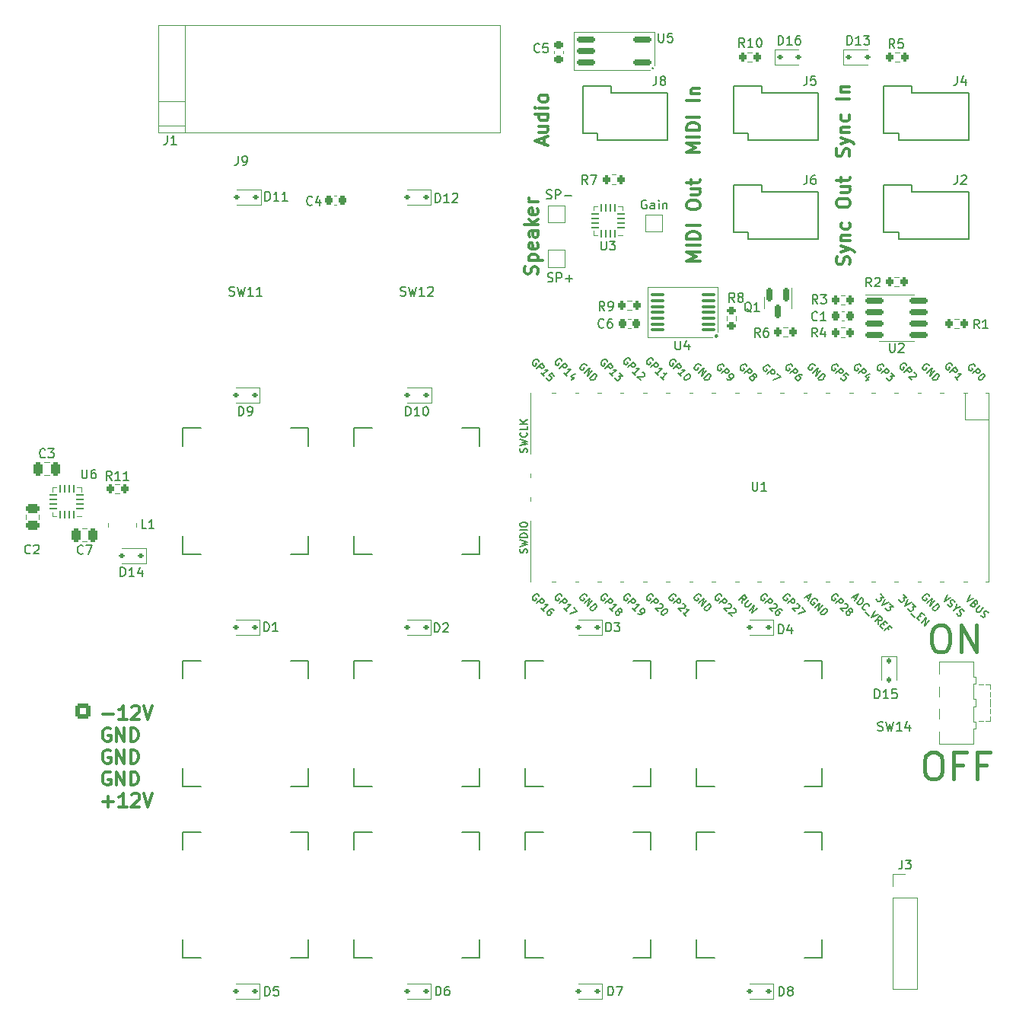
<source format=gbr>
%TF.GenerationSoftware,KiCad,Pcbnew,7.0.2*%
%TF.CreationDate,2023-07-23T02:14:46-06:00*%
%TF.ProjectId,dc31,64633331-2e6b-4696-9361-645f70636258,1.1*%
%TF.SameCoordinates,Original*%
%TF.FileFunction,Legend,Top*%
%TF.FilePolarity,Positive*%
%FSLAX46Y46*%
G04 Gerber Fmt 4.6, Leading zero omitted, Abs format (unit mm)*
G04 Created by KiCad (PCBNEW 7.0.2) date 2023-07-23 02:14:46*
%MOMM*%
%LPD*%
G01*
G04 APERTURE LIST*
G04 Aperture macros list*
%AMRoundRect*
0 Rectangle with rounded corners*
0 $1 Rounding radius*
0 $2 $3 $4 $5 $6 $7 $8 $9 X,Y pos of 4 corners*
0 Add a 4 corners polygon primitive as box body*
4,1,4,$2,$3,$4,$5,$6,$7,$8,$9,$2,$3,0*
0 Add four circle primitives for the rounded corners*
1,1,$1+$1,$2,$3*
1,1,$1+$1,$4,$5*
1,1,$1+$1,$6,$7*
1,1,$1+$1,$8,$9*
0 Add four rect primitives between the rounded corners*
20,1,$1+$1,$2,$3,$4,$5,0*
20,1,$1+$1,$4,$5,$6,$7,0*
20,1,$1+$1,$6,$7,$8,$9,0*
20,1,$1+$1,$8,$9,$2,$3,0*%
%AMHorizOval*
0 Thick line with rounded ends*
0 $1 width*
0 $2 $3 position (X,Y) of the first rounded end (center of the circle)*
0 $4 $5 position (X,Y) of the second rounded end (center of the circle)*
0 Add line between two ends*
20,1,$1,$2,$3,$4,$5,0*
0 Add two circle primitives to create the rounded ends*
1,1,$1,$2,$3*
1,1,$1,$4,$5*%
G04 Aperture macros list end*
%ADD10C,0.150000*%
%ADD11C,0.300000*%
%ADD12C,0.400000*%
%ADD13C,0.127000*%
%ADD14C,0.120000*%
%ADD15C,0.200000*%
%ADD16C,3.000000*%
%ADD17O,1.200000X2.200000*%
%ADD18O,2.200000X1.200000*%
%ADD19C,2.000000*%
%ADD20C,2.250000*%
%ADD21HorizOval,2.250000X0.654995X0.730004X-0.654995X-0.730004X0*%
%ADD22HorizOval,2.250000X0.025506X0.374132X-0.025506X-0.374132X0*%
%ADD23O,2.150000X1.750000*%
%ADD24C,3.987800*%
%ADD25C,1.200000*%
%ADD26RoundRect,0.112500X0.187500X0.112500X-0.187500X0.112500X-0.187500X-0.112500X0.187500X-0.112500X0*%
%ADD27RoundRect,0.200000X0.200000X0.275000X-0.200000X0.275000X-0.200000X-0.275000X0.200000X-0.275000X0*%
%ADD28C,1.800000*%
%ADD29O,3.200000X3.500000*%
%ADD30RoundRect,0.200000X-0.200000X-0.275000X0.200000X-0.275000X0.200000X0.275000X-0.200000X0.275000X0*%
%ADD31RoundRect,0.250000X-0.250000X-0.475000X0.250000X-0.475000X0.250000X0.475000X-0.250000X0.475000X0*%
%ADD32R,1.700000X1.700000*%
%ADD33O,1.700000X1.700000*%
%ADD34R,3.500000X1.700000*%
%ADD35R,1.700000X3.500000*%
%ADD36O,1.800000X1.800000*%
%ADD37O,1.500000X1.500000*%
%ADD38RoundRect,0.160000X0.840000X0.160000X-0.840000X0.160000X-0.840000X-0.160000X0.840000X-0.160000X0*%
%ADD39RoundRect,0.225000X0.250000X-0.225000X0.250000X0.225000X-0.250000X0.225000X-0.250000X-0.225000X0*%
%ADD40RoundRect,0.150000X-0.150000X0.587500X-0.150000X-0.587500X0.150000X-0.587500X0.150000X0.587500X0*%
%ADD41RoundRect,0.150000X-0.825000X-0.150000X0.825000X-0.150000X0.825000X0.150000X-0.825000X0.150000X0*%
%ADD42R,3.400000X1.300000*%
%ADD43R,1.500000X1.500000*%
%ADD44RoundRect,0.112500X-0.112500X0.187500X-0.112500X-0.187500X0.112500X-0.187500X0.112500X0.187500X0*%
%ADD45RoundRect,0.225000X0.225000X0.250000X-0.225000X0.250000X-0.225000X-0.250000X0.225000X-0.250000X0*%
%ADD46R,1.680000X1.680000*%
%ADD47RoundRect,0.062500X0.062500X0.350000X-0.062500X0.350000X-0.062500X-0.350000X0.062500X-0.350000X0*%
%ADD48RoundRect,0.062500X0.350000X0.062500X-0.350000X0.062500X-0.350000X-0.062500X0.350000X-0.062500X0*%
%ADD49R,2.500000X1.250000*%
%ADD50C,0.900000*%
%ADD51RoundRect,0.112500X-0.187500X-0.112500X0.187500X-0.112500X0.187500X0.112500X-0.187500X0.112500X0*%
%ADD52RoundRect,0.200000X-0.275000X0.200000X-0.275000X-0.200000X0.275000X-0.200000X0.275000X0.200000X0*%
%ADD53R,1.230000X1.230000*%
%ADD54RoundRect,0.100000X0.637500X0.100000X-0.637500X0.100000X-0.637500X-0.100000X0.637500X-0.100000X0*%
%ADD55R,1.200000X2.200000*%
%ADD56R,1.600000X1.400000*%
%ADD57R,1.200000X1.400000*%
%ADD58R,0.700000X1.600000*%
%ADD59O,2.000000X1.200000*%
%ADD60RoundRect,0.250000X-0.475000X0.250000X-0.475000X-0.250000X0.475000X-0.250000X0.475000X0.250000X0*%
%ADD61RoundRect,0.250000X0.250000X0.475000X-0.250000X0.475000X-0.250000X-0.475000X0.250000X-0.475000X0*%
%ADD62RoundRect,0.225000X-0.225000X-0.250000X0.225000X-0.250000X0.225000X0.250000X-0.225000X0.250000X0*%
%ADD63RoundRect,0.250000X0.600000X0.600000X-0.600000X0.600000X-0.600000X-0.600000X0.600000X-0.600000X0*%
%ADD64C,1.700000*%
G04 APERTURE END LIST*
D10*
X168301904Y-60905238D02*
X168206666Y-60857619D01*
X168206666Y-60857619D02*
X168063809Y-60857619D01*
X168063809Y-60857619D02*
X167920952Y-60905238D01*
X167920952Y-60905238D02*
X167825714Y-61000476D01*
X167825714Y-61000476D02*
X167778095Y-61095714D01*
X167778095Y-61095714D02*
X167730476Y-61286190D01*
X167730476Y-61286190D02*
X167730476Y-61429047D01*
X167730476Y-61429047D02*
X167778095Y-61619523D01*
X167778095Y-61619523D02*
X167825714Y-61714761D01*
X167825714Y-61714761D02*
X167920952Y-61810000D01*
X167920952Y-61810000D02*
X168063809Y-61857619D01*
X168063809Y-61857619D02*
X168159047Y-61857619D01*
X168159047Y-61857619D02*
X168301904Y-61810000D01*
X168301904Y-61810000D02*
X168349523Y-61762380D01*
X168349523Y-61762380D02*
X168349523Y-61429047D01*
X168349523Y-61429047D02*
X168159047Y-61429047D01*
X169206666Y-61857619D02*
X169206666Y-61333809D01*
X169206666Y-61333809D02*
X169159047Y-61238571D01*
X169159047Y-61238571D02*
X169063809Y-61190952D01*
X169063809Y-61190952D02*
X168873333Y-61190952D01*
X168873333Y-61190952D02*
X168778095Y-61238571D01*
X169206666Y-61810000D02*
X169111428Y-61857619D01*
X169111428Y-61857619D02*
X168873333Y-61857619D01*
X168873333Y-61857619D02*
X168778095Y-61810000D01*
X168778095Y-61810000D02*
X168730476Y-61714761D01*
X168730476Y-61714761D02*
X168730476Y-61619523D01*
X168730476Y-61619523D02*
X168778095Y-61524285D01*
X168778095Y-61524285D02*
X168873333Y-61476666D01*
X168873333Y-61476666D02*
X169111428Y-61476666D01*
X169111428Y-61476666D02*
X169206666Y-61429047D01*
X169682857Y-61857619D02*
X169682857Y-61190952D01*
X169682857Y-60857619D02*
X169635238Y-60905238D01*
X169635238Y-60905238D02*
X169682857Y-60952857D01*
X169682857Y-60952857D02*
X169730476Y-60905238D01*
X169730476Y-60905238D02*
X169682857Y-60857619D01*
X169682857Y-60857619D02*
X169682857Y-60952857D01*
X170159047Y-61190952D02*
X170159047Y-61857619D01*
X170159047Y-61286190D02*
X170206666Y-61238571D01*
X170206666Y-61238571D02*
X170301904Y-61190952D01*
X170301904Y-61190952D02*
X170444761Y-61190952D01*
X170444761Y-61190952D02*
X170539999Y-61238571D01*
X170539999Y-61238571D02*
X170587618Y-61333809D01*
X170587618Y-61333809D02*
X170587618Y-61857619D01*
D11*
X107849942Y-118074400D02*
X108992800Y-118074400D01*
X110492800Y-118645828D02*
X109635657Y-118645828D01*
X110064228Y-118645828D02*
X110064228Y-117145828D01*
X110064228Y-117145828D02*
X109921371Y-117360114D01*
X109921371Y-117360114D02*
X109778514Y-117502971D01*
X109778514Y-117502971D02*
X109635657Y-117574400D01*
X111064228Y-117288685D02*
X111135656Y-117217257D01*
X111135656Y-117217257D02*
X111278514Y-117145828D01*
X111278514Y-117145828D02*
X111635656Y-117145828D01*
X111635656Y-117145828D02*
X111778514Y-117217257D01*
X111778514Y-117217257D02*
X111849942Y-117288685D01*
X111849942Y-117288685D02*
X111921371Y-117431542D01*
X111921371Y-117431542D02*
X111921371Y-117574400D01*
X111921371Y-117574400D02*
X111849942Y-117788685D01*
X111849942Y-117788685D02*
X110992799Y-118645828D01*
X110992799Y-118645828D02*
X111921371Y-118645828D01*
X112349942Y-117145828D02*
X112849942Y-118645828D01*
X112849942Y-118645828D02*
X113349942Y-117145828D01*
X108635657Y-119647257D02*
X108492800Y-119575828D01*
X108492800Y-119575828D02*
X108278514Y-119575828D01*
X108278514Y-119575828D02*
X108064228Y-119647257D01*
X108064228Y-119647257D02*
X107921371Y-119790114D01*
X107921371Y-119790114D02*
X107849942Y-119932971D01*
X107849942Y-119932971D02*
X107778514Y-120218685D01*
X107778514Y-120218685D02*
X107778514Y-120432971D01*
X107778514Y-120432971D02*
X107849942Y-120718685D01*
X107849942Y-120718685D02*
X107921371Y-120861542D01*
X107921371Y-120861542D02*
X108064228Y-121004400D01*
X108064228Y-121004400D02*
X108278514Y-121075828D01*
X108278514Y-121075828D02*
X108421371Y-121075828D01*
X108421371Y-121075828D02*
X108635657Y-121004400D01*
X108635657Y-121004400D02*
X108707085Y-120932971D01*
X108707085Y-120932971D02*
X108707085Y-120432971D01*
X108707085Y-120432971D02*
X108421371Y-120432971D01*
X109349942Y-121075828D02*
X109349942Y-119575828D01*
X109349942Y-119575828D02*
X110207085Y-121075828D01*
X110207085Y-121075828D02*
X110207085Y-119575828D01*
X110921371Y-121075828D02*
X110921371Y-119575828D01*
X110921371Y-119575828D02*
X111278514Y-119575828D01*
X111278514Y-119575828D02*
X111492800Y-119647257D01*
X111492800Y-119647257D02*
X111635657Y-119790114D01*
X111635657Y-119790114D02*
X111707086Y-119932971D01*
X111707086Y-119932971D02*
X111778514Y-120218685D01*
X111778514Y-120218685D02*
X111778514Y-120432971D01*
X111778514Y-120432971D02*
X111707086Y-120718685D01*
X111707086Y-120718685D02*
X111635657Y-120861542D01*
X111635657Y-120861542D02*
X111492800Y-121004400D01*
X111492800Y-121004400D02*
X111278514Y-121075828D01*
X111278514Y-121075828D02*
X110921371Y-121075828D01*
X108635657Y-122077257D02*
X108492800Y-122005828D01*
X108492800Y-122005828D02*
X108278514Y-122005828D01*
X108278514Y-122005828D02*
X108064228Y-122077257D01*
X108064228Y-122077257D02*
X107921371Y-122220114D01*
X107921371Y-122220114D02*
X107849942Y-122362971D01*
X107849942Y-122362971D02*
X107778514Y-122648685D01*
X107778514Y-122648685D02*
X107778514Y-122862971D01*
X107778514Y-122862971D02*
X107849942Y-123148685D01*
X107849942Y-123148685D02*
X107921371Y-123291542D01*
X107921371Y-123291542D02*
X108064228Y-123434400D01*
X108064228Y-123434400D02*
X108278514Y-123505828D01*
X108278514Y-123505828D02*
X108421371Y-123505828D01*
X108421371Y-123505828D02*
X108635657Y-123434400D01*
X108635657Y-123434400D02*
X108707085Y-123362971D01*
X108707085Y-123362971D02*
X108707085Y-122862971D01*
X108707085Y-122862971D02*
X108421371Y-122862971D01*
X109349942Y-123505828D02*
X109349942Y-122005828D01*
X109349942Y-122005828D02*
X110207085Y-123505828D01*
X110207085Y-123505828D02*
X110207085Y-122005828D01*
X110921371Y-123505828D02*
X110921371Y-122005828D01*
X110921371Y-122005828D02*
X111278514Y-122005828D01*
X111278514Y-122005828D02*
X111492800Y-122077257D01*
X111492800Y-122077257D02*
X111635657Y-122220114D01*
X111635657Y-122220114D02*
X111707086Y-122362971D01*
X111707086Y-122362971D02*
X111778514Y-122648685D01*
X111778514Y-122648685D02*
X111778514Y-122862971D01*
X111778514Y-122862971D02*
X111707086Y-123148685D01*
X111707086Y-123148685D02*
X111635657Y-123291542D01*
X111635657Y-123291542D02*
X111492800Y-123434400D01*
X111492800Y-123434400D02*
X111278514Y-123505828D01*
X111278514Y-123505828D02*
X110921371Y-123505828D01*
X108635657Y-124507257D02*
X108492800Y-124435828D01*
X108492800Y-124435828D02*
X108278514Y-124435828D01*
X108278514Y-124435828D02*
X108064228Y-124507257D01*
X108064228Y-124507257D02*
X107921371Y-124650114D01*
X107921371Y-124650114D02*
X107849942Y-124792971D01*
X107849942Y-124792971D02*
X107778514Y-125078685D01*
X107778514Y-125078685D02*
X107778514Y-125292971D01*
X107778514Y-125292971D02*
X107849942Y-125578685D01*
X107849942Y-125578685D02*
X107921371Y-125721542D01*
X107921371Y-125721542D02*
X108064228Y-125864400D01*
X108064228Y-125864400D02*
X108278514Y-125935828D01*
X108278514Y-125935828D02*
X108421371Y-125935828D01*
X108421371Y-125935828D02*
X108635657Y-125864400D01*
X108635657Y-125864400D02*
X108707085Y-125792971D01*
X108707085Y-125792971D02*
X108707085Y-125292971D01*
X108707085Y-125292971D02*
X108421371Y-125292971D01*
X109349942Y-125935828D02*
X109349942Y-124435828D01*
X109349942Y-124435828D02*
X110207085Y-125935828D01*
X110207085Y-125935828D02*
X110207085Y-124435828D01*
X110921371Y-125935828D02*
X110921371Y-124435828D01*
X110921371Y-124435828D02*
X111278514Y-124435828D01*
X111278514Y-124435828D02*
X111492800Y-124507257D01*
X111492800Y-124507257D02*
X111635657Y-124650114D01*
X111635657Y-124650114D02*
X111707086Y-124792971D01*
X111707086Y-124792971D02*
X111778514Y-125078685D01*
X111778514Y-125078685D02*
X111778514Y-125292971D01*
X111778514Y-125292971D02*
X111707086Y-125578685D01*
X111707086Y-125578685D02*
X111635657Y-125721542D01*
X111635657Y-125721542D02*
X111492800Y-125864400D01*
X111492800Y-125864400D02*
X111278514Y-125935828D01*
X111278514Y-125935828D02*
X110921371Y-125935828D01*
X107849942Y-127794400D02*
X108992800Y-127794400D01*
X108421371Y-128365828D02*
X108421371Y-127222971D01*
X110492800Y-128365828D02*
X109635657Y-128365828D01*
X110064228Y-128365828D02*
X110064228Y-126865828D01*
X110064228Y-126865828D02*
X109921371Y-127080114D01*
X109921371Y-127080114D02*
X109778514Y-127222971D01*
X109778514Y-127222971D02*
X109635657Y-127294400D01*
X111064228Y-127008685D02*
X111135656Y-126937257D01*
X111135656Y-126937257D02*
X111278514Y-126865828D01*
X111278514Y-126865828D02*
X111635656Y-126865828D01*
X111635656Y-126865828D02*
X111778514Y-126937257D01*
X111778514Y-126937257D02*
X111849942Y-127008685D01*
X111849942Y-127008685D02*
X111921371Y-127151542D01*
X111921371Y-127151542D02*
X111921371Y-127294400D01*
X111921371Y-127294400D02*
X111849942Y-127508685D01*
X111849942Y-127508685D02*
X110992799Y-128365828D01*
X110992799Y-128365828D02*
X111921371Y-128365828D01*
X112349942Y-126865828D02*
X112849942Y-128365828D01*
X112849942Y-128365828D02*
X113349942Y-126865828D01*
D10*
X157180476Y-60690000D02*
X157323333Y-60737619D01*
X157323333Y-60737619D02*
X157561428Y-60737619D01*
X157561428Y-60737619D02*
X157656666Y-60690000D01*
X157656666Y-60690000D02*
X157704285Y-60642380D01*
X157704285Y-60642380D02*
X157751904Y-60547142D01*
X157751904Y-60547142D02*
X157751904Y-60451904D01*
X157751904Y-60451904D02*
X157704285Y-60356666D01*
X157704285Y-60356666D02*
X157656666Y-60309047D01*
X157656666Y-60309047D02*
X157561428Y-60261428D01*
X157561428Y-60261428D02*
X157370952Y-60213809D01*
X157370952Y-60213809D02*
X157275714Y-60166190D01*
X157275714Y-60166190D02*
X157228095Y-60118571D01*
X157228095Y-60118571D02*
X157180476Y-60023333D01*
X157180476Y-60023333D02*
X157180476Y-59928095D01*
X157180476Y-59928095D02*
X157228095Y-59832857D01*
X157228095Y-59832857D02*
X157275714Y-59785238D01*
X157275714Y-59785238D02*
X157370952Y-59737619D01*
X157370952Y-59737619D02*
X157609047Y-59737619D01*
X157609047Y-59737619D02*
X157751904Y-59785238D01*
X158180476Y-60737619D02*
X158180476Y-59737619D01*
X158180476Y-59737619D02*
X158561428Y-59737619D01*
X158561428Y-59737619D02*
X158656666Y-59785238D01*
X158656666Y-59785238D02*
X158704285Y-59832857D01*
X158704285Y-59832857D02*
X158751904Y-59928095D01*
X158751904Y-59928095D02*
X158751904Y-60070952D01*
X158751904Y-60070952D02*
X158704285Y-60166190D01*
X158704285Y-60166190D02*
X158656666Y-60213809D01*
X158656666Y-60213809D02*
X158561428Y-60261428D01*
X158561428Y-60261428D02*
X158180476Y-60261428D01*
X159180476Y-60356666D02*
X159942381Y-60356666D01*
D11*
X174263628Y-67638657D02*
X172763628Y-67638657D01*
X172763628Y-67638657D02*
X173835057Y-67138657D01*
X173835057Y-67138657D02*
X172763628Y-66638657D01*
X172763628Y-66638657D02*
X174263628Y-66638657D01*
X174263628Y-65924371D02*
X172763628Y-65924371D01*
X174263628Y-65210085D02*
X172763628Y-65210085D01*
X172763628Y-65210085D02*
X172763628Y-64852942D01*
X172763628Y-64852942D02*
X172835057Y-64638656D01*
X172835057Y-64638656D02*
X172977914Y-64495799D01*
X172977914Y-64495799D02*
X173120771Y-64424370D01*
X173120771Y-64424370D02*
X173406485Y-64352942D01*
X173406485Y-64352942D02*
X173620771Y-64352942D01*
X173620771Y-64352942D02*
X173906485Y-64424370D01*
X173906485Y-64424370D02*
X174049342Y-64495799D01*
X174049342Y-64495799D02*
X174192200Y-64638656D01*
X174192200Y-64638656D02*
X174263628Y-64852942D01*
X174263628Y-64852942D02*
X174263628Y-65210085D01*
X174263628Y-63710085D02*
X172763628Y-63710085D01*
X172763628Y-61567227D02*
X172763628Y-61281513D01*
X172763628Y-61281513D02*
X172835057Y-61138656D01*
X172835057Y-61138656D02*
X172977914Y-60995799D01*
X172977914Y-60995799D02*
X173263628Y-60924370D01*
X173263628Y-60924370D02*
X173763628Y-60924370D01*
X173763628Y-60924370D02*
X174049342Y-60995799D01*
X174049342Y-60995799D02*
X174192200Y-61138656D01*
X174192200Y-61138656D02*
X174263628Y-61281513D01*
X174263628Y-61281513D02*
X174263628Y-61567227D01*
X174263628Y-61567227D02*
X174192200Y-61710085D01*
X174192200Y-61710085D02*
X174049342Y-61852942D01*
X174049342Y-61852942D02*
X173763628Y-61924370D01*
X173763628Y-61924370D02*
X173263628Y-61924370D01*
X173263628Y-61924370D02*
X172977914Y-61852942D01*
X172977914Y-61852942D02*
X172835057Y-61710085D01*
X172835057Y-61710085D02*
X172763628Y-61567227D01*
X173263628Y-59638656D02*
X174263628Y-59638656D01*
X173263628Y-60281513D02*
X174049342Y-60281513D01*
X174049342Y-60281513D02*
X174192200Y-60210084D01*
X174192200Y-60210084D02*
X174263628Y-60067227D01*
X174263628Y-60067227D02*
X174263628Y-59852941D01*
X174263628Y-59852941D02*
X174192200Y-59710084D01*
X174192200Y-59710084D02*
X174120771Y-59638656D01*
X173263628Y-59138655D02*
X173263628Y-58567227D01*
X172763628Y-58924370D02*
X174049342Y-58924370D01*
X174049342Y-58924370D02*
X174192200Y-58852941D01*
X174192200Y-58852941D02*
X174263628Y-58710084D01*
X174263628Y-58710084D02*
X174263628Y-58567227D01*
X174238228Y-55573657D02*
X172738228Y-55573657D01*
X172738228Y-55573657D02*
X173809657Y-55073657D01*
X173809657Y-55073657D02*
X172738228Y-54573657D01*
X172738228Y-54573657D02*
X174238228Y-54573657D01*
X174238228Y-53859371D02*
X172738228Y-53859371D01*
X174238228Y-53145085D02*
X172738228Y-53145085D01*
X172738228Y-53145085D02*
X172738228Y-52787942D01*
X172738228Y-52787942D02*
X172809657Y-52573656D01*
X172809657Y-52573656D02*
X172952514Y-52430799D01*
X172952514Y-52430799D02*
X173095371Y-52359370D01*
X173095371Y-52359370D02*
X173381085Y-52287942D01*
X173381085Y-52287942D02*
X173595371Y-52287942D01*
X173595371Y-52287942D02*
X173881085Y-52359370D01*
X173881085Y-52359370D02*
X174023942Y-52430799D01*
X174023942Y-52430799D02*
X174166800Y-52573656D01*
X174166800Y-52573656D02*
X174238228Y-52787942D01*
X174238228Y-52787942D02*
X174238228Y-53145085D01*
X174238228Y-51645085D02*
X172738228Y-51645085D01*
X174238228Y-49787942D02*
X172738228Y-49787942D01*
X173238228Y-49073656D02*
X174238228Y-49073656D01*
X173381085Y-49073656D02*
X173309657Y-49002227D01*
X173309657Y-49002227D02*
X173238228Y-48859370D01*
X173238228Y-48859370D02*
X173238228Y-48645084D01*
X173238228Y-48645084D02*
X173309657Y-48502227D01*
X173309657Y-48502227D02*
X173452514Y-48430799D01*
X173452514Y-48430799D02*
X174238228Y-48430799D01*
X156165000Y-69104285D02*
X156236428Y-68890000D01*
X156236428Y-68890000D02*
X156236428Y-68532857D01*
X156236428Y-68532857D02*
X156165000Y-68390000D01*
X156165000Y-68390000D02*
X156093571Y-68318571D01*
X156093571Y-68318571D02*
X155950714Y-68247142D01*
X155950714Y-68247142D02*
X155807857Y-68247142D01*
X155807857Y-68247142D02*
X155665000Y-68318571D01*
X155665000Y-68318571D02*
X155593571Y-68390000D01*
X155593571Y-68390000D02*
X155522142Y-68532857D01*
X155522142Y-68532857D02*
X155450714Y-68818571D01*
X155450714Y-68818571D02*
X155379285Y-68961428D01*
X155379285Y-68961428D02*
X155307857Y-69032857D01*
X155307857Y-69032857D02*
X155165000Y-69104285D01*
X155165000Y-69104285D02*
X155022142Y-69104285D01*
X155022142Y-69104285D02*
X154879285Y-69032857D01*
X154879285Y-69032857D02*
X154807857Y-68961428D01*
X154807857Y-68961428D02*
X154736428Y-68818571D01*
X154736428Y-68818571D02*
X154736428Y-68461428D01*
X154736428Y-68461428D02*
X154807857Y-68247142D01*
X155236428Y-67604286D02*
X156736428Y-67604286D01*
X155307857Y-67604286D02*
X155236428Y-67461429D01*
X155236428Y-67461429D02*
X155236428Y-67175714D01*
X155236428Y-67175714D02*
X155307857Y-67032857D01*
X155307857Y-67032857D02*
X155379285Y-66961429D01*
X155379285Y-66961429D02*
X155522142Y-66890000D01*
X155522142Y-66890000D02*
X155950714Y-66890000D01*
X155950714Y-66890000D02*
X156093571Y-66961429D01*
X156093571Y-66961429D02*
X156165000Y-67032857D01*
X156165000Y-67032857D02*
X156236428Y-67175714D01*
X156236428Y-67175714D02*
X156236428Y-67461429D01*
X156236428Y-67461429D02*
X156165000Y-67604286D01*
X156165000Y-65675714D02*
X156236428Y-65818571D01*
X156236428Y-65818571D02*
X156236428Y-66104286D01*
X156236428Y-66104286D02*
X156165000Y-66247143D01*
X156165000Y-66247143D02*
X156022142Y-66318571D01*
X156022142Y-66318571D02*
X155450714Y-66318571D01*
X155450714Y-66318571D02*
X155307857Y-66247143D01*
X155307857Y-66247143D02*
X155236428Y-66104286D01*
X155236428Y-66104286D02*
X155236428Y-65818571D01*
X155236428Y-65818571D02*
X155307857Y-65675714D01*
X155307857Y-65675714D02*
X155450714Y-65604286D01*
X155450714Y-65604286D02*
X155593571Y-65604286D01*
X155593571Y-65604286D02*
X155736428Y-66318571D01*
X156236428Y-64318572D02*
X155450714Y-64318572D01*
X155450714Y-64318572D02*
X155307857Y-64390000D01*
X155307857Y-64390000D02*
X155236428Y-64532857D01*
X155236428Y-64532857D02*
X155236428Y-64818572D01*
X155236428Y-64818572D02*
X155307857Y-64961429D01*
X156165000Y-64318572D02*
X156236428Y-64461429D01*
X156236428Y-64461429D02*
X156236428Y-64818572D01*
X156236428Y-64818572D02*
X156165000Y-64961429D01*
X156165000Y-64961429D02*
X156022142Y-65032857D01*
X156022142Y-65032857D02*
X155879285Y-65032857D01*
X155879285Y-65032857D02*
X155736428Y-64961429D01*
X155736428Y-64961429D02*
X155665000Y-64818572D01*
X155665000Y-64818572D02*
X155665000Y-64461429D01*
X155665000Y-64461429D02*
X155593571Y-64318572D01*
X156236428Y-63604286D02*
X154736428Y-63604286D01*
X155665000Y-63461429D02*
X156236428Y-63032857D01*
X155236428Y-63032857D02*
X155807857Y-63604286D01*
X156165000Y-61818571D02*
X156236428Y-61961428D01*
X156236428Y-61961428D02*
X156236428Y-62247143D01*
X156236428Y-62247143D02*
X156165000Y-62390000D01*
X156165000Y-62390000D02*
X156022142Y-62461428D01*
X156022142Y-62461428D02*
X155450714Y-62461428D01*
X155450714Y-62461428D02*
X155307857Y-62390000D01*
X155307857Y-62390000D02*
X155236428Y-62247143D01*
X155236428Y-62247143D02*
X155236428Y-61961428D01*
X155236428Y-61961428D02*
X155307857Y-61818571D01*
X155307857Y-61818571D02*
X155450714Y-61747143D01*
X155450714Y-61747143D02*
X155593571Y-61747143D01*
X155593571Y-61747143D02*
X155736428Y-62461428D01*
X156236428Y-61104286D02*
X155236428Y-61104286D01*
X155522142Y-61104286D02*
X155379285Y-61032857D01*
X155379285Y-61032857D02*
X155307857Y-60961429D01*
X155307857Y-60961429D02*
X155236428Y-60818571D01*
X155236428Y-60818571D02*
X155236428Y-60675714D01*
D10*
X157310476Y-69930000D02*
X157453333Y-69977619D01*
X157453333Y-69977619D02*
X157691428Y-69977619D01*
X157691428Y-69977619D02*
X157786666Y-69930000D01*
X157786666Y-69930000D02*
X157834285Y-69882380D01*
X157834285Y-69882380D02*
X157881904Y-69787142D01*
X157881904Y-69787142D02*
X157881904Y-69691904D01*
X157881904Y-69691904D02*
X157834285Y-69596666D01*
X157834285Y-69596666D02*
X157786666Y-69549047D01*
X157786666Y-69549047D02*
X157691428Y-69501428D01*
X157691428Y-69501428D02*
X157500952Y-69453809D01*
X157500952Y-69453809D02*
X157405714Y-69406190D01*
X157405714Y-69406190D02*
X157358095Y-69358571D01*
X157358095Y-69358571D02*
X157310476Y-69263333D01*
X157310476Y-69263333D02*
X157310476Y-69168095D01*
X157310476Y-69168095D02*
X157358095Y-69072857D01*
X157358095Y-69072857D02*
X157405714Y-69025238D01*
X157405714Y-69025238D02*
X157500952Y-68977619D01*
X157500952Y-68977619D02*
X157739047Y-68977619D01*
X157739047Y-68977619D02*
X157881904Y-69025238D01*
X158310476Y-69977619D02*
X158310476Y-68977619D01*
X158310476Y-68977619D02*
X158691428Y-68977619D01*
X158691428Y-68977619D02*
X158786666Y-69025238D01*
X158786666Y-69025238D02*
X158834285Y-69072857D01*
X158834285Y-69072857D02*
X158881904Y-69168095D01*
X158881904Y-69168095D02*
X158881904Y-69310952D01*
X158881904Y-69310952D02*
X158834285Y-69406190D01*
X158834285Y-69406190D02*
X158786666Y-69453809D01*
X158786666Y-69453809D02*
X158691428Y-69501428D01*
X158691428Y-69501428D02*
X158310476Y-69501428D01*
X159310476Y-69596666D02*
X160072381Y-69596666D01*
X159691428Y-69977619D02*
X159691428Y-69215714D01*
D11*
X190885000Y-68044285D02*
X190956428Y-67830000D01*
X190956428Y-67830000D02*
X190956428Y-67472857D01*
X190956428Y-67472857D02*
X190885000Y-67330000D01*
X190885000Y-67330000D02*
X190813571Y-67258571D01*
X190813571Y-67258571D02*
X190670714Y-67187142D01*
X190670714Y-67187142D02*
X190527857Y-67187142D01*
X190527857Y-67187142D02*
X190385000Y-67258571D01*
X190385000Y-67258571D02*
X190313571Y-67330000D01*
X190313571Y-67330000D02*
X190242142Y-67472857D01*
X190242142Y-67472857D02*
X190170714Y-67758571D01*
X190170714Y-67758571D02*
X190099285Y-67901428D01*
X190099285Y-67901428D02*
X190027857Y-67972857D01*
X190027857Y-67972857D02*
X189885000Y-68044285D01*
X189885000Y-68044285D02*
X189742142Y-68044285D01*
X189742142Y-68044285D02*
X189599285Y-67972857D01*
X189599285Y-67972857D02*
X189527857Y-67901428D01*
X189527857Y-67901428D02*
X189456428Y-67758571D01*
X189456428Y-67758571D02*
X189456428Y-67401428D01*
X189456428Y-67401428D02*
X189527857Y-67187142D01*
X189956428Y-66687143D02*
X190956428Y-66330000D01*
X189956428Y-65972857D02*
X190956428Y-66330000D01*
X190956428Y-66330000D02*
X191313571Y-66472857D01*
X191313571Y-66472857D02*
X191385000Y-66544286D01*
X191385000Y-66544286D02*
X191456428Y-66687143D01*
X189956428Y-65401429D02*
X190956428Y-65401429D01*
X190099285Y-65401429D02*
X190027857Y-65330000D01*
X190027857Y-65330000D02*
X189956428Y-65187143D01*
X189956428Y-65187143D02*
X189956428Y-64972857D01*
X189956428Y-64972857D02*
X190027857Y-64830000D01*
X190027857Y-64830000D02*
X190170714Y-64758572D01*
X190170714Y-64758572D02*
X190956428Y-64758572D01*
X190885000Y-63401429D02*
X190956428Y-63544286D01*
X190956428Y-63544286D02*
X190956428Y-63830000D01*
X190956428Y-63830000D02*
X190885000Y-63972857D01*
X190885000Y-63972857D02*
X190813571Y-64044286D01*
X190813571Y-64044286D02*
X190670714Y-64115714D01*
X190670714Y-64115714D02*
X190242142Y-64115714D01*
X190242142Y-64115714D02*
X190099285Y-64044286D01*
X190099285Y-64044286D02*
X190027857Y-63972857D01*
X190027857Y-63972857D02*
X189956428Y-63830000D01*
X189956428Y-63830000D02*
X189956428Y-63544286D01*
X189956428Y-63544286D02*
X190027857Y-63401429D01*
X189456428Y-61330000D02*
X189456428Y-61044286D01*
X189456428Y-61044286D02*
X189527857Y-60901429D01*
X189527857Y-60901429D02*
X189670714Y-60758572D01*
X189670714Y-60758572D02*
X189956428Y-60687143D01*
X189956428Y-60687143D02*
X190456428Y-60687143D01*
X190456428Y-60687143D02*
X190742142Y-60758572D01*
X190742142Y-60758572D02*
X190885000Y-60901429D01*
X190885000Y-60901429D02*
X190956428Y-61044286D01*
X190956428Y-61044286D02*
X190956428Y-61330000D01*
X190956428Y-61330000D02*
X190885000Y-61472858D01*
X190885000Y-61472858D02*
X190742142Y-61615715D01*
X190742142Y-61615715D02*
X190456428Y-61687143D01*
X190456428Y-61687143D02*
X189956428Y-61687143D01*
X189956428Y-61687143D02*
X189670714Y-61615715D01*
X189670714Y-61615715D02*
X189527857Y-61472858D01*
X189527857Y-61472858D02*
X189456428Y-61330000D01*
X189956428Y-59401429D02*
X190956428Y-59401429D01*
X189956428Y-60044286D02*
X190742142Y-60044286D01*
X190742142Y-60044286D02*
X190885000Y-59972857D01*
X190885000Y-59972857D02*
X190956428Y-59830000D01*
X190956428Y-59830000D02*
X190956428Y-59615714D01*
X190956428Y-59615714D02*
X190885000Y-59472857D01*
X190885000Y-59472857D02*
X190813571Y-59401429D01*
X189956428Y-58901428D02*
X189956428Y-58330000D01*
X189456428Y-58687143D02*
X190742142Y-58687143D01*
X190742142Y-58687143D02*
X190885000Y-58615714D01*
X190885000Y-58615714D02*
X190956428Y-58472857D01*
X190956428Y-58472857D02*
X190956428Y-58330000D01*
X190835000Y-56024285D02*
X190906428Y-55810000D01*
X190906428Y-55810000D02*
X190906428Y-55452857D01*
X190906428Y-55452857D02*
X190835000Y-55310000D01*
X190835000Y-55310000D02*
X190763571Y-55238571D01*
X190763571Y-55238571D02*
X190620714Y-55167142D01*
X190620714Y-55167142D02*
X190477857Y-55167142D01*
X190477857Y-55167142D02*
X190335000Y-55238571D01*
X190335000Y-55238571D02*
X190263571Y-55310000D01*
X190263571Y-55310000D02*
X190192142Y-55452857D01*
X190192142Y-55452857D02*
X190120714Y-55738571D01*
X190120714Y-55738571D02*
X190049285Y-55881428D01*
X190049285Y-55881428D02*
X189977857Y-55952857D01*
X189977857Y-55952857D02*
X189835000Y-56024285D01*
X189835000Y-56024285D02*
X189692142Y-56024285D01*
X189692142Y-56024285D02*
X189549285Y-55952857D01*
X189549285Y-55952857D02*
X189477857Y-55881428D01*
X189477857Y-55881428D02*
X189406428Y-55738571D01*
X189406428Y-55738571D02*
X189406428Y-55381428D01*
X189406428Y-55381428D02*
X189477857Y-55167142D01*
X189906428Y-54667143D02*
X190906428Y-54310000D01*
X189906428Y-53952857D02*
X190906428Y-54310000D01*
X190906428Y-54310000D02*
X191263571Y-54452857D01*
X191263571Y-54452857D02*
X191335000Y-54524286D01*
X191335000Y-54524286D02*
X191406428Y-54667143D01*
X189906428Y-53381429D02*
X190906428Y-53381429D01*
X190049285Y-53381429D02*
X189977857Y-53310000D01*
X189977857Y-53310000D02*
X189906428Y-53167143D01*
X189906428Y-53167143D02*
X189906428Y-52952857D01*
X189906428Y-52952857D02*
X189977857Y-52810000D01*
X189977857Y-52810000D02*
X190120714Y-52738572D01*
X190120714Y-52738572D02*
X190906428Y-52738572D01*
X190835000Y-51381429D02*
X190906428Y-51524286D01*
X190906428Y-51524286D02*
X190906428Y-51810000D01*
X190906428Y-51810000D02*
X190835000Y-51952857D01*
X190835000Y-51952857D02*
X190763571Y-52024286D01*
X190763571Y-52024286D02*
X190620714Y-52095714D01*
X190620714Y-52095714D02*
X190192142Y-52095714D01*
X190192142Y-52095714D02*
X190049285Y-52024286D01*
X190049285Y-52024286D02*
X189977857Y-51952857D01*
X189977857Y-51952857D02*
X189906428Y-51810000D01*
X189906428Y-51810000D02*
X189906428Y-51524286D01*
X189906428Y-51524286D02*
X189977857Y-51381429D01*
X190906428Y-49595715D02*
X189406428Y-49595715D01*
X189906428Y-48881429D02*
X190906428Y-48881429D01*
X190049285Y-48881429D02*
X189977857Y-48810000D01*
X189977857Y-48810000D02*
X189906428Y-48667143D01*
X189906428Y-48667143D02*
X189906428Y-48452857D01*
X189906428Y-48452857D02*
X189977857Y-48310000D01*
X189977857Y-48310000D02*
X190120714Y-48238572D01*
X190120714Y-48238572D02*
X190906428Y-48238572D01*
X156944057Y-54679885D02*
X156944057Y-53965600D01*
X157372628Y-54822742D02*
X155872628Y-54322742D01*
X155872628Y-54322742D02*
X157372628Y-53822742D01*
X156372628Y-52679886D02*
X157372628Y-52679886D01*
X156372628Y-53322743D02*
X157158342Y-53322743D01*
X157158342Y-53322743D02*
X157301200Y-53251314D01*
X157301200Y-53251314D02*
X157372628Y-53108457D01*
X157372628Y-53108457D02*
X157372628Y-52894171D01*
X157372628Y-52894171D02*
X157301200Y-52751314D01*
X157301200Y-52751314D02*
X157229771Y-52679886D01*
X157372628Y-51322743D02*
X155872628Y-51322743D01*
X157301200Y-51322743D02*
X157372628Y-51465600D01*
X157372628Y-51465600D02*
X157372628Y-51751314D01*
X157372628Y-51751314D02*
X157301200Y-51894171D01*
X157301200Y-51894171D02*
X157229771Y-51965600D01*
X157229771Y-51965600D02*
X157086914Y-52037028D01*
X157086914Y-52037028D02*
X156658342Y-52037028D01*
X156658342Y-52037028D02*
X156515485Y-51965600D01*
X156515485Y-51965600D02*
X156444057Y-51894171D01*
X156444057Y-51894171D02*
X156372628Y-51751314D01*
X156372628Y-51751314D02*
X156372628Y-51465600D01*
X156372628Y-51465600D02*
X156444057Y-51322743D01*
X157372628Y-50608457D02*
X156372628Y-50608457D01*
X155872628Y-50608457D02*
X155944057Y-50679885D01*
X155944057Y-50679885D02*
X156015485Y-50608457D01*
X156015485Y-50608457D02*
X155944057Y-50537028D01*
X155944057Y-50537028D02*
X155872628Y-50608457D01*
X155872628Y-50608457D02*
X156015485Y-50608457D01*
X157372628Y-49679885D02*
X157301200Y-49822742D01*
X157301200Y-49822742D02*
X157229771Y-49894171D01*
X157229771Y-49894171D02*
X157086914Y-49965599D01*
X157086914Y-49965599D02*
X156658342Y-49965599D01*
X156658342Y-49965599D02*
X156515485Y-49894171D01*
X156515485Y-49894171D02*
X156444057Y-49822742D01*
X156444057Y-49822742D02*
X156372628Y-49679885D01*
X156372628Y-49679885D02*
X156372628Y-49465599D01*
X156372628Y-49465599D02*
X156444057Y-49322742D01*
X156444057Y-49322742D02*
X156515485Y-49251314D01*
X156515485Y-49251314D02*
X156658342Y-49179885D01*
X156658342Y-49179885D02*
X157086914Y-49179885D01*
X157086914Y-49179885D02*
X157229771Y-49251314D01*
X157229771Y-49251314D02*
X157301200Y-49322742D01*
X157301200Y-49322742D02*
X157372628Y-49465599D01*
X157372628Y-49465599D02*
X157372628Y-49679885D01*
D12*
X200765714Y-108122857D02*
X201337142Y-108122857D01*
X201337142Y-108122857D02*
X201622857Y-108265714D01*
X201622857Y-108265714D02*
X201908571Y-108551428D01*
X201908571Y-108551428D02*
X202051428Y-109122857D01*
X202051428Y-109122857D02*
X202051428Y-110122857D01*
X202051428Y-110122857D02*
X201908571Y-110694285D01*
X201908571Y-110694285D02*
X201622857Y-110980000D01*
X201622857Y-110980000D02*
X201337142Y-111122857D01*
X201337142Y-111122857D02*
X200765714Y-111122857D01*
X200765714Y-111122857D02*
X200480000Y-110980000D01*
X200480000Y-110980000D02*
X200194285Y-110694285D01*
X200194285Y-110694285D02*
X200051428Y-110122857D01*
X200051428Y-110122857D02*
X200051428Y-109122857D01*
X200051428Y-109122857D02*
X200194285Y-108551428D01*
X200194285Y-108551428D02*
X200480000Y-108265714D01*
X200480000Y-108265714D02*
X200765714Y-108122857D01*
X203337142Y-111122857D02*
X203337142Y-108122857D01*
X203337142Y-108122857D02*
X205051428Y-111122857D01*
X205051428Y-111122857D02*
X205051428Y-108122857D01*
X199935714Y-122272857D02*
X200507142Y-122272857D01*
X200507142Y-122272857D02*
X200792857Y-122415714D01*
X200792857Y-122415714D02*
X201078571Y-122701428D01*
X201078571Y-122701428D02*
X201221428Y-123272857D01*
X201221428Y-123272857D02*
X201221428Y-124272857D01*
X201221428Y-124272857D02*
X201078571Y-124844285D01*
X201078571Y-124844285D02*
X200792857Y-125130000D01*
X200792857Y-125130000D02*
X200507142Y-125272857D01*
X200507142Y-125272857D02*
X199935714Y-125272857D01*
X199935714Y-125272857D02*
X199650000Y-125130000D01*
X199650000Y-125130000D02*
X199364285Y-124844285D01*
X199364285Y-124844285D02*
X199221428Y-124272857D01*
X199221428Y-124272857D02*
X199221428Y-123272857D01*
X199221428Y-123272857D02*
X199364285Y-122701428D01*
X199364285Y-122701428D02*
X199650000Y-122415714D01*
X199650000Y-122415714D02*
X199935714Y-122272857D01*
X203507142Y-123701428D02*
X202507142Y-123701428D01*
X202507142Y-125272857D02*
X202507142Y-122272857D01*
X202507142Y-122272857D02*
X203935714Y-122272857D01*
X206078571Y-123701428D02*
X205078571Y-123701428D01*
X205078571Y-125272857D02*
X205078571Y-122272857D01*
X205078571Y-122272857D02*
X206507143Y-122272857D01*
D10*
%TO.C,J8*%
X169408161Y-47091219D02*
X169408161Y-47805504D01*
X169408161Y-47805504D02*
X169360542Y-47948361D01*
X169360542Y-47948361D02*
X169265304Y-48043600D01*
X169265304Y-48043600D02*
X169122447Y-48091219D01*
X169122447Y-48091219D02*
X169027209Y-48091219D01*
X170027209Y-47519790D02*
X169931971Y-47472171D01*
X169931971Y-47472171D02*
X169884352Y-47424552D01*
X169884352Y-47424552D02*
X169836733Y-47329314D01*
X169836733Y-47329314D02*
X169836733Y-47281695D01*
X169836733Y-47281695D02*
X169884352Y-47186457D01*
X169884352Y-47186457D02*
X169931971Y-47138838D01*
X169931971Y-47138838D02*
X170027209Y-47091219D01*
X170027209Y-47091219D02*
X170217685Y-47091219D01*
X170217685Y-47091219D02*
X170312923Y-47138838D01*
X170312923Y-47138838D02*
X170360542Y-47186457D01*
X170360542Y-47186457D02*
X170408161Y-47281695D01*
X170408161Y-47281695D02*
X170408161Y-47329314D01*
X170408161Y-47329314D02*
X170360542Y-47424552D01*
X170360542Y-47424552D02*
X170312923Y-47472171D01*
X170312923Y-47472171D02*
X170217685Y-47519790D01*
X170217685Y-47519790D02*
X170027209Y-47519790D01*
X170027209Y-47519790D02*
X169931971Y-47567409D01*
X169931971Y-47567409D02*
X169884352Y-47615028D01*
X169884352Y-47615028D02*
X169836733Y-47710266D01*
X169836733Y-47710266D02*
X169836733Y-47900742D01*
X169836733Y-47900742D02*
X169884352Y-47995980D01*
X169884352Y-47995980D02*
X169931971Y-48043600D01*
X169931971Y-48043600D02*
X170027209Y-48091219D01*
X170027209Y-48091219D02*
X170217685Y-48091219D01*
X170217685Y-48091219D02*
X170312923Y-48043600D01*
X170312923Y-48043600D02*
X170360542Y-47995980D01*
X170360542Y-47995980D02*
X170408161Y-47900742D01*
X170408161Y-47900742D02*
X170408161Y-47710266D01*
X170408161Y-47710266D02*
X170360542Y-47615028D01*
X170360542Y-47615028D02*
X170312923Y-47567409D01*
X170312923Y-47567409D02*
X170217685Y-47519790D01*
%TO.C,J6*%
X186162266Y-58101219D02*
X186162266Y-58815504D01*
X186162266Y-58815504D02*
X186114647Y-58958361D01*
X186114647Y-58958361D02*
X186019409Y-59053600D01*
X186019409Y-59053600D02*
X185876552Y-59101219D01*
X185876552Y-59101219D02*
X185781314Y-59101219D01*
X187067028Y-58101219D02*
X186876552Y-58101219D01*
X186876552Y-58101219D02*
X186781314Y-58148838D01*
X186781314Y-58148838D02*
X186733695Y-58196457D01*
X186733695Y-58196457D02*
X186638457Y-58339314D01*
X186638457Y-58339314D02*
X186590838Y-58529790D01*
X186590838Y-58529790D02*
X186590838Y-58910742D01*
X186590838Y-58910742D02*
X186638457Y-59005980D01*
X186638457Y-59005980D02*
X186686076Y-59053600D01*
X186686076Y-59053600D02*
X186781314Y-59101219D01*
X186781314Y-59101219D02*
X186971790Y-59101219D01*
X186971790Y-59101219D02*
X187067028Y-59053600D01*
X187067028Y-59053600D02*
X187114647Y-59005980D01*
X187114647Y-59005980D02*
X187162266Y-58910742D01*
X187162266Y-58910742D02*
X187162266Y-58672647D01*
X187162266Y-58672647D02*
X187114647Y-58577409D01*
X187114647Y-58577409D02*
X187067028Y-58529790D01*
X187067028Y-58529790D02*
X186971790Y-58482171D01*
X186971790Y-58482171D02*
X186781314Y-58482171D01*
X186781314Y-58482171D02*
X186686076Y-58529790D01*
X186686076Y-58529790D02*
X186638457Y-58577409D01*
X186638457Y-58577409D02*
X186590838Y-58672647D01*
%TO.C,J5*%
X186152266Y-47091219D02*
X186152266Y-47805504D01*
X186152266Y-47805504D02*
X186104647Y-47948361D01*
X186104647Y-47948361D02*
X186009409Y-48043600D01*
X186009409Y-48043600D02*
X185866552Y-48091219D01*
X185866552Y-48091219D02*
X185771314Y-48091219D01*
X187104647Y-47091219D02*
X186628457Y-47091219D01*
X186628457Y-47091219D02*
X186580838Y-47567409D01*
X186580838Y-47567409D02*
X186628457Y-47519790D01*
X186628457Y-47519790D02*
X186723695Y-47472171D01*
X186723695Y-47472171D02*
X186961790Y-47472171D01*
X186961790Y-47472171D02*
X187057028Y-47519790D01*
X187057028Y-47519790D02*
X187104647Y-47567409D01*
X187104647Y-47567409D02*
X187152266Y-47662647D01*
X187152266Y-47662647D02*
X187152266Y-47900742D01*
X187152266Y-47900742D02*
X187104647Y-47995980D01*
X187104647Y-47995980D02*
X187057028Y-48043600D01*
X187057028Y-48043600D02*
X186961790Y-48091219D01*
X186961790Y-48091219D02*
X186723695Y-48091219D01*
X186723695Y-48091219D02*
X186628457Y-48043600D01*
X186628457Y-48043600D02*
X186580838Y-47995980D01*
%TO.C,J4*%
X202896371Y-47091219D02*
X202896371Y-47805504D01*
X202896371Y-47805504D02*
X202848752Y-47948361D01*
X202848752Y-47948361D02*
X202753514Y-48043600D01*
X202753514Y-48043600D02*
X202610657Y-48091219D01*
X202610657Y-48091219D02*
X202515419Y-48091219D01*
X203801133Y-47424552D02*
X203801133Y-48091219D01*
X203563038Y-47043600D02*
X203324943Y-47757885D01*
X203324943Y-47757885D02*
X203943990Y-47757885D01*
%TO.C,J2*%
X202896371Y-58111219D02*
X202896371Y-58825504D01*
X202896371Y-58825504D02*
X202848752Y-58968361D01*
X202848752Y-58968361D02*
X202753514Y-59063600D01*
X202753514Y-59063600D02*
X202610657Y-59111219D01*
X202610657Y-59111219D02*
X202515419Y-59111219D01*
X203324943Y-58206457D02*
X203372562Y-58158838D01*
X203372562Y-58158838D02*
X203467800Y-58111219D01*
X203467800Y-58111219D02*
X203705895Y-58111219D01*
X203705895Y-58111219D02*
X203801133Y-58158838D01*
X203801133Y-58158838D02*
X203848752Y-58206457D01*
X203848752Y-58206457D02*
X203896371Y-58301695D01*
X203896371Y-58301695D02*
X203896371Y-58396933D01*
X203896371Y-58396933D02*
X203848752Y-58539790D01*
X203848752Y-58539790D02*
X203277324Y-59111219D01*
X203277324Y-59111219D02*
X203896371Y-59111219D01*
%TO.C,D11*%
X125885714Y-60942619D02*
X125885714Y-59942619D01*
X125885714Y-59942619D02*
X126123809Y-59942619D01*
X126123809Y-59942619D02*
X126266666Y-59990238D01*
X126266666Y-59990238D02*
X126361904Y-60085476D01*
X126361904Y-60085476D02*
X126409523Y-60180714D01*
X126409523Y-60180714D02*
X126457142Y-60371190D01*
X126457142Y-60371190D02*
X126457142Y-60514047D01*
X126457142Y-60514047D02*
X126409523Y-60704523D01*
X126409523Y-60704523D02*
X126361904Y-60799761D01*
X126361904Y-60799761D02*
X126266666Y-60895000D01*
X126266666Y-60895000D02*
X126123809Y-60942619D01*
X126123809Y-60942619D02*
X125885714Y-60942619D01*
X127409523Y-60942619D02*
X126838095Y-60942619D01*
X127123809Y-60942619D02*
X127123809Y-59942619D01*
X127123809Y-59942619D02*
X127028571Y-60085476D01*
X127028571Y-60085476D02*
X126933333Y-60180714D01*
X126933333Y-60180714D02*
X126838095Y-60228333D01*
X128361904Y-60942619D02*
X127790476Y-60942619D01*
X128076190Y-60942619D02*
X128076190Y-59942619D01*
X128076190Y-59942619D02*
X127980952Y-60085476D01*
X127980952Y-60085476D02*
X127885714Y-60180714D01*
X127885714Y-60180714D02*
X127790476Y-60228333D01*
%TO.C,R5*%
X195913333Y-43972619D02*
X195580000Y-43496428D01*
X195341905Y-43972619D02*
X195341905Y-42972619D01*
X195341905Y-42972619D02*
X195722857Y-42972619D01*
X195722857Y-42972619D02*
X195818095Y-43020238D01*
X195818095Y-43020238D02*
X195865714Y-43067857D01*
X195865714Y-43067857D02*
X195913333Y-43163095D01*
X195913333Y-43163095D02*
X195913333Y-43305952D01*
X195913333Y-43305952D02*
X195865714Y-43401190D01*
X195865714Y-43401190D02*
X195818095Y-43448809D01*
X195818095Y-43448809D02*
X195722857Y-43496428D01*
X195722857Y-43496428D02*
X195341905Y-43496428D01*
X196818095Y-42972619D02*
X196341905Y-42972619D01*
X196341905Y-42972619D02*
X196294286Y-43448809D01*
X196294286Y-43448809D02*
X196341905Y-43401190D01*
X196341905Y-43401190D02*
X196437143Y-43353571D01*
X196437143Y-43353571D02*
X196675238Y-43353571D01*
X196675238Y-43353571D02*
X196770476Y-43401190D01*
X196770476Y-43401190D02*
X196818095Y-43448809D01*
X196818095Y-43448809D02*
X196865714Y-43544047D01*
X196865714Y-43544047D02*
X196865714Y-43782142D01*
X196865714Y-43782142D02*
X196818095Y-43877380D01*
X196818095Y-43877380D02*
X196770476Y-43925000D01*
X196770476Y-43925000D02*
X196675238Y-43972619D01*
X196675238Y-43972619D02*
X196437143Y-43972619D01*
X196437143Y-43972619D02*
X196341905Y-43925000D01*
X196341905Y-43925000D02*
X196294286Y-43877380D01*
%TO.C,SW12*%
X140950476Y-71475000D02*
X141093333Y-71522619D01*
X141093333Y-71522619D02*
X141331428Y-71522619D01*
X141331428Y-71522619D02*
X141426666Y-71475000D01*
X141426666Y-71475000D02*
X141474285Y-71427380D01*
X141474285Y-71427380D02*
X141521904Y-71332142D01*
X141521904Y-71332142D02*
X141521904Y-71236904D01*
X141521904Y-71236904D02*
X141474285Y-71141666D01*
X141474285Y-71141666D02*
X141426666Y-71094047D01*
X141426666Y-71094047D02*
X141331428Y-71046428D01*
X141331428Y-71046428D02*
X141140952Y-70998809D01*
X141140952Y-70998809D02*
X141045714Y-70951190D01*
X141045714Y-70951190D02*
X140998095Y-70903571D01*
X140998095Y-70903571D02*
X140950476Y-70808333D01*
X140950476Y-70808333D02*
X140950476Y-70713095D01*
X140950476Y-70713095D02*
X140998095Y-70617857D01*
X140998095Y-70617857D02*
X141045714Y-70570238D01*
X141045714Y-70570238D02*
X141140952Y-70522619D01*
X141140952Y-70522619D02*
X141379047Y-70522619D01*
X141379047Y-70522619D02*
X141521904Y-70570238D01*
X141855238Y-70522619D02*
X142093333Y-71522619D01*
X142093333Y-71522619D02*
X142283809Y-70808333D01*
X142283809Y-70808333D02*
X142474285Y-71522619D01*
X142474285Y-71522619D02*
X142712381Y-70522619D01*
X143617142Y-71522619D02*
X143045714Y-71522619D01*
X143331428Y-71522619D02*
X143331428Y-70522619D01*
X143331428Y-70522619D02*
X143236190Y-70665476D01*
X143236190Y-70665476D02*
X143140952Y-70760714D01*
X143140952Y-70760714D02*
X143045714Y-70808333D01*
X143998095Y-70617857D02*
X144045714Y-70570238D01*
X144045714Y-70570238D02*
X144140952Y-70522619D01*
X144140952Y-70522619D02*
X144379047Y-70522619D01*
X144379047Y-70522619D02*
X144474285Y-70570238D01*
X144474285Y-70570238D02*
X144521904Y-70617857D01*
X144521904Y-70617857D02*
X144569523Y-70713095D01*
X144569523Y-70713095D02*
X144569523Y-70808333D01*
X144569523Y-70808333D02*
X144521904Y-70951190D01*
X144521904Y-70951190D02*
X143950476Y-71522619D01*
X143950476Y-71522619D02*
X144569523Y-71522619D01*
%TO.C,R11*%
X108807142Y-92022619D02*
X108473809Y-91546428D01*
X108235714Y-92022619D02*
X108235714Y-91022619D01*
X108235714Y-91022619D02*
X108616666Y-91022619D01*
X108616666Y-91022619D02*
X108711904Y-91070238D01*
X108711904Y-91070238D02*
X108759523Y-91117857D01*
X108759523Y-91117857D02*
X108807142Y-91213095D01*
X108807142Y-91213095D02*
X108807142Y-91355952D01*
X108807142Y-91355952D02*
X108759523Y-91451190D01*
X108759523Y-91451190D02*
X108711904Y-91498809D01*
X108711904Y-91498809D02*
X108616666Y-91546428D01*
X108616666Y-91546428D02*
X108235714Y-91546428D01*
X109759523Y-92022619D02*
X109188095Y-92022619D01*
X109473809Y-92022619D02*
X109473809Y-91022619D01*
X109473809Y-91022619D02*
X109378571Y-91165476D01*
X109378571Y-91165476D02*
X109283333Y-91260714D01*
X109283333Y-91260714D02*
X109188095Y-91308333D01*
X110711904Y-92022619D02*
X110140476Y-92022619D01*
X110426190Y-92022619D02*
X110426190Y-91022619D01*
X110426190Y-91022619D02*
X110330952Y-91165476D01*
X110330952Y-91165476D02*
X110235714Y-91260714D01*
X110235714Y-91260714D02*
X110140476Y-91308333D01*
%TO.C,C3*%
X101423333Y-89437380D02*
X101375714Y-89485000D01*
X101375714Y-89485000D02*
X101232857Y-89532619D01*
X101232857Y-89532619D02*
X101137619Y-89532619D01*
X101137619Y-89532619D02*
X100994762Y-89485000D01*
X100994762Y-89485000D02*
X100899524Y-89389761D01*
X100899524Y-89389761D02*
X100851905Y-89294523D01*
X100851905Y-89294523D02*
X100804286Y-89104047D01*
X100804286Y-89104047D02*
X100804286Y-88961190D01*
X100804286Y-88961190D02*
X100851905Y-88770714D01*
X100851905Y-88770714D02*
X100899524Y-88675476D01*
X100899524Y-88675476D02*
X100994762Y-88580238D01*
X100994762Y-88580238D02*
X101137619Y-88532619D01*
X101137619Y-88532619D02*
X101232857Y-88532619D01*
X101232857Y-88532619D02*
X101375714Y-88580238D01*
X101375714Y-88580238D02*
X101423333Y-88627857D01*
X101756667Y-88532619D02*
X102375714Y-88532619D01*
X102375714Y-88532619D02*
X102042381Y-88913571D01*
X102042381Y-88913571D02*
X102185238Y-88913571D01*
X102185238Y-88913571D02*
X102280476Y-88961190D01*
X102280476Y-88961190D02*
X102328095Y-89008809D01*
X102328095Y-89008809D02*
X102375714Y-89104047D01*
X102375714Y-89104047D02*
X102375714Y-89342142D01*
X102375714Y-89342142D02*
X102328095Y-89437380D01*
X102328095Y-89437380D02*
X102280476Y-89485000D01*
X102280476Y-89485000D02*
X102185238Y-89532619D01*
X102185238Y-89532619D02*
X101899524Y-89532619D01*
X101899524Y-89532619D02*
X101804286Y-89485000D01*
X101804286Y-89485000D02*
X101756667Y-89437380D01*
%TO.C,D2*%
X144721905Y-108922619D02*
X144721905Y-107922619D01*
X144721905Y-107922619D02*
X144960000Y-107922619D01*
X144960000Y-107922619D02*
X145102857Y-107970238D01*
X145102857Y-107970238D02*
X145198095Y-108065476D01*
X145198095Y-108065476D02*
X145245714Y-108160714D01*
X145245714Y-108160714D02*
X145293333Y-108351190D01*
X145293333Y-108351190D02*
X145293333Y-108494047D01*
X145293333Y-108494047D02*
X145245714Y-108684523D01*
X145245714Y-108684523D02*
X145198095Y-108779761D01*
X145198095Y-108779761D02*
X145102857Y-108875000D01*
X145102857Y-108875000D02*
X144960000Y-108922619D01*
X144960000Y-108922619D02*
X144721905Y-108922619D01*
X145674286Y-108017857D02*
X145721905Y-107970238D01*
X145721905Y-107970238D02*
X145817143Y-107922619D01*
X145817143Y-107922619D02*
X146055238Y-107922619D01*
X146055238Y-107922619D02*
X146150476Y-107970238D01*
X146150476Y-107970238D02*
X146198095Y-108017857D01*
X146198095Y-108017857D02*
X146245714Y-108113095D01*
X146245714Y-108113095D02*
X146245714Y-108208333D01*
X146245714Y-108208333D02*
X146198095Y-108351190D01*
X146198095Y-108351190D02*
X145626667Y-108922619D01*
X145626667Y-108922619D02*
X146245714Y-108922619D01*
%TO.C,J3*%
X196736666Y-134272219D02*
X196736666Y-134986504D01*
X196736666Y-134986504D02*
X196689047Y-135129361D01*
X196689047Y-135129361D02*
X196593809Y-135224600D01*
X196593809Y-135224600D02*
X196450952Y-135272219D01*
X196450952Y-135272219D02*
X196355714Y-135272219D01*
X197117619Y-134272219D02*
X197736666Y-134272219D01*
X197736666Y-134272219D02*
X197403333Y-134653171D01*
X197403333Y-134653171D02*
X197546190Y-134653171D01*
X197546190Y-134653171D02*
X197641428Y-134700790D01*
X197641428Y-134700790D02*
X197689047Y-134748409D01*
X197689047Y-134748409D02*
X197736666Y-134843647D01*
X197736666Y-134843647D02*
X197736666Y-135081742D01*
X197736666Y-135081742D02*
X197689047Y-135176980D01*
X197689047Y-135176980D02*
X197641428Y-135224600D01*
X197641428Y-135224600D02*
X197546190Y-135272219D01*
X197546190Y-135272219D02*
X197260476Y-135272219D01*
X197260476Y-135272219D02*
X197165238Y-135224600D01*
X197165238Y-135224600D02*
X197117619Y-135176980D01*
%TO.C,U1*%
X180088095Y-92202619D02*
X180088095Y-93012142D01*
X180088095Y-93012142D02*
X180135714Y-93107380D01*
X180135714Y-93107380D02*
X180183333Y-93155000D01*
X180183333Y-93155000D02*
X180278571Y-93202619D01*
X180278571Y-93202619D02*
X180469047Y-93202619D01*
X180469047Y-93202619D02*
X180564285Y-93155000D01*
X180564285Y-93155000D02*
X180611904Y-93107380D01*
X180611904Y-93107380D02*
X180659523Y-93012142D01*
X180659523Y-93012142D02*
X180659523Y-92202619D01*
X181659523Y-93202619D02*
X181088095Y-93202619D01*
X181373809Y-93202619D02*
X181373809Y-92202619D01*
X181373809Y-92202619D02*
X181278571Y-92345476D01*
X181278571Y-92345476D02*
X181183333Y-92440714D01*
X181183333Y-92440714D02*
X181088095Y-92488333D01*
X199766053Y-104901950D02*
X199739115Y-104821138D01*
X199739115Y-104821138D02*
X199658303Y-104740326D01*
X199658303Y-104740326D02*
X199550553Y-104686451D01*
X199550553Y-104686451D02*
X199442804Y-104686451D01*
X199442804Y-104686451D02*
X199361992Y-104713389D01*
X199361992Y-104713389D02*
X199227305Y-104794201D01*
X199227305Y-104794201D02*
X199146492Y-104875013D01*
X199146492Y-104875013D02*
X199065680Y-105009700D01*
X199065680Y-105009700D02*
X199038743Y-105090512D01*
X199038743Y-105090512D02*
X199038743Y-105198262D01*
X199038743Y-105198262D02*
X199092618Y-105306011D01*
X199092618Y-105306011D02*
X199146492Y-105359886D01*
X199146492Y-105359886D02*
X199254242Y-105413761D01*
X199254242Y-105413761D02*
X199308117Y-105413761D01*
X199308117Y-105413761D02*
X199496679Y-105225199D01*
X199496679Y-105225199D02*
X199388929Y-105117450D01*
X199496679Y-105710072D02*
X200062364Y-105144387D01*
X200062364Y-105144387D02*
X199819927Y-106033321D01*
X199819927Y-106033321D02*
X200385613Y-105467636D01*
X200089301Y-106302695D02*
X200654987Y-105737010D01*
X200654987Y-105737010D02*
X200789674Y-105871697D01*
X200789674Y-105871697D02*
X200843549Y-105979446D01*
X200843549Y-105979446D02*
X200843549Y-106087196D01*
X200843549Y-106087196D02*
X200816611Y-106168008D01*
X200816611Y-106168008D02*
X200735799Y-106302695D01*
X200735799Y-106302695D02*
X200654987Y-106383507D01*
X200654987Y-106383507D02*
X200520300Y-106464319D01*
X200520300Y-106464319D02*
X200439488Y-106491257D01*
X200439488Y-106491257D02*
X200331738Y-106491257D01*
X200331738Y-106491257D02*
X200223988Y-106437382D01*
X200223988Y-106437382D02*
X200089301Y-106302695D01*
X189632990Y-79328888D02*
X189606053Y-79248075D01*
X189606053Y-79248075D02*
X189525240Y-79167263D01*
X189525240Y-79167263D02*
X189417491Y-79113388D01*
X189417491Y-79113388D02*
X189309741Y-79113388D01*
X189309741Y-79113388D02*
X189228929Y-79140326D01*
X189228929Y-79140326D02*
X189094242Y-79221138D01*
X189094242Y-79221138D02*
X189013430Y-79301950D01*
X189013430Y-79301950D02*
X188932617Y-79436637D01*
X188932617Y-79436637D02*
X188905680Y-79517449D01*
X188905680Y-79517449D02*
X188905680Y-79625199D01*
X188905680Y-79625199D02*
X188959555Y-79732949D01*
X188959555Y-79732949D02*
X189013430Y-79786823D01*
X189013430Y-79786823D02*
X189121179Y-79840698D01*
X189121179Y-79840698D02*
X189175054Y-79840698D01*
X189175054Y-79840698D02*
X189363616Y-79652136D01*
X189363616Y-79652136D02*
X189255866Y-79544387D01*
X189363616Y-80137010D02*
X189929301Y-79571324D01*
X189929301Y-79571324D02*
X190144801Y-79786823D01*
X190144801Y-79786823D02*
X190171738Y-79867636D01*
X190171738Y-79867636D02*
X190171738Y-79921510D01*
X190171738Y-79921510D02*
X190144801Y-80002323D01*
X190144801Y-80002323D02*
X190063988Y-80083135D01*
X190063988Y-80083135D02*
X189983176Y-80110072D01*
X189983176Y-80110072D02*
X189929301Y-80110072D01*
X189929301Y-80110072D02*
X189848489Y-80083135D01*
X189848489Y-80083135D02*
X189632990Y-79867636D01*
X190764361Y-80406384D02*
X190494987Y-80137010D01*
X190494987Y-80137010D02*
X190198675Y-80379446D01*
X190198675Y-80379446D02*
X190252550Y-80379446D01*
X190252550Y-80379446D02*
X190333362Y-80406384D01*
X190333362Y-80406384D02*
X190468049Y-80541071D01*
X190468049Y-80541071D02*
X190494987Y-80621883D01*
X190494987Y-80621883D02*
X190494987Y-80675758D01*
X190494987Y-80675758D02*
X190468049Y-80756570D01*
X190468049Y-80756570D02*
X190333362Y-80891257D01*
X190333362Y-80891257D02*
X190252550Y-80918194D01*
X190252550Y-80918194D02*
X190198675Y-80918194D01*
X190198675Y-80918194D02*
X190117863Y-80891257D01*
X190117863Y-80891257D02*
X189983176Y-80756570D01*
X189983176Y-80756570D02*
X189956239Y-80675758D01*
X189956239Y-80675758D02*
X189956239Y-80621883D01*
X178920773Y-105654167D02*
X179001585Y-105196231D01*
X178597524Y-105330918D02*
X179163210Y-104765233D01*
X179163210Y-104765233D02*
X179378709Y-104980732D01*
X179378709Y-104980732D02*
X179405646Y-105061544D01*
X179405646Y-105061544D02*
X179405646Y-105115419D01*
X179405646Y-105115419D02*
X179378709Y-105196231D01*
X179378709Y-105196231D02*
X179297897Y-105277043D01*
X179297897Y-105277043D02*
X179217085Y-105303981D01*
X179217085Y-105303981D02*
X179163210Y-105303981D01*
X179163210Y-105303981D02*
X179082398Y-105277043D01*
X179082398Y-105277043D02*
X178866898Y-105061544D01*
X179728895Y-105330918D02*
X179270959Y-105788854D01*
X179270959Y-105788854D02*
X179244022Y-105869666D01*
X179244022Y-105869666D02*
X179244022Y-105923541D01*
X179244022Y-105923541D02*
X179270959Y-106004353D01*
X179270959Y-106004353D02*
X179378709Y-106112103D01*
X179378709Y-106112103D02*
X179459521Y-106139040D01*
X179459521Y-106139040D02*
X179513396Y-106139040D01*
X179513396Y-106139040D02*
X179594208Y-106112103D01*
X179594208Y-106112103D02*
X180052144Y-105654167D01*
X179755832Y-106489226D02*
X180321518Y-105923541D01*
X180321518Y-105923541D02*
X180079081Y-106812475D01*
X180079081Y-106812475D02*
X180644767Y-106246789D01*
X194373616Y-104705638D02*
X194723802Y-105055825D01*
X194723802Y-105055825D02*
X194319741Y-105082762D01*
X194319741Y-105082762D02*
X194400553Y-105163574D01*
X194400553Y-105163574D02*
X194427490Y-105244386D01*
X194427490Y-105244386D02*
X194427490Y-105298261D01*
X194427490Y-105298261D02*
X194400553Y-105379073D01*
X194400553Y-105379073D02*
X194265866Y-105513760D01*
X194265866Y-105513760D02*
X194185054Y-105540698D01*
X194185054Y-105540698D02*
X194131179Y-105540698D01*
X194131179Y-105540698D02*
X194050367Y-105513760D01*
X194050367Y-105513760D02*
X193888742Y-105352136D01*
X193888742Y-105352136D02*
X193861805Y-105271324D01*
X193861805Y-105271324D02*
X193861805Y-105217449D01*
X194885426Y-105217449D02*
X194508303Y-105971696D01*
X194508303Y-105971696D02*
X195262550Y-105594573D01*
X195397237Y-105729260D02*
X195747423Y-106079446D01*
X195747423Y-106079446D02*
X195343362Y-106106383D01*
X195343362Y-106106383D02*
X195424174Y-106187195D01*
X195424174Y-106187195D02*
X195451112Y-106268008D01*
X195451112Y-106268008D02*
X195451112Y-106321882D01*
X195451112Y-106321882D02*
X195424174Y-106402695D01*
X195424174Y-106402695D02*
X195289487Y-106537382D01*
X195289487Y-106537382D02*
X195208675Y-106564319D01*
X195208675Y-106564319D02*
X195154800Y-106564319D01*
X195154800Y-106564319D02*
X195073988Y-106537382D01*
X195073988Y-106537382D02*
X194912364Y-106375757D01*
X194912364Y-106375757D02*
X194885426Y-106294945D01*
X194885426Y-106294945D02*
X194885426Y-106241070D01*
X182042990Y-79428888D02*
X182016053Y-79348075D01*
X182016053Y-79348075D02*
X181935240Y-79267263D01*
X181935240Y-79267263D02*
X181827491Y-79213388D01*
X181827491Y-79213388D02*
X181719741Y-79213388D01*
X181719741Y-79213388D02*
X181638929Y-79240326D01*
X181638929Y-79240326D02*
X181504242Y-79321138D01*
X181504242Y-79321138D02*
X181423430Y-79401950D01*
X181423430Y-79401950D02*
X181342617Y-79536637D01*
X181342617Y-79536637D02*
X181315680Y-79617449D01*
X181315680Y-79617449D02*
X181315680Y-79725199D01*
X181315680Y-79725199D02*
X181369555Y-79832949D01*
X181369555Y-79832949D02*
X181423430Y-79886823D01*
X181423430Y-79886823D02*
X181531179Y-79940698D01*
X181531179Y-79940698D02*
X181585054Y-79940698D01*
X181585054Y-79940698D02*
X181773616Y-79752136D01*
X181773616Y-79752136D02*
X181665866Y-79644387D01*
X181773616Y-80237010D02*
X182339301Y-79671324D01*
X182339301Y-79671324D02*
X182554801Y-79886823D01*
X182554801Y-79886823D02*
X182581738Y-79967636D01*
X182581738Y-79967636D02*
X182581738Y-80021510D01*
X182581738Y-80021510D02*
X182554801Y-80102323D01*
X182554801Y-80102323D02*
X182473988Y-80183135D01*
X182473988Y-80183135D02*
X182393176Y-80210072D01*
X182393176Y-80210072D02*
X182339301Y-80210072D01*
X182339301Y-80210072D02*
X182258489Y-80183135D01*
X182258489Y-80183135D02*
X182042990Y-79967636D01*
X182851112Y-80183135D02*
X183228236Y-80560258D01*
X183228236Y-80560258D02*
X182420114Y-80883507D01*
X186123244Y-104967389D02*
X186392618Y-105236763D01*
X185907745Y-105075138D02*
X186661992Y-104698015D01*
X186661992Y-104698015D02*
X186284868Y-105452262D01*
X187308489Y-105398387D02*
X187281552Y-105317575D01*
X187281552Y-105317575D02*
X187200740Y-105236762D01*
X187200740Y-105236762D02*
X187092990Y-105182888D01*
X187092990Y-105182888D02*
X186985240Y-105182888D01*
X186985240Y-105182888D02*
X186904428Y-105209825D01*
X186904428Y-105209825D02*
X186769741Y-105290637D01*
X186769741Y-105290637D02*
X186688929Y-105371449D01*
X186688929Y-105371449D02*
X186608117Y-105506136D01*
X186608117Y-105506136D02*
X186581179Y-105586949D01*
X186581179Y-105586949D02*
X186581179Y-105694698D01*
X186581179Y-105694698D02*
X186635054Y-105802448D01*
X186635054Y-105802448D02*
X186688929Y-105856323D01*
X186688929Y-105856323D02*
X186796679Y-105910197D01*
X186796679Y-105910197D02*
X186850553Y-105910197D01*
X186850553Y-105910197D02*
X187039115Y-105721636D01*
X187039115Y-105721636D02*
X186931366Y-105613886D01*
X187039115Y-106206509D02*
X187604801Y-105640823D01*
X187604801Y-105640823D02*
X187362364Y-106529758D01*
X187362364Y-106529758D02*
X187928049Y-105964072D01*
X187631738Y-106799132D02*
X188197423Y-106233446D01*
X188197423Y-106233446D02*
X188332110Y-106368133D01*
X188332110Y-106368133D02*
X188385985Y-106475883D01*
X188385985Y-106475883D02*
X188385985Y-106583632D01*
X188385985Y-106583632D02*
X188359048Y-106664445D01*
X188359048Y-106664445D02*
X188278235Y-106799132D01*
X188278235Y-106799132D02*
X188197423Y-106879944D01*
X188197423Y-106879944D02*
X188062736Y-106960756D01*
X188062736Y-106960756D02*
X187981924Y-106987693D01*
X187981924Y-106987693D02*
X187874174Y-106987693D01*
X187874174Y-106987693D02*
X187766425Y-106933819D01*
X187766425Y-106933819D02*
X187631738Y-106799132D01*
X197252990Y-79228888D02*
X197226053Y-79148075D01*
X197226053Y-79148075D02*
X197145240Y-79067263D01*
X197145240Y-79067263D02*
X197037491Y-79013388D01*
X197037491Y-79013388D02*
X196929741Y-79013388D01*
X196929741Y-79013388D02*
X196848929Y-79040326D01*
X196848929Y-79040326D02*
X196714242Y-79121138D01*
X196714242Y-79121138D02*
X196633430Y-79201950D01*
X196633430Y-79201950D02*
X196552617Y-79336637D01*
X196552617Y-79336637D02*
X196525680Y-79417449D01*
X196525680Y-79417449D02*
X196525680Y-79525199D01*
X196525680Y-79525199D02*
X196579555Y-79632949D01*
X196579555Y-79632949D02*
X196633430Y-79686823D01*
X196633430Y-79686823D02*
X196741179Y-79740698D01*
X196741179Y-79740698D02*
X196795054Y-79740698D01*
X196795054Y-79740698D02*
X196983616Y-79552136D01*
X196983616Y-79552136D02*
X196875866Y-79444387D01*
X196983616Y-80037010D02*
X197549301Y-79471324D01*
X197549301Y-79471324D02*
X197764801Y-79686823D01*
X197764801Y-79686823D02*
X197791738Y-79767636D01*
X197791738Y-79767636D02*
X197791738Y-79821510D01*
X197791738Y-79821510D02*
X197764801Y-79902323D01*
X197764801Y-79902323D02*
X197683988Y-79983135D01*
X197683988Y-79983135D02*
X197603176Y-80010072D01*
X197603176Y-80010072D02*
X197549301Y-80010072D01*
X197549301Y-80010072D02*
X197468489Y-79983135D01*
X197468489Y-79983135D02*
X197252990Y-79767636D01*
X198034175Y-80063947D02*
X198088049Y-80063947D01*
X198088049Y-80063947D02*
X198168862Y-80090884D01*
X198168862Y-80090884D02*
X198303549Y-80225571D01*
X198303549Y-80225571D02*
X198330486Y-80306384D01*
X198330486Y-80306384D02*
X198330486Y-80360258D01*
X198330486Y-80360258D02*
X198303549Y-80441071D01*
X198303549Y-80441071D02*
X198249674Y-80494945D01*
X198249674Y-80494945D02*
X198141924Y-80548820D01*
X198141924Y-80548820D02*
X197495427Y-80548820D01*
X197495427Y-80548820D02*
X197845613Y-80899006D01*
X166503615Y-78659513D02*
X166476678Y-78578701D01*
X166476678Y-78578701D02*
X166395866Y-78497889D01*
X166395866Y-78497889D02*
X166288116Y-78444014D01*
X166288116Y-78444014D02*
X166180367Y-78444014D01*
X166180367Y-78444014D02*
X166099554Y-78470951D01*
X166099554Y-78470951D02*
X165964867Y-78551764D01*
X165964867Y-78551764D02*
X165884055Y-78632576D01*
X165884055Y-78632576D02*
X165803243Y-78767263D01*
X165803243Y-78767263D02*
X165776306Y-78848075D01*
X165776306Y-78848075D02*
X165776306Y-78955825D01*
X165776306Y-78955825D02*
X165830180Y-79063574D01*
X165830180Y-79063574D02*
X165884055Y-79117449D01*
X165884055Y-79117449D02*
X165991805Y-79171324D01*
X165991805Y-79171324D02*
X166045680Y-79171324D01*
X166045680Y-79171324D02*
X166234241Y-78982762D01*
X166234241Y-78982762D02*
X166126492Y-78875012D01*
X166234241Y-79467635D02*
X166799927Y-78901950D01*
X166799927Y-78901950D02*
X167015426Y-79117449D01*
X167015426Y-79117449D02*
X167042363Y-79198261D01*
X167042363Y-79198261D02*
X167042363Y-79252136D01*
X167042363Y-79252136D02*
X167015426Y-79332948D01*
X167015426Y-79332948D02*
X166934614Y-79413760D01*
X166934614Y-79413760D02*
X166853802Y-79440698D01*
X166853802Y-79440698D02*
X166799927Y-79440698D01*
X166799927Y-79440698D02*
X166719115Y-79413760D01*
X166719115Y-79413760D02*
X166503615Y-79198261D01*
X167096238Y-80329632D02*
X166772989Y-80006383D01*
X166934614Y-80168008D02*
X167500299Y-79602322D01*
X167500299Y-79602322D02*
X167365612Y-79629260D01*
X167365612Y-79629260D02*
X167257863Y-79629260D01*
X167257863Y-79629260D02*
X167177051Y-79602322D01*
X167823548Y-80033321D02*
X167877423Y-80033321D01*
X167877423Y-80033321D02*
X167958235Y-80060258D01*
X167958235Y-80060258D02*
X168092922Y-80194945D01*
X168092922Y-80194945D02*
X168119860Y-80275757D01*
X168119860Y-80275757D02*
X168119860Y-80329632D01*
X168119860Y-80329632D02*
X168092922Y-80410444D01*
X168092922Y-80410444D02*
X168039048Y-80464319D01*
X168039048Y-80464319D02*
X167931298Y-80518194D01*
X167931298Y-80518194D02*
X167284800Y-80518194D01*
X167284800Y-80518194D02*
X167634986Y-80868380D01*
X176932990Y-79328888D02*
X176906053Y-79248075D01*
X176906053Y-79248075D02*
X176825240Y-79167263D01*
X176825240Y-79167263D02*
X176717491Y-79113388D01*
X176717491Y-79113388D02*
X176609741Y-79113388D01*
X176609741Y-79113388D02*
X176528929Y-79140326D01*
X176528929Y-79140326D02*
X176394242Y-79221138D01*
X176394242Y-79221138D02*
X176313430Y-79301950D01*
X176313430Y-79301950D02*
X176232617Y-79436637D01*
X176232617Y-79436637D02*
X176205680Y-79517449D01*
X176205680Y-79517449D02*
X176205680Y-79625199D01*
X176205680Y-79625199D02*
X176259555Y-79732949D01*
X176259555Y-79732949D02*
X176313430Y-79786823D01*
X176313430Y-79786823D02*
X176421179Y-79840698D01*
X176421179Y-79840698D02*
X176475054Y-79840698D01*
X176475054Y-79840698D02*
X176663616Y-79652136D01*
X176663616Y-79652136D02*
X176555866Y-79544387D01*
X176663616Y-80137010D02*
X177229301Y-79571324D01*
X177229301Y-79571324D02*
X177444801Y-79786823D01*
X177444801Y-79786823D02*
X177471738Y-79867636D01*
X177471738Y-79867636D02*
X177471738Y-79921510D01*
X177471738Y-79921510D02*
X177444801Y-80002323D01*
X177444801Y-80002323D02*
X177363988Y-80083135D01*
X177363988Y-80083135D02*
X177283176Y-80110072D01*
X177283176Y-80110072D02*
X177229301Y-80110072D01*
X177229301Y-80110072D02*
X177148489Y-80083135D01*
X177148489Y-80083135D02*
X176932990Y-79867636D01*
X177256239Y-80729632D02*
X177363988Y-80837382D01*
X177363988Y-80837382D02*
X177444801Y-80864319D01*
X177444801Y-80864319D02*
X177498675Y-80864319D01*
X177498675Y-80864319D02*
X177633362Y-80837382D01*
X177633362Y-80837382D02*
X177768049Y-80756570D01*
X177768049Y-80756570D02*
X177983549Y-80541071D01*
X177983549Y-80541071D02*
X178010486Y-80460258D01*
X178010486Y-80460258D02*
X178010486Y-80406384D01*
X178010486Y-80406384D02*
X177983549Y-80325571D01*
X177983549Y-80325571D02*
X177875799Y-80217822D01*
X177875799Y-80217822D02*
X177794987Y-80190884D01*
X177794987Y-80190884D02*
X177741112Y-80190884D01*
X177741112Y-80190884D02*
X177660300Y-80217822D01*
X177660300Y-80217822D02*
X177525613Y-80352509D01*
X177525613Y-80352509D02*
X177498675Y-80433321D01*
X177498675Y-80433321D02*
X177498675Y-80487196D01*
X177498675Y-80487196D02*
X177525613Y-80568008D01*
X177525613Y-80568008D02*
X177633362Y-80675758D01*
X177633362Y-80675758D02*
X177714175Y-80702695D01*
X177714175Y-80702695D02*
X177768049Y-80702695D01*
X177768049Y-80702695D02*
X177848862Y-80675758D01*
X192172990Y-79328888D02*
X192146053Y-79248075D01*
X192146053Y-79248075D02*
X192065240Y-79167263D01*
X192065240Y-79167263D02*
X191957491Y-79113388D01*
X191957491Y-79113388D02*
X191849741Y-79113388D01*
X191849741Y-79113388D02*
X191768929Y-79140326D01*
X191768929Y-79140326D02*
X191634242Y-79221138D01*
X191634242Y-79221138D02*
X191553430Y-79301950D01*
X191553430Y-79301950D02*
X191472617Y-79436637D01*
X191472617Y-79436637D02*
X191445680Y-79517449D01*
X191445680Y-79517449D02*
X191445680Y-79625199D01*
X191445680Y-79625199D02*
X191499555Y-79732949D01*
X191499555Y-79732949D02*
X191553430Y-79786823D01*
X191553430Y-79786823D02*
X191661179Y-79840698D01*
X191661179Y-79840698D02*
X191715054Y-79840698D01*
X191715054Y-79840698D02*
X191903616Y-79652136D01*
X191903616Y-79652136D02*
X191795866Y-79544387D01*
X191903616Y-80137010D02*
X192469301Y-79571324D01*
X192469301Y-79571324D02*
X192684801Y-79786823D01*
X192684801Y-79786823D02*
X192711738Y-79867636D01*
X192711738Y-79867636D02*
X192711738Y-79921510D01*
X192711738Y-79921510D02*
X192684801Y-80002323D01*
X192684801Y-80002323D02*
X192603988Y-80083135D01*
X192603988Y-80083135D02*
X192523176Y-80110072D01*
X192523176Y-80110072D02*
X192469301Y-80110072D01*
X192469301Y-80110072D02*
X192388489Y-80083135D01*
X192388489Y-80083135D02*
X192172990Y-79867636D01*
X193088862Y-80568008D02*
X192711738Y-80945132D01*
X193169674Y-80217822D02*
X192630926Y-80487196D01*
X192630926Y-80487196D02*
X192981112Y-80837382D01*
X184552990Y-79328888D02*
X184526053Y-79248075D01*
X184526053Y-79248075D02*
X184445240Y-79167263D01*
X184445240Y-79167263D02*
X184337491Y-79113388D01*
X184337491Y-79113388D02*
X184229741Y-79113388D01*
X184229741Y-79113388D02*
X184148929Y-79140326D01*
X184148929Y-79140326D02*
X184014242Y-79221138D01*
X184014242Y-79221138D02*
X183933430Y-79301950D01*
X183933430Y-79301950D02*
X183852617Y-79436637D01*
X183852617Y-79436637D02*
X183825680Y-79517449D01*
X183825680Y-79517449D02*
X183825680Y-79625199D01*
X183825680Y-79625199D02*
X183879555Y-79732949D01*
X183879555Y-79732949D02*
X183933430Y-79786823D01*
X183933430Y-79786823D02*
X184041179Y-79840698D01*
X184041179Y-79840698D02*
X184095054Y-79840698D01*
X184095054Y-79840698D02*
X184283616Y-79652136D01*
X184283616Y-79652136D02*
X184175866Y-79544387D01*
X184283616Y-80137010D02*
X184849301Y-79571324D01*
X184849301Y-79571324D02*
X185064801Y-79786823D01*
X185064801Y-79786823D02*
X185091738Y-79867636D01*
X185091738Y-79867636D02*
X185091738Y-79921510D01*
X185091738Y-79921510D02*
X185064801Y-80002323D01*
X185064801Y-80002323D02*
X184983988Y-80083135D01*
X184983988Y-80083135D02*
X184903176Y-80110072D01*
X184903176Y-80110072D02*
X184849301Y-80110072D01*
X184849301Y-80110072D02*
X184768489Y-80083135D01*
X184768489Y-80083135D02*
X184552990Y-79867636D01*
X185657423Y-80379446D02*
X185549674Y-80271697D01*
X185549674Y-80271697D02*
X185468862Y-80244759D01*
X185468862Y-80244759D02*
X185414987Y-80244759D01*
X185414987Y-80244759D02*
X185280300Y-80271697D01*
X185280300Y-80271697D02*
X185145613Y-80352509D01*
X185145613Y-80352509D02*
X184930114Y-80568008D01*
X184930114Y-80568008D02*
X184903176Y-80648820D01*
X184903176Y-80648820D02*
X184903176Y-80702695D01*
X184903176Y-80702695D02*
X184930114Y-80783507D01*
X184930114Y-80783507D02*
X185037863Y-80891257D01*
X185037863Y-80891257D02*
X185118675Y-80918194D01*
X185118675Y-80918194D02*
X185172550Y-80918194D01*
X185172550Y-80918194D02*
X185253362Y-80891257D01*
X185253362Y-80891257D02*
X185388049Y-80756570D01*
X185388049Y-80756570D02*
X185414987Y-80675758D01*
X185414987Y-80675758D02*
X185414987Y-80621883D01*
X185414987Y-80621883D02*
X185388049Y-80541071D01*
X185388049Y-80541071D02*
X185280300Y-80433321D01*
X185280300Y-80433321D02*
X185199488Y-80406384D01*
X185199488Y-80406384D02*
X185145613Y-80406384D01*
X185145613Y-80406384D02*
X185064801Y-80433321D01*
X171583615Y-78805513D02*
X171556678Y-78724701D01*
X171556678Y-78724701D02*
X171475866Y-78643889D01*
X171475866Y-78643889D02*
X171368116Y-78590014D01*
X171368116Y-78590014D02*
X171260367Y-78590014D01*
X171260367Y-78590014D02*
X171179554Y-78616951D01*
X171179554Y-78616951D02*
X171044867Y-78697764D01*
X171044867Y-78697764D02*
X170964055Y-78778576D01*
X170964055Y-78778576D02*
X170883243Y-78913263D01*
X170883243Y-78913263D02*
X170856306Y-78994075D01*
X170856306Y-78994075D02*
X170856306Y-79101825D01*
X170856306Y-79101825D02*
X170910180Y-79209574D01*
X170910180Y-79209574D02*
X170964055Y-79263449D01*
X170964055Y-79263449D02*
X171071805Y-79317324D01*
X171071805Y-79317324D02*
X171125680Y-79317324D01*
X171125680Y-79317324D02*
X171314241Y-79128762D01*
X171314241Y-79128762D02*
X171206492Y-79021012D01*
X171314241Y-79613635D02*
X171879927Y-79047950D01*
X171879927Y-79047950D02*
X172095426Y-79263449D01*
X172095426Y-79263449D02*
X172122363Y-79344261D01*
X172122363Y-79344261D02*
X172122363Y-79398136D01*
X172122363Y-79398136D02*
X172095426Y-79478948D01*
X172095426Y-79478948D02*
X172014614Y-79559760D01*
X172014614Y-79559760D02*
X171933802Y-79586698D01*
X171933802Y-79586698D02*
X171879927Y-79586698D01*
X171879927Y-79586698D02*
X171799115Y-79559760D01*
X171799115Y-79559760D02*
X171583615Y-79344261D01*
X172176238Y-80475632D02*
X171852989Y-80152383D01*
X172014614Y-80314008D02*
X172580299Y-79748322D01*
X172580299Y-79748322D02*
X172445612Y-79775260D01*
X172445612Y-79775260D02*
X172337863Y-79775260D01*
X172337863Y-79775260D02*
X172257051Y-79748322D01*
X173092110Y-80260133D02*
X173145985Y-80314008D01*
X173145985Y-80314008D02*
X173172922Y-80394820D01*
X173172922Y-80394820D02*
X173172922Y-80448695D01*
X173172922Y-80448695D02*
X173145985Y-80529507D01*
X173145985Y-80529507D02*
X173065173Y-80664194D01*
X173065173Y-80664194D02*
X172930486Y-80798881D01*
X172930486Y-80798881D02*
X172795799Y-80879693D01*
X172795799Y-80879693D02*
X172714986Y-80906631D01*
X172714986Y-80906631D02*
X172661112Y-80906631D01*
X172661112Y-80906631D02*
X172580299Y-80879693D01*
X172580299Y-80879693D02*
X172526425Y-80825818D01*
X172526425Y-80825818D02*
X172499487Y-80745006D01*
X172499487Y-80745006D02*
X172499487Y-80691131D01*
X172499487Y-80691131D02*
X172526425Y-80610319D01*
X172526425Y-80610319D02*
X172607237Y-80475632D01*
X172607237Y-80475632D02*
X172741924Y-80340945D01*
X172741924Y-80340945D02*
X172876611Y-80260133D01*
X172876611Y-80260133D02*
X172957423Y-80233196D01*
X172957423Y-80233196D02*
X173011298Y-80233196D01*
X173011298Y-80233196D02*
X173092110Y-80260133D01*
X176663615Y-104913513D02*
X176636678Y-104832701D01*
X176636678Y-104832701D02*
X176555866Y-104751889D01*
X176555866Y-104751889D02*
X176448116Y-104698014D01*
X176448116Y-104698014D02*
X176340367Y-104698014D01*
X176340367Y-104698014D02*
X176259554Y-104724951D01*
X176259554Y-104724951D02*
X176124867Y-104805764D01*
X176124867Y-104805764D02*
X176044055Y-104886576D01*
X176044055Y-104886576D02*
X175963243Y-105021263D01*
X175963243Y-105021263D02*
X175936306Y-105102075D01*
X175936306Y-105102075D02*
X175936306Y-105209825D01*
X175936306Y-105209825D02*
X175990180Y-105317574D01*
X175990180Y-105317574D02*
X176044055Y-105371449D01*
X176044055Y-105371449D02*
X176151805Y-105425324D01*
X176151805Y-105425324D02*
X176205680Y-105425324D01*
X176205680Y-105425324D02*
X176394241Y-105236762D01*
X176394241Y-105236762D02*
X176286492Y-105129012D01*
X176394241Y-105721635D02*
X176959927Y-105155950D01*
X176959927Y-105155950D02*
X177175426Y-105371449D01*
X177175426Y-105371449D02*
X177202363Y-105452261D01*
X177202363Y-105452261D02*
X177202363Y-105506136D01*
X177202363Y-105506136D02*
X177175426Y-105586948D01*
X177175426Y-105586948D02*
X177094614Y-105667760D01*
X177094614Y-105667760D02*
X177013802Y-105694698D01*
X177013802Y-105694698D02*
X176959927Y-105694698D01*
X176959927Y-105694698D02*
X176879115Y-105667760D01*
X176879115Y-105667760D02*
X176663615Y-105452261D01*
X177444800Y-105748573D02*
X177498675Y-105748573D01*
X177498675Y-105748573D02*
X177579487Y-105775510D01*
X177579487Y-105775510D02*
X177714174Y-105910197D01*
X177714174Y-105910197D02*
X177741112Y-105991009D01*
X177741112Y-105991009D02*
X177741112Y-106044884D01*
X177741112Y-106044884D02*
X177714174Y-106125696D01*
X177714174Y-106125696D02*
X177660299Y-106179571D01*
X177660299Y-106179571D02*
X177552550Y-106233446D01*
X177552550Y-106233446D02*
X176906052Y-106233446D01*
X176906052Y-106233446D02*
X177256238Y-106583632D01*
X177983548Y-106287321D02*
X178037423Y-106287321D01*
X178037423Y-106287321D02*
X178118235Y-106314258D01*
X178118235Y-106314258D02*
X178252922Y-106448945D01*
X178252922Y-106448945D02*
X178279860Y-106529757D01*
X178279860Y-106529757D02*
X178279860Y-106583632D01*
X178279860Y-106583632D02*
X178252922Y-106664444D01*
X178252922Y-106664444D02*
X178199048Y-106718319D01*
X178199048Y-106718319D02*
X178091298Y-106772194D01*
X178091298Y-106772194D02*
X177444800Y-106772194D01*
X177444800Y-106772194D02*
X177794986Y-107122380D01*
X199766053Y-79301950D02*
X199739115Y-79221138D01*
X199739115Y-79221138D02*
X199658303Y-79140326D01*
X199658303Y-79140326D02*
X199550553Y-79086451D01*
X199550553Y-79086451D02*
X199442804Y-79086451D01*
X199442804Y-79086451D02*
X199361992Y-79113389D01*
X199361992Y-79113389D02*
X199227305Y-79194201D01*
X199227305Y-79194201D02*
X199146492Y-79275013D01*
X199146492Y-79275013D02*
X199065680Y-79409700D01*
X199065680Y-79409700D02*
X199038743Y-79490512D01*
X199038743Y-79490512D02*
X199038743Y-79598262D01*
X199038743Y-79598262D02*
X199092618Y-79706011D01*
X199092618Y-79706011D02*
X199146492Y-79759886D01*
X199146492Y-79759886D02*
X199254242Y-79813761D01*
X199254242Y-79813761D02*
X199308117Y-79813761D01*
X199308117Y-79813761D02*
X199496679Y-79625199D01*
X199496679Y-79625199D02*
X199388929Y-79517450D01*
X199496679Y-80110072D02*
X200062364Y-79544387D01*
X200062364Y-79544387D02*
X199819927Y-80433321D01*
X199819927Y-80433321D02*
X200385613Y-79867636D01*
X200089301Y-80702695D02*
X200654987Y-80137010D01*
X200654987Y-80137010D02*
X200789674Y-80271697D01*
X200789674Y-80271697D02*
X200843549Y-80379446D01*
X200843549Y-80379446D02*
X200843549Y-80487196D01*
X200843549Y-80487196D02*
X200816611Y-80568008D01*
X200816611Y-80568008D02*
X200735799Y-80702695D01*
X200735799Y-80702695D02*
X200654987Y-80783507D01*
X200654987Y-80783507D02*
X200520300Y-80864319D01*
X200520300Y-80864319D02*
X200439488Y-80891257D01*
X200439488Y-80891257D02*
X200331738Y-80891257D01*
X200331738Y-80891257D02*
X200223988Y-80837382D01*
X200223988Y-80837382D02*
X200089301Y-80702695D01*
X181743615Y-104913513D02*
X181716678Y-104832701D01*
X181716678Y-104832701D02*
X181635866Y-104751889D01*
X181635866Y-104751889D02*
X181528116Y-104698014D01*
X181528116Y-104698014D02*
X181420367Y-104698014D01*
X181420367Y-104698014D02*
X181339554Y-104724951D01*
X181339554Y-104724951D02*
X181204867Y-104805764D01*
X181204867Y-104805764D02*
X181124055Y-104886576D01*
X181124055Y-104886576D02*
X181043243Y-105021263D01*
X181043243Y-105021263D02*
X181016306Y-105102075D01*
X181016306Y-105102075D02*
X181016306Y-105209825D01*
X181016306Y-105209825D02*
X181070180Y-105317574D01*
X181070180Y-105317574D02*
X181124055Y-105371449D01*
X181124055Y-105371449D02*
X181231805Y-105425324D01*
X181231805Y-105425324D02*
X181285680Y-105425324D01*
X181285680Y-105425324D02*
X181474241Y-105236762D01*
X181474241Y-105236762D02*
X181366492Y-105129012D01*
X181474241Y-105721635D02*
X182039927Y-105155950D01*
X182039927Y-105155950D02*
X182255426Y-105371449D01*
X182255426Y-105371449D02*
X182282363Y-105452261D01*
X182282363Y-105452261D02*
X182282363Y-105506136D01*
X182282363Y-105506136D02*
X182255426Y-105586948D01*
X182255426Y-105586948D02*
X182174614Y-105667760D01*
X182174614Y-105667760D02*
X182093802Y-105694698D01*
X182093802Y-105694698D02*
X182039927Y-105694698D01*
X182039927Y-105694698D02*
X181959115Y-105667760D01*
X181959115Y-105667760D02*
X181743615Y-105452261D01*
X182524800Y-105748573D02*
X182578675Y-105748573D01*
X182578675Y-105748573D02*
X182659487Y-105775510D01*
X182659487Y-105775510D02*
X182794174Y-105910197D01*
X182794174Y-105910197D02*
X182821112Y-105991009D01*
X182821112Y-105991009D02*
X182821112Y-106044884D01*
X182821112Y-106044884D02*
X182794174Y-106125696D01*
X182794174Y-106125696D02*
X182740299Y-106179571D01*
X182740299Y-106179571D02*
X182632550Y-106233446D01*
X182632550Y-106233446D02*
X181986052Y-106233446D01*
X181986052Y-106233446D02*
X182336238Y-106583632D01*
X183386797Y-106502820D02*
X183279048Y-106395070D01*
X183279048Y-106395070D02*
X183198235Y-106368133D01*
X183198235Y-106368133D02*
X183144361Y-106368133D01*
X183144361Y-106368133D02*
X183009673Y-106395070D01*
X183009673Y-106395070D02*
X182874986Y-106475883D01*
X182874986Y-106475883D02*
X182659487Y-106691382D01*
X182659487Y-106691382D02*
X182632550Y-106772194D01*
X182632550Y-106772194D02*
X182632550Y-106826069D01*
X182632550Y-106826069D02*
X182659487Y-106906881D01*
X182659487Y-106906881D02*
X182767237Y-107014631D01*
X182767237Y-107014631D02*
X182848049Y-107041568D01*
X182848049Y-107041568D02*
X182901924Y-107041568D01*
X182901924Y-107041568D02*
X182982736Y-107014631D01*
X182982736Y-107014631D02*
X183117423Y-106879944D01*
X183117423Y-106879944D02*
X183144361Y-106799131D01*
X183144361Y-106799131D02*
X183144361Y-106745257D01*
X183144361Y-106745257D02*
X183117423Y-106664444D01*
X183117423Y-106664444D02*
X183009673Y-106556695D01*
X183009673Y-106556695D02*
X182928861Y-106529757D01*
X182928861Y-106529757D02*
X182874986Y-106529757D01*
X182874986Y-106529757D02*
X182794174Y-106556695D01*
X187066053Y-79301950D02*
X187039115Y-79221138D01*
X187039115Y-79221138D02*
X186958303Y-79140326D01*
X186958303Y-79140326D02*
X186850553Y-79086451D01*
X186850553Y-79086451D02*
X186742804Y-79086451D01*
X186742804Y-79086451D02*
X186661992Y-79113389D01*
X186661992Y-79113389D02*
X186527305Y-79194201D01*
X186527305Y-79194201D02*
X186446492Y-79275013D01*
X186446492Y-79275013D02*
X186365680Y-79409700D01*
X186365680Y-79409700D02*
X186338743Y-79490512D01*
X186338743Y-79490512D02*
X186338743Y-79598262D01*
X186338743Y-79598262D02*
X186392618Y-79706011D01*
X186392618Y-79706011D02*
X186446492Y-79759886D01*
X186446492Y-79759886D02*
X186554242Y-79813761D01*
X186554242Y-79813761D02*
X186608117Y-79813761D01*
X186608117Y-79813761D02*
X186796679Y-79625199D01*
X186796679Y-79625199D02*
X186688929Y-79517450D01*
X186796679Y-80110072D02*
X187362364Y-79544387D01*
X187362364Y-79544387D02*
X187119927Y-80433321D01*
X187119927Y-80433321D02*
X187685613Y-79867636D01*
X187389301Y-80702695D02*
X187954987Y-80137010D01*
X187954987Y-80137010D02*
X188089674Y-80271697D01*
X188089674Y-80271697D02*
X188143549Y-80379446D01*
X188143549Y-80379446D02*
X188143549Y-80487196D01*
X188143549Y-80487196D02*
X188116611Y-80568008D01*
X188116611Y-80568008D02*
X188035799Y-80702695D01*
X188035799Y-80702695D02*
X187954987Y-80783507D01*
X187954987Y-80783507D02*
X187820300Y-80864319D01*
X187820300Y-80864319D02*
X187739488Y-80891257D01*
X187739488Y-80891257D02*
X187631738Y-80891257D01*
X187631738Y-80891257D02*
X187523988Y-80837382D01*
X187523988Y-80837382D02*
X187389301Y-80702695D01*
X201794242Y-104736265D02*
X201417118Y-105490512D01*
X201417118Y-105490512D02*
X202171365Y-105113388D01*
X201794241Y-105813760D02*
X201848116Y-105921510D01*
X201848116Y-105921510D02*
X201982803Y-106056197D01*
X201982803Y-106056197D02*
X202063615Y-106083134D01*
X202063615Y-106083134D02*
X202117490Y-106083134D01*
X202117490Y-106083134D02*
X202198302Y-106056197D01*
X202198302Y-106056197D02*
X202252177Y-106002322D01*
X202252177Y-106002322D02*
X202279115Y-105921510D01*
X202279115Y-105921510D02*
X202279115Y-105867635D01*
X202279115Y-105867635D02*
X202252177Y-105786823D01*
X202252177Y-105786823D02*
X202171365Y-105652136D01*
X202171365Y-105652136D02*
X202144428Y-105571324D01*
X202144428Y-105571324D02*
X202144428Y-105517449D01*
X202144428Y-105517449D02*
X202171365Y-105436637D01*
X202171365Y-105436637D02*
X202225240Y-105382762D01*
X202225240Y-105382762D02*
X202306052Y-105355825D01*
X202306052Y-105355825D02*
X202359927Y-105355825D01*
X202359927Y-105355825D02*
X202440739Y-105382762D01*
X202440739Y-105382762D02*
X202575426Y-105517449D01*
X202575426Y-105517449D02*
X202629301Y-105625199D01*
X202710113Y-106244759D02*
X202440739Y-106514133D01*
X202817863Y-105759886D02*
X202710113Y-106244759D01*
X202710113Y-106244759D02*
X203194986Y-106137009D01*
X202817863Y-106837382D02*
X202871737Y-106945131D01*
X202871737Y-106945131D02*
X203006424Y-107079818D01*
X203006424Y-107079818D02*
X203087237Y-107106756D01*
X203087237Y-107106756D02*
X203141111Y-107106756D01*
X203141111Y-107106756D02*
X203221924Y-107079818D01*
X203221924Y-107079818D02*
X203275798Y-107025943D01*
X203275798Y-107025943D02*
X203302736Y-106945131D01*
X203302736Y-106945131D02*
X203302736Y-106891256D01*
X203302736Y-106891256D02*
X203275798Y-106810444D01*
X203275798Y-106810444D02*
X203194986Y-106675757D01*
X203194986Y-106675757D02*
X203168049Y-106594945D01*
X203168049Y-106594945D02*
X203168049Y-106541070D01*
X203168049Y-106541070D02*
X203194986Y-106460258D01*
X203194986Y-106460258D02*
X203248861Y-106406383D01*
X203248861Y-106406383D02*
X203329673Y-106379446D01*
X203329673Y-106379446D02*
X203383548Y-106379446D01*
X203383548Y-106379446D02*
X203464360Y-106406383D01*
X203464360Y-106406383D02*
X203599047Y-106541070D01*
X203599047Y-106541070D02*
X203652922Y-106648820D01*
X161666053Y-104901950D02*
X161639115Y-104821138D01*
X161639115Y-104821138D02*
X161558303Y-104740326D01*
X161558303Y-104740326D02*
X161450553Y-104686451D01*
X161450553Y-104686451D02*
X161342804Y-104686451D01*
X161342804Y-104686451D02*
X161261992Y-104713389D01*
X161261992Y-104713389D02*
X161127305Y-104794201D01*
X161127305Y-104794201D02*
X161046492Y-104875013D01*
X161046492Y-104875013D02*
X160965680Y-105009700D01*
X160965680Y-105009700D02*
X160938743Y-105090512D01*
X160938743Y-105090512D02*
X160938743Y-105198262D01*
X160938743Y-105198262D02*
X160992618Y-105306011D01*
X160992618Y-105306011D02*
X161046492Y-105359886D01*
X161046492Y-105359886D02*
X161154242Y-105413761D01*
X161154242Y-105413761D02*
X161208117Y-105413761D01*
X161208117Y-105413761D02*
X161396679Y-105225199D01*
X161396679Y-105225199D02*
X161288929Y-105117450D01*
X161396679Y-105710072D02*
X161962364Y-105144387D01*
X161962364Y-105144387D02*
X161719927Y-106033321D01*
X161719927Y-106033321D02*
X162285613Y-105467636D01*
X161989301Y-106302695D02*
X162554987Y-105737010D01*
X162554987Y-105737010D02*
X162689674Y-105871697D01*
X162689674Y-105871697D02*
X162743549Y-105979446D01*
X162743549Y-105979446D02*
X162743549Y-106087196D01*
X162743549Y-106087196D02*
X162716611Y-106168008D01*
X162716611Y-106168008D02*
X162635799Y-106302695D01*
X162635799Y-106302695D02*
X162554987Y-106383507D01*
X162554987Y-106383507D02*
X162420300Y-106464319D01*
X162420300Y-106464319D02*
X162339488Y-106491257D01*
X162339488Y-106491257D02*
X162231738Y-106491257D01*
X162231738Y-106491257D02*
X162123988Y-106437382D01*
X162123988Y-106437382D02*
X161989301Y-106302695D01*
X155002000Y-100105238D02*
X155040095Y-99990952D01*
X155040095Y-99990952D02*
X155040095Y-99800476D01*
X155040095Y-99800476D02*
X155002000Y-99724285D01*
X155002000Y-99724285D02*
X154963904Y-99686190D01*
X154963904Y-99686190D02*
X154887714Y-99648095D01*
X154887714Y-99648095D02*
X154811523Y-99648095D01*
X154811523Y-99648095D02*
X154735333Y-99686190D01*
X154735333Y-99686190D02*
X154697238Y-99724285D01*
X154697238Y-99724285D02*
X154659142Y-99800476D01*
X154659142Y-99800476D02*
X154621047Y-99952857D01*
X154621047Y-99952857D02*
X154582952Y-100029047D01*
X154582952Y-100029047D02*
X154544857Y-100067142D01*
X154544857Y-100067142D02*
X154468666Y-100105238D01*
X154468666Y-100105238D02*
X154392476Y-100105238D01*
X154392476Y-100105238D02*
X154316285Y-100067142D01*
X154316285Y-100067142D02*
X154278190Y-100029047D01*
X154278190Y-100029047D02*
X154240095Y-99952857D01*
X154240095Y-99952857D02*
X154240095Y-99762380D01*
X154240095Y-99762380D02*
X154278190Y-99648095D01*
X154240095Y-99381428D02*
X155040095Y-99190952D01*
X155040095Y-99190952D02*
X154468666Y-99038571D01*
X154468666Y-99038571D02*
X155040095Y-98886190D01*
X155040095Y-98886190D02*
X154240095Y-98695714D01*
X155040095Y-98390951D02*
X154240095Y-98390951D01*
X154240095Y-98390951D02*
X154240095Y-98200475D01*
X154240095Y-98200475D02*
X154278190Y-98086189D01*
X154278190Y-98086189D02*
X154354380Y-98009999D01*
X154354380Y-98009999D02*
X154430571Y-97971904D01*
X154430571Y-97971904D02*
X154582952Y-97933808D01*
X154582952Y-97933808D02*
X154697238Y-97933808D01*
X154697238Y-97933808D02*
X154849619Y-97971904D01*
X154849619Y-97971904D02*
X154925809Y-98009999D01*
X154925809Y-98009999D02*
X155002000Y-98086189D01*
X155002000Y-98086189D02*
X155040095Y-98200475D01*
X155040095Y-98200475D02*
X155040095Y-98390951D01*
X155040095Y-97590951D02*
X154240095Y-97590951D01*
X154240095Y-97057618D02*
X154240095Y-96905237D01*
X154240095Y-96905237D02*
X154278190Y-96829047D01*
X154278190Y-96829047D02*
X154354380Y-96752856D01*
X154354380Y-96752856D02*
X154506761Y-96714761D01*
X154506761Y-96714761D02*
X154773428Y-96714761D01*
X154773428Y-96714761D02*
X154925809Y-96752856D01*
X154925809Y-96752856D02*
X155002000Y-96829047D01*
X155002000Y-96829047D02*
X155040095Y-96905237D01*
X155040095Y-96905237D02*
X155040095Y-97057618D01*
X155040095Y-97057618D02*
X155002000Y-97133809D01*
X155002000Y-97133809D02*
X154925809Y-97209999D01*
X154925809Y-97209999D02*
X154773428Y-97248095D01*
X154773428Y-97248095D02*
X154506761Y-97248095D01*
X154506761Y-97248095D02*
X154354380Y-97209999D01*
X154354380Y-97209999D02*
X154278190Y-97133809D01*
X154278190Y-97133809D02*
X154240095Y-97057618D01*
X158883615Y-104913513D02*
X158856678Y-104832701D01*
X158856678Y-104832701D02*
X158775866Y-104751889D01*
X158775866Y-104751889D02*
X158668116Y-104698014D01*
X158668116Y-104698014D02*
X158560367Y-104698014D01*
X158560367Y-104698014D02*
X158479554Y-104724951D01*
X158479554Y-104724951D02*
X158344867Y-104805764D01*
X158344867Y-104805764D02*
X158264055Y-104886576D01*
X158264055Y-104886576D02*
X158183243Y-105021263D01*
X158183243Y-105021263D02*
X158156306Y-105102075D01*
X158156306Y-105102075D02*
X158156306Y-105209825D01*
X158156306Y-105209825D02*
X158210180Y-105317574D01*
X158210180Y-105317574D02*
X158264055Y-105371449D01*
X158264055Y-105371449D02*
X158371805Y-105425324D01*
X158371805Y-105425324D02*
X158425680Y-105425324D01*
X158425680Y-105425324D02*
X158614241Y-105236762D01*
X158614241Y-105236762D02*
X158506492Y-105129012D01*
X158614241Y-105721635D02*
X159179927Y-105155950D01*
X159179927Y-105155950D02*
X159395426Y-105371449D01*
X159395426Y-105371449D02*
X159422363Y-105452261D01*
X159422363Y-105452261D02*
X159422363Y-105506136D01*
X159422363Y-105506136D02*
X159395426Y-105586948D01*
X159395426Y-105586948D02*
X159314614Y-105667760D01*
X159314614Y-105667760D02*
X159233802Y-105694698D01*
X159233802Y-105694698D02*
X159179927Y-105694698D01*
X159179927Y-105694698D02*
X159099115Y-105667760D01*
X159099115Y-105667760D02*
X158883615Y-105452261D01*
X159476238Y-106583632D02*
X159152989Y-106260383D01*
X159314614Y-106422008D02*
X159880299Y-105856322D01*
X159880299Y-105856322D02*
X159745612Y-105883260D01*
X159745612Y-105883260D02*
X159637863Y-105883260D01*
X159637863Y-105883260D02*
X159557051Y-105856322D01*
X160230486Y-106206509D02*
X160607609Y-106583632D01*
X160607609Y-106583632D02*
X159799487Y-106906881D01*
X169043615Y-78659513D02*
X169016678Y-78578701D01*
X169016678Y-78578701D02*
X168935866Y-78497889D01*
X168935866Y-78497889D02*
X168828116Y-78444014D01*
X168828116Y-78444014D02*
X168720367Y-78444014D01*
X168720367Y-78444014D02*
X168639554Y-78470951D01*
X168639554Y-78470951D02*
X168504867Y-78551764D01*
X168504867Y-78551764D02*
X168424055Y-78632576D01*
X168424055Y-78632576D02*
X168343243Y-78767263D01*
X168343243Y-78767263D02*
X168316306Y-78848075D01*
X168316306Y-78848075D02*
X168316306Y-78955825D01*
X168316306Y-78955825D02*
X168370180Y-79063574D01*
X168370180Y-79063574D02*
X168424055Y-79117449D01*
X168424055Y-79117449D02*
X168531805Y-79171324D01*
X168531805Y-79171324D02*
X168585680Y-79171324D01*
X168585680Y-79171324D02*
X168774241Y-78982762D01*
X168774241Y-78982762D02*
X168666492Y-78875012D01*
X168774241Y-79467635D02*
X169339927Y-78901950D01*
X169339927Y-78901950D02*
X169555426Y-79117449D01*
X169555426Y-79117449D02*
X169582363Y-79198261D01*
X169582363Y-79198261D02*
X169582363Y-79252136D01*
X169582363Y-79252136D02*
X169555426Y-79332948D01*
X169555426Y-79332948D02*
X169474614Y-79413760D01*
X169474614Y-79413760D02*
X169393802Y-79440698D01*
X169393802Y-79440698D02*
X169339927Y-79440698D01*
X169339927Y-79440698D02*
X169259115Y-79413760D01*
X169259115Y-79413760D02*
X169043615Y-79198261D01*
X169636238Y-80329632D02*
X169312989Y-80006383D01*
X169474614Y-80168008D02*
X170040299Y-79602322D01*
X170040299Y-79602322D02*
X169905612Y-79629260D01*
X169905612Y-79629260D02*
X169797863Y-79629260D01*
X169797863Y-79629260D02*
X169717051Y-79602322D01*
X170174986Y-80868380D02*
X169851738Y-80545131D01*
X170013362Y-80706756D02*
X170579048Y-80141070D01*
X170579048Y-80141070D02*
X170444361Y-80168008D01*
X170444361Y-80168008D02*
X170336611Y-80168008D01*
X170336611Y-80168008D02*
X170255799Y-80141070D01*
X171573615Y-104913513D02*
X171546678Y-104832701D01*
X171546678Y-104832701D02*
X171465866Y-104751889D01*
X171465866Y-104751889D02*
X171358116Y-104698014D01*
X171358116Y-104698014D02*
X171250367Y-104698014D01*
X171250367Y-104698014D02*
X171169554Y-104724951D01*
X171169554Y-104724951D02*
X171034867Y-104805764D01*
X171034867Y-104805764D02*
X170954055Y-104886576D01*
X170954055Y-104886576D02*
X170873243Y-105021263D01*
X170873243Y-105021263D02*
X170846306Y-105102075D01*
X170846306Y-105102075D02*
X170846306Y-105209825D01*
X170846306Y-105209825D02*
X170900180Y-105317574D01*
X170900180Y-105317574D02*
X170954055Y-105371449D01*
X170954055Y-105371449D02*
X171061805Y-105425324D01*
X171061805Y-105425324D02*
X171115680Y-105425324D01*
X171115680Y-105425324D02*
X171304241Y-105236762D01*
X171304241Y-105236762D02*
X171196492Y-105129012D01*
X171304241Y-105721635D02*
X171869927Y-105155950D01*
X171869927Y-105155950D02*
X172085426Y-105371449D01*
X172085426Y-105371449D02*
X172112363Y-105452261D01*
X172112363Y-105452261D02*
X172112363Y-105506136D01*
X172112363Y-105506136D02*
X172085426Y-105586948D01*
X172085426Y-105586948D02*
X172004614Y-105667760D01*
X172004614Y-105667760D02*
X171923802Y-105694698D01*
X171923802Y-105694698D02*
X171869927Y-105694698D01*
X171869927Y-105694698D02*
X171789115Y-105667760D01*
X171789115Y-105667760D02*
X171573615Y-105452261D01*
X172354800Y-105748573D02*
X172408675Y-105748573D01*
X172408675Y-105748573D02*
X172489487Y-105775510D01*
X172489487Y-105775510D02*
X172624174Y-105910197D01*
X172624174Y-105910197D02*
X172651112Y-105991009D01*
X172651112Y-105991009D02*
X172651112Y-106044884D01*
X172651112Y-106044884D02*
X172624174Y-106125696D01*
X172624174Y-106125696D02*
X172570299Y-106179571D01*
X172570299Y-106179571D02*
X172462550Y-106233446D01*
X172462550Y-106233446D02*
X171816052Y-106233446D01*
X171816052Y-106233446D02*
X172166238Y-106583632D01*
X172704986Y-107122380D02*
X172381738Y-106799131D01*
X172543362Y-106960756D02*
X173109048Y-106395070D01*
X173109048Y-106395070D02*
X172974361Y-106422008D01*
X172974361Y-106422008D02*
X172866611Y-106422008D01*
X172866611Y-106422008D02*
X172785799Y-106395070D01*
X156343615Y-78805513D02*
X156316678Y-78724701D01*
X156316678Y-78724701D02*
X156235866Y-78643889D01*
X156235866Y-78643889D02*
X156128116Y-78590014D01*
X156128116Y-78590014D02*
X156020367Y-78590014D01*
X156020367Y-78590014D02*
X155939554Y-78616951D01*
X155939554Y-78616951D02*
X155804867Y-78697764D01*
X155804867Y-78697764D02*
X155724055Y-78778576D01*
X155724055Y-78778576D02*
X155643243Y-78913263D01*
X155643243Y-78913263D02*
X155616306Y-78994075D01*
X155616306Y-78994075D02*
X155616306Y-79101825D01*
X155616306Y-79101825D02*
X155670180Y-79209574D01*
X155670180Y-79209574D02*
X155724055Y-79263449D01*
X155724055Y-79263449D02*
X155831805Y-79317324D01*
X155831805Y-79317324D02*
X155885680Y-79317324D01*
X155885680Y-79317324D02*
X156074241Y-79128762D01*
X156074241Y-79128762D02*
X155966492Y-79021012D01*
X156074241Y-79613635D02*
X156639927Y-79047950D01*
X156639927Y-79047950D02*
X156855426Y-79263449D01*
X156855426Y-79263449D02*
X156882363Y-79344261D01*
X156882363Y-79344261D02*
X156882363Y-79398136D01*
X156882363Y-79398136D02*
X156855426Y-79478948D01*
X156855426Y-79478948D02*
X156774614Y-79559760D01*
X156774614Y-79559760D02*
X156693802Y-79586698D01*
X156693802Y-79586698D02*
X156639927Y-79586698D01*
X156639927Y-79586698D02*
X156559115Y-79559760D01*
X156559115Y-79559760D02*
X156343615Y-79344261D01*
X156936238Y-80475632D02*
X156612989Y-80152383D01*
X156774614Y-80314008D02*
X157340299Y-79748322D01*
X157340299Y-79748322D02*
X157205612Y-79775260D01*
X157205612Y-79775260D02*
X157097863Y-79775260D01*
X157097863Y-79775260D02*
X157017051Y-79748322D01*
X158013735Y-80421757D02*
X157744361Y-80152383D01*
X157744361Y-80152383D02*
X157448049Y-80394820D01*
X157448049Y-80394820D02*
X157501924Y-80394820D01*
X157501924Y-80394820D02*
X157582736Y-80421757D01*
X157582736Y-80421757D02*
X157717423Y-80556444D01*
X157717423Y-80556444D02*
X157744361Y-80637257D01*
X157744361Y-80637257D02*
X157744361Y-80691131D01*
X157744361Y-80691131D02*
X157717423Y-80771944D01*
X157717423Y-80771944D02*
X157582736Y-80906631D01*
X157582736Y-80906631D02*
X157501924Y-80933568D01*
X157501924Y-80933568D02*
X157448049Y-80933568D01*
X157448049Y-80933568D02*
X157367237Y-80906631D01*
X157367237Y-80906631D02*
X157232550Y-80771944D01*
X157232550Y-80771944D02*
X157205612Y-80691131D01*
X157205612Y-80691131D02*
X157205612Y-80637257D01*
X166503615Y-104913513D02*
X166476678Y-104832701D01*
X166476678Y-104832701D02*
X166395866Y-104751889D01*
X166395866Y-104751889D02*
X166288116Y-104698014D01*
X166288116Y-104698014D02*
X166180367Y-104698014D01*
X166180367Y-104698014D02*
X166099554Y-104724951D01*
X166099554Y-104724951D02*
X165964867Y-104805764D01*
X165964867Y-104805764D02*
X165884055Y-104886576D01*
X165884055Y-104886576D02*
X165803243Y-105021263D01*
X165803243Y-105021263D02*
X165776306Y-105102075D01*
X165776306Y-105102075D02*
X165776306Y-105209825D01*
X165776306Y-105209825D02*
X165830180Y-105317574D01*
X165830180Y-105317574D02*
X165884055Y-105371449D01*
X165884055Y-105371449D02*
X165991805Y-105425324D01*
X165991805Y-105425324D02*
X166045680Y-105425324D01*
X166045680Y-105425324D02*
X166234241Y-105236762D01*
X166234241Y-105236762D02*
X166126492Y-105129012D01*
X166234241Y-105721635D02*
X166799927Y-105155950D01*
X166799927Y-105155950D02*
X167015426Y-105371449D01*
X167015426Y-105371449D02*
X167042363Y-105452261D01*
X167042363Y-105452261D02*
X167042363Y-105506136D01*
X167042363Y-105506136D02*
X167015426Y-105586948D01*
X167015426Y-105586948D02*
X166934614Y-105667760D01*
X166934614Y-105667760D02*
X166853802Y-105694698D01*
X166853802Y-105694698D02*
X166799927Y-105694698D01*
X166799927Y-105694698D02*
X166719115Y-105667760D01*
X166719115Y-105667760D02*
X166503615Y-105452261D01*
X167096238Y-106583632D02*
X166772989Y-106260383D01*
X166934614Y-106422008D02*
X167500299Y-105856322D01*
X167500299Y-105856322D02*
X167365612Y-105883260D01*
X167365612Y-105883260D02*
X167257863Y-105883260D01*
X167257863Y-105883260D02*
X167177051Y-105856322D01*
X167365612Y-106853006D02*
X167473362Y-106960756D01*
X167473362Y-106960756D02*
X167554174Y-106987693D01*
X167554174Y-106987693D02*
X167608049Y-106987693D01*
X167608049Y-106987693D02*
X167742736Y-106960756D01*
X167742736Y-106960756D02*
X167877423Y-106879944D01*
X167877423Y-106879944D02*
X168092922Y-106664444D01*
X168092922Y-106664444D02*
X168119860Y-106583632D01*
X168119860Y-106583632D02*
X168119860Y-106529757D01*
X168119860Y-106529757D02*
X168092922Y-106448945D01*
X168092922Y-106448945D02*
X167985173Y-106341196D01*
X167985173Y-106341196D02*
X167904361Y-106314258D01*
X167904361Y-106314258D02*
X167850486Y-106314258D01*
X167850486Y-106314258D02*
X167769673Y-106341196D01*
X167769673Y-106341196D02*
X167634986Y-106475883D01*
X167634986Y-106475883D02*
X167608049Y-106556695D01*
X167608049Y-106556695D02*
X167608049Y-106610570D01*
X167608049Y-106610570D02*
X167634986Y-106691382D01*
X167634986Y-106691382D02*
X167742736Y-106799131D01*
X167742736Y-106799131D02*
X167823548Y-106826069D01*
X167823548Y-106826069D02*
X167877423Y-106826069D01*
X167877423Y-106826069D02*
X167958235Y-106799131D01*
X163963615Y-104913513D02*
X163936678Y-104832701D01*
X163936678Y-104832701D02*
X163855866Y-104751889D01*
X163855866Y-104751889D02*
X163748116Y-104698014D01*
X163748116Y-104698014D02*
X163640367Y-104698014D01*
X163640367Y-104698014D02*
X163559554Y-104724951D01*
X163559554Y-104724951D02*
X163424867Y-104805764D01*
X163424867Y-104805764D02*
X163344055Y-104886576D01*
X163344055Y-104886576D02*
X163263243Y-105021263D01*
X163263243Y-105021263D02*
X163236306Y-105102075D01*
X163236306Y-105102075D02*
X163236306Y-105209825D01*
X163236306Y-105209825D02*
X163290180Y-105317574D01*
X163290180Y-105317574D02*
X163344055Y-105371449D01*
X163344055Y-105371449D02*
X163451805Y-105425324D01*
X163451805Y-105425324D02*
X163505680Y-105425324D01*
X163505680Y-105425324D02*
X163694241Y-105236762D01*
X163694241Y-105236762D02*
X163586492Y-105129012D01*
X163694241Y-105721635D02*
X164259927Y-105155950D01*
X164259927Y-105155950D02*
X164475426Y-105371449D01*
X164475426Y-105371449D02*
X164502363Y-105452261D01*
X164502363Y-105452261D02*
X164502363Y-105506136D01*
X164502363Y-105506136D02*
X164475426Y-105586948D01*
X164475426Y-105586948D02*
X164394614Y-105667760D01*
X164394614Y-105667760D02*
X164313802Y-105694698D01*
X164313802Y-105694698D02*
X164259927Y-105694698D01*
X164259927Y-105694698D02*
X164179115Y-105667760D01*
X164179115Y-105667760D02*
X163963615Y-105452261D01*
X164556238Y-106583632D02*
X164232989Y-106260383D01*
X164394614Y-106422008D02*
X164960299Y-105856322D01*
X164960299Y-105856322D02*
X164825612Y-105883260D01*
X164825612Y-105883260D02*
X164717863Y-105883260D01*
X164717863Y-105883260D02*
X164637051Y-105856322D01*
X165202736Y-106583632D02*
X165175799Y-106502820D01*
X165175799Y-106502820D02*
X165175799Y-106448945D01*
X165175799Y-106448945D02*
X165202736Y-106368133D01*
X165202736Y-106368133D02*
X165229673Y-106341196D01*
X165229673Y-106341196D02*
X165310486Y-106314258D01*
X165310486Y-106314258D02*
X165364361Y-106314258D01*
X165364361Y-106314258D02*
X165445173Y-106341196D01*
X165445173Y-106341196D02*
X165552922Y-106448945D01*
X165552922Y-106448945D02*
X165579860Y-106529757D01*
X165579860Y-106529757D02*
X165579860Y-106583632D01*
X165579860Y-106583632D02*
X165552922Y-106664444D01*
X165552922Y-106664444D02*
X165525985Y-106691382D01*
X165525985Y-106691382D02*
X165445173Y-106718319D01*
X165445173Y-106718319D02*
X165391298Y-106718319D01*
X165391298Y-106718319D02*
X165310486Y-106691382D01*
X165310486Y-106691382D02*
X165202736Y-106583632D01*
X165202736Y-106583632D02*
X165121924Y-106556695D01*
X165121924Y-106556695D02*
X165068049Y-106556695D01*
X165068049Y-106556695D02*
X164987237Y-106583632D01*
X164987237Y-106583632D02*
X164879487Y-106691382D01*
X164879487Y-106691382D02*
X164852550Y-106772194D01*
X164852550Y-106772194D02*
X164852550Y-106826069D01*
X164852550Y-106826069D02*
X164879487Y-106906881D01*
X164879487Y-106906881D02*
X164987237Y-107014631D01*
X164987237Y-107014631D02*
X165068049Y-107041568D01*
X165068049Y-107041568D02*
X165121924Y-107041568D01*
X165121924Y-107041568D02*
X165202736Y-107014631D01*
X165202736Y-107014631D02*
X165310486Y-106906881D01*
X165310486Y-106906881D02*
X165337423Y-106826069D01*
X165337423Y-106826069D02*
X165337423Y-106772194D01*
X165337423Y-106772194D02*
X165310486Y-106691382D01*
X179472990Y-79328888D02*
X179446053Y-79248075D01*
X179446053Y-79248075D02*
X179365240Y-79167263D01*
X179365240Y-79167263D02*
X179257491Y-79113388D01*
X179257491Y-79113388D02*
X179149741Y-79113388D01*
X179149741Y-79113388D02*
X179068929Y-79140326D01*
X179068929Y-79140326D02*
X178934242Y-79221138D01*
X178934242Y-79221138D02*
X178853430Y-79301950D01*
X178853430Y-79301950D02*
X178772617Y-79436637D01*
X178772617Y-79436637D02*
X178745680Y-79517449D01*
X178745680Y-79517449D02*
X178745680Y-79625199D01*
X178745680Y-79625199D02*
X178799555Y-79732949D01*
X178799555Y-79732949D02*
X178853430Y-79786823D01*
X178853430Y-79786823D02*
X178961179Y-79840698D01*
X178961179Y-79840698D02*
X179015054Y-79840698D01*
X179015054Y-79840698D02*
X179203616Y-79652136D01*
X179203616Y-79652136D02*
X179095866Y-79544387D01*
X179203616Y-80137010D02*
X179769301Y-79571324D01*
X179769301Y-79571324D02*
X179984801Y-79786823D01*
X179984801Y-79786823D02*
X180011738Y-79867636D01*
X180011738Y-79867636D02*
X180011738Y-79921510D01*
X180011738Y-79921510D02*
X179984801Y-80002323D01*
X179984801Y-80002323D02*
X179903988Y-80083135D01*
X179903988Y-80083135D02*
X179823176Y-80110072D01*
X179823176Y-80110072D02*
X179769301Y-80110072D01*
X179769301Y-80110072D02*
X179688489Y-80083135D01*
X179688489Y-80083135D02*
X179472990Y-79867636D01*
X180173362Y-80460258D02*
X180146425Y-80379446D01*
X180146425Y-80379446D02*
X180146425Y-80325571D01*
X180146425Y-80325571D02*
X180173362Y-80244759D01*
X180173362Y-80244759D02*
X180200300Y-80217822D01*
X180200300Y-80217822D02*
X180281112Y-80190884D01*
X180281112Y-80190884D02*
X180334987Y-80190884D01*
X180334987Y-80190884D02*
X180415799Y-80217822D01*
X180415799Y-80217822D02*
X180523549Y-80325571D01*
X180523549Y-80325571D02*
X180550486Y-80406384D01*
X180550486Y-80406384D02*
X180550486Y-80460258D01*
X180550486Y-80460258D02*
X180523549Y-80541071D01*
X180523549Y-80541071D02*
X180496611Y-80568008D01*
X180496611Y-80568008D02*
X180415799Y-80594945D01*
X180415799Y-80594945D02*
X180361924Y-80594945D01*
X180361924Y-80594945D02*
X180281112Y-80568008D01*
X180281112Y-80568008D02*
X180173362Y-80460258D01*
X180173362Y-80460258D02*
X180092550Y-80433321D01*
X180092550Y-80433321D02*
X180038675Y-80433321D01*
X180038675Y-80433321D02*
X179957863Y-80460258D01*
X179957863Y-80460258D02*
X179850114Y-80568008D01*
X179850114Y-80568008D02*
X179823176Y-80648820D01*
X179823176Y-80648820D02*
X179823176Y-80702695D01*
X179823176Y-80702695D02*
X179850114Y-80783507D01*
X179850114Y-80783507D02*
X179957863Y-80891257D01*
X179957863Y-80891257D02*
X180038675Y-80918194D01*
X180038675Y-80918194D02*
X180092550Y-80918194D01*
X180092550Y-80918194D02*
X180173362Y-80891257D01*
X180173362Y-80891257D02*
X180281112Y-80783507D01*
X180281112Y-80783507D02*
X180308049Y-80702695D01*
X180308049Y-80702695D02*
X180308049Y-80648820D01*
X180308049Y-80648820D02*
X180281112Y-80568008D01*
X161666053Y-79301950D02*
X161639115Y-79221138D01*
X161639115Y-79221138D02*
X161558303Y-79140326D01*
X161558303Y-79140326D02*
X161450553Y-79086451D01*
X161450553Y-79086451D02*
X161342804Y-79086451D01*
X161342804Y-79086451D02*
X161261992Y-79113389D01*
X161261992Y-79113389D02*
X161127305Y-79194201D01*
X161127305Y-79194201D02*
X161046492Y-79275013D01*
X161046492Y-79275013D02*
X160965680Y-79409700D01*
X160965680Y-79409700D02*
X160938743Y-79490512D01*
X160938743Y-79490512D02*
X160938743Y-79598262D01*
X160938743Y-79598262D02*
X160992618Y-79706011D01*
X160992618Y-79706011D02*
X161046492Y-79759886D01*
X161046492Y-79759886D02*
X161154242Y-79813761D01*
X161154242Y-79813761D02*
X161208117Y-79813761D01*
X161208117Y-79813761D02*
X161396679Y-79625199D01*
X161396679Y-79625199D02*
X161288929Y-79517450D01*
X161396679Y-80110072D02*
X161962364Y-79544387D01*
X161962364Y-79544387D02*
X161719927Y-80433321D01*
X161719927Y-80433321D02*
X162285613Y-79867636D01*
X161989301Y-80702695D02*
X162554987Y-80137010D01*
X162554987Y-80137010D02*
X162689674Y-80271697D01*
X162689674Y-80271697D02*
X162743549Y-80379446D01*
X162743549Y-80379446D02*
X162743549Y-80487196D01*
X162743549Y-80487196D02*
X162716611Y-80568008D01*
X162716611Y-80568008D02*
X162635799Y-80702695D01*
X162635799Y-80702695D02*
X162554987Y-80783507D01*
X162554987Y-80783507D02*
X162420300Y-80864319D01*
X162420300Y-80864319D02*
X162339488Y-80891257D01*
X162339488Y-80891257D02*
X162231738Y-80891257D01*
X162231738Y-80891257D02*
X162123988Y-80837382D01*
X162123988Y-80837382D02*
X161989301Y-80702695D01*
X204336898Y-104768921D02*
X203959775Y-105523168D01*
X203959775Y-105523168D02*
X204714022Y-105146045D01*
X204821771Y-105792542D02*
X204875646Y-105900292D01*
X204875646Y-105900292D02*
X204875646Y-105954167D01*
X204875646Y-105954167D02*
X204848709Y-106034979D01*
X204848709Y-106034979D02*
X204767896Y-106115791D01*
X204767896Y-106115791D02*
X204687084Y-106142728D01*
X204687084Y-106142728D02*
X204633209Y-106142728D01*
X204633209Y-106142728D02*
X204552397Y-106115791D01*
X204552397Y-106115791D02*
X204336898Y-105900292D01*
X204336898Y-105900292D02*
X204902583Y-105334606D01*
X204902583Y-105334606D02*
X205091145Y-105523168D01*
X205091145Y-105523168D02*
X205118083Y-105603980D01*
X205118083Y-105603980D02*
X205118083Y-105657855D01*
X205118083Y-105657855D02*
X205091145Y-105738667D01*
X205091145Y-105738667D02*
X205037270Y-105792542D01*
X205037270Y-105792542D02*
X204956458Y-105819480D01*
X204956458Y-105819480D02*
X204902583Y-105819480D01*
X204902583Y-105819480D02*
X204821771Y-105792542D01*
X204821771Y-105792542D02*
X204633209Y-105603980D01*
X205468269Y-105900292D02*
X205010333Y-106358228D01*
X205010333Y-106358228D02*
X204983396Y-106439040D01*
X204983396Y-106439040D02*
X204983396Y-106492915D01*
X204983396Y-106492915D02*
X205010333Y-106573727D01*
X205010333Y-106573727D02*
X205118083Y-106681476D01*
X205118083Y-106681476D02*
X205198895Y-106708414D01*
X205198895Y-106708414D02*
X205252770Y-106708414D01*
X205252770Y-106708414D02*
X205333582Y-106681476D01*
X205333582Y-106681476D02*
X205791518Y-106223541D01*
X205495206Y-107004725D02*
X205549081Y-107112475D01*
X205549081Y-107112475D02*
X205683768Y-107247162D01*
X205683768Y-107247162D02*
X205764580Y-107274099D01*
X205764580Y-107274099D02*
X205818455Y-107274099D01*
X205818455Y-107274099D02*
X205899267Y-107247162D01*
X205899267Y-107247162D02*
X205953142Y-107193287D01*
X205953142Y-107193287D02*
X205980079Y-107112475D01*
X205980079Y-107112475D02*
X205980079Y-107058600D01*
X205980079Y-107058600D02*
X205953142Y-106977788D01*
X205953142Y-106977788D02*
X205872330Y-106843101D01*
X205872330Y-106843101D02*
X205845392Y-106762288D01*
X205845392Y-106762288D02*
X205845392Y-106708414D01*
X205845392Y-106708414D02*
X205872330Y-106627601D01*
X205872330Y-106627601D02*
X205926205Y-106573727D01*
X205926205Y-106573727D02*
X206007017Y-106546789D01*
X206007017Y-106546789D02*
X206060892Y-106546789D01*
X206060892Y-106546789D02*
X206141704Y-106573727D01*
X206141704Y-106573727D02*
X206276391Y-106708414D01*
X206276391Y-106708414D02*
X206330266Y-106816163D01*
X163963615Y-78805513D02*
X163936678Y-78724701D01*
X163936678Y-78724701D02*
X163855866Y-78643889D01*
X163855866Y-78643889D02*
X163748116Y-78590014D01*
X163748116Y-78590014D02*
X163640367Y-78590014D01*
X163640367Y-78590014D02*
X163559554Y-78616951D01*
X163559554Y-78616951D02*
X163424867Y-78697764D01*
X163424867Y-78697764D02*
X163344055Y-78778576D01*
X163344055Y-78778576D02*
X163263243Y-78913263D01*
X163263243Y-78913263D02*
X163236306Y-78994075D01*
X163236306Y-78994075D02*
X163236306Y-79101825D01*
X163236306Y-79101825D02*
X163290180Y-79209574D01*
X163290180Y-79209574D02*
X163344055Y-79263449D01*
X163344055Y-79263449D02*
X163451805Y-79317324D01*
X163451805Y-79317324D02*
X163505680Y-79317324D01*
X163505680Y-79317324D02*
X163694241Y-79128762D01*
X163694241Y-79128762D02*
X163586492Y-79021012D01*
X163694241Y-79613635D02*
X164259927Y-79047950D01*
X164259927Y-79047950D02*
X164475426Y-79263449D01*
X164475426Y-79263449D02*
X164502363Y-79344261D01*
X164502363Y-79344261D02*
X164502363Y-79398136D01*
X164502363Y-79398136D02*
X164475426Y-79478948D01*
X164475426Y-79478948D02*
X164394614Y-79559760D01*
X164394614Y-79559760D02*
X164313802Y-79586698D01*
X164313802Y-79586698D02*
X164259927Y-79586698D01*
X164259927Y-79586698D02*
X164179115Y-79559760D01*
X164179115Y-79559760D02*
X163963615Y-79344261D01*
X164556238Y-80475632D02*
X164232989Y-80152383D01*
X164394614Y-80314008D02*
X164960299Y-79748322D01*
X164960299Y-79748322D02*
X164825612Y-79775260D01*
X164825612Y-79775260D02*
X164717863Y-79775260D01*
X164717863Y-79775260D02*
X164637051Y-79748322D01*
X165310486Y-80098509D02*
X165660672Y-80448695D01*
X165660672Y-80448695D02*
X165256611Y-80475632D01*
X165256611Y-80475632D02*
X165337423Y-80556444D01*
X165337423Y-80556444D02*
X165364361Y-80637257D01*
X165364361Y-80637257D02*
X165364361Y-80691131D01*
X165364361Y-80691131D02*
X165337423Y-80771944D01*
X165337423Y-80771944D02*
X165202736Y-80906631D01*
X165202736Y-80906631D02*
X165121924Y-80933568D01*
X165121924Y-80933568D02*
X165068049Y-80933568D01*
X165068049Y-80933568D02*
X164987237Y-80906631D01*
X164987237Y-80906631D02*
X164825612Y-80745006D01*
X164825612Y-80745006D02*
X164798675Y-80664194D01*
X164798675Y-80664194D02*
X164798675Y-80610319D01*
X189617615Y-104913513D02*
X189590678Y-104832701D01*
X189590678Y-104832701D02*
X189509866Y-104751889D01*
X189509866Y-104751889D02*
X189402116Y-104698014D01*
X189402116Y-104698014D02*
X189294367Y-104698014D01*
X189294367Y-104698014D02*
X189213554Y-104724951D01*
X189213554Y-104724951D02*
X189078867Y-104805764D01*
X189078867Y-104805764D02*
X188998055Y-104886576D01*
X188998055Y-104886576D02*
X188917243Y-105021263D01*
X188917243Y-105021263D02*
X188890306Y-105102075D01*
X188890306Y-105102075D02*
X188890306Y-105209825D01*
X188890306Y-105209825D02*
X188944180Y-105317574D01*
X188944180Y-105317574D02*
X188998055Y-105371449D01*
X188998055Y-105371449D02*
X189105805Y-105425324D01*
X189105805Y-105425324D02*
X189159680Y-105425324D01*
X189159680Y-105425324D02*
X189348241Y-105236762D01*
X189348241Y-105236762D02*
X189240492Y-105129012D01*
X189348241Y-105721635D02*
X189913927Y-105155950D01*
X189913927Y-105155950D02*
X190129426Y-105371449D01*
X190129426Y-105371449D02*
X190156363Y-105452261D01*
X190156363Y-105452261D02*
X190156363Y-105506136D01*
X190156363Y-105506136D02*
X190129426Y-105586948D01*
X190129426Y-105586948D02*
X190048614Y-105667760D01*
X190048614Y-105667760D02*
X189967802Y-105694698D01*
X189967802Y-105694698D02*
X189913927Y-105694698D01*
X189913927Y-105694698D02*
X189833115Y-105667760D01*
X189833115Y-105667760D02*
X189617615Y-105452261D01*
X190398800Y-105748573D02*
X190452675Y-105748573D01*
X190452675Y-105748573D02*
X190533487Y-105775510D01*
X190533487Y-105775510D02*
X190668174Y-105910197D01*
X190668174Y-105910197D02*
X190695112Y-105991009D01*
X190695112Y-105991009D02*
X190695112Y-106044884D01*
X190695112Y-106044884D02*
X190668174Y-106125696D01*
X190668174Y-106125696D02*
X190614299Y-106179571D01*
X190614299Y-106179571D02*
X190506550Y-106233446D01*
X190506550Y-106233446D02*
X189860052Y-106233446D01*
X189860052Y-106233446D02*
X190210238Y-106583632D01*
X190856736Y-106583632D02*
X190829799Y-106502820D01*
X190829799Y-106502820D02*
X190829799Y-106448945D01*
X190829799Y-106448945D02*
X190856736Y-106368133D01*
X190856736Y-106368133D02*
X190883673Y-106341196D01*
X190883673Y-106341196D02*
X190964486Y-106314258D01*
X190964486Y-106314258D02*
X191018361Y-106314258D01*
X191018361Y-106314258D02*
X191099173Y-106341196D01*
X191099173Y-106341196D02*
X191206922Y-106448945D01*
X191206922Y-106448945D02*
X191233860Y-106529757D01*
X191233860Y-106529757D02*
X191233860Y-106583632D01*
X191233860Y-106583632D02*
X191206922Y-106664444D01*
X191206922Y-106664444D02*
X191179985Y-106691382D01*
X191179985Y-106691382D02*
X191099173Y-106718319D01*
X191099173Y-106718319D02*
X191045298Y-106718319D01*
X191045298Y-106718319D02*
X190964486Y-106691382D01*
X190964486Y-106691382D02*
X190856736Y-106583632D01*
X190856736Y-106583632D02*
X190775924Y-106556695D01*
X190775924Y-106556695D02*
X190722049Y-106556695D01*
X190722049Y-106556695D02*
X190641237Y-106583632D01*
X190641237Y-106583632D02*
X190533487Y-106691382D01*
X190533487Y-106691382D02*
X190506550Y-106772194D01*
X190506550Y-106772194D02*
X190506550Y-106826069D01*
X190506550Y-106826069D02*
X190533487Y-106906881D01*
X190533487Y-106906881D02*
X190641237Y-107014631D01*
X190641237Y-107014631D02*
X190722049Y-107041568D01*
X190722049Y-107041568D02*
X190775924Y-107041568D01*
X190775924Y-107041568D02*
X190856736Y-107014631D01*
X190856736Y-107014631D02*
X190964486Y-106906881D01*
X190964486Y-106906881D02*
X190991423Y-106826069D01*
X190991423Y-106826069D02*
X190991423Y-106772194D01*
X190991423Y-106772194D02*
X190964486Y-106691382D01*
X191330434Y-104970579D02*
X191599808Y-105239953D01*
X191114935Y-105078329D02*
X191869182Y-104701205D01*
X191869182Y-104701205D02*
X191492059Y-105455452D01*
X191680620Y-105644014D02*
X192246306Y-105078329D01*
X192246306Y-105078329D02*
X192380993Y-105213016D01*
X192380993Y-105213016D02*
X192434867Y-105320765D01*
X192434867Y-105320765D02*
X192434867Y-105428515D01*
X192434867Y-105428515D02*
X192407930Y-105509327D01*
X192407930Y-105509327D02*
X192327118Y-105644014D01*
X192327118Y-105644014D02*
X192246306Y-105724826D01*
X192246306Y-105724826D02*
X192111619Y-105805638D01*
X192111619Y-105805638D02*
X192030806Y-105832576D01*
X192030806Y-105832576D02*
X191923057Y-105832576D01*
X191923057Y-105832576D02*
X191815307Y-105778701D01*
X191815307Y-105778701D02*
X191680620Y-105644014D01*
X192623429Y-106479073D02*
X192569554Y-106479073D01*
X192569554Y-106479073D02*
X192461805Y-106425199D01*
X192461805Y-106425199D02*
X192407930Y-106371324D01*
X192407930Y-106371324D02*
X192354055Y-106263574D01*
X192354055Y-106263574D02*
X192354055Y-106155825D01*
X192354055Y-106155825D02*
X192380993Y-106075012D01*
X192380993Y-106075012D02*
X192461805Y-105940325D01*
X192461805Y-105940325D02*
X192542617Y-105859513D01*
X192542617Y-105859513D02*
X192677304Y-105778701D01*
X192677304Y-105778701D02*
X192758116Y-105751764D01*
X192758116Y-105751764D02*
X192865866Y-105751764D01*
X192865866Y-105751764D02*
X192973616Y-105805638D01*
X192973616Y-105805638D02*
X193027490Y-105859513D01*
X193027490Y-105859513D02*
X193081365Y-105967263D01*
X193081365Y-105967263D02*
X193081365Y-106021138D01*
X192623429Y-106694573D02*
X193054428Y-107125571D01*
X193727863Y-106559886D02*
X193350739Y-107314133D01*
X193350739Y-107314133D02*
X194104986Y-106937009D01*
X194051111Y-108014505D02*
X194131924Y-107556569D01*
X193727863Y-107691256D02*
X194293548Y-107125571D01*
X194293548Y-107125571D02*
X194509047Y-107341070D01*
X194509047Y-107341070D02*
X194535985Y-107421882D01*
X194535985Y-107421882D02*
X194535985Y-107475757D01*
X194535985Y-107475757D02*
X194509047Y-107556569D01*
X194509047Y-107556569D02*
X194428235Y-107637382D01*
X194428235Y-107637382D02*
X194347423Y-107664319D01*
X194347423Y-107664319D02*
X194293548Y-107664319D01*
X194293548Y-107664319D02*
X194212736Y-107637382D01*
X194212736Y-107637382D02*
X193997237Y-107421882D01*
X194589860Y-107960630D02*
X194778421Y-108149192D01*
X194562922Y-108526316D02*
X194293548Y-108256942D01*
X194293548Y-108256942D02*
X194859234Y-107691256D01*
X194859234Y-107691256D02*
X195128608Y-107960630D01*
X195290232Y-108661003D02*
X195101670Y-108472441D01*
X194805359Y-108768753D02*
X195371044Y-108203067D01*
X195371044Y-108203067D02*
X195640418Y-108472441D01*
X196905900Y-104737923D02*
X197256086Y-105088109D01*
X197256086Y-105088109D02*
X196852025Y-105115046D01*
X196852025Y-105115046D02*
X196932837Y-105195859D01*
X196932837Y-105195859D02*
X196959775Y-105276671D01*
X196959775Y-105276671D02*
X196959775Y-105330546D01*
X196959775Y-105330546D02*
X196932837Y-105411358D01*
X196932837Y-105411358D02*
X196798150Y-105546045D01*
X196798150Y-105546045D02*
X196717338Y-105572982D01*
X196717338Y-105572982D02*
X196663463Y-105572982D01*
X196663463Y-105572982D02*
X196582651Y-105546045D01*
X196582651Y-105546045D02*
X196421027Y-105384420D01*
X196421027Y-105384420D02*
X196394089Y-105303608D01*
X196394089Y-105303608D02*
X196394089Y-105249733D01*
X197417711Y-105249733D02*
X197040587Y-106003981D01*
X197040587Y-106003981D02*
X197794834Y-105626857D01*
X197929521Y-105761544D02*
X198279707Y-106111730D01*
X198279707Y-106111730D02*
X197875646Y-106138668D01*
X197875646Y-106138668D02*
X197956458Y-106219480D01*
X197956458Y-106219480D02*
X197983396Y-106300292D01*
X197983396Y-106300292D02*
X197983396Y-106354167D01*
X197983396Y-106354167D02*
X197956458Y-106434979D01*
X197956458Y-106434979D02*
X197821771Y-106569666D01*
X197821771Y-106569666D02*
X197740959Y-106596603D01*
X197740959Y-106596603D02*
X197687084Y-106596603D01*
X197687084Y-106596603D02*
X197606272Y-106569666D01*
X197606272Y-106569666D02*
X197444648Y-106408042D01*
X197444648Y-106408042D02*
X197417710Y-106327229D01*
X197417710Y-106327229D02*
X197417710Y-106273355D01*
X197767897Y-106839040D02*
X198198895Y-107270039D01*
X198683769Y-107054539D02*
X198872330Y-107243101D01*
X198656831Y-107620225D02*
X198387457Y-107350851D01*
X198387457Y-107350851D02*
X198953143Y-106785165D01*
X198953143Y-106785165D02*
X199222517Y-107054539D01*
X198899268Y-107862662D02*
X199464954Y-107296976D01*
X199464954Y-107296976D02*
X199222517Y-108185911D01*
X199222517Y-108185911D02*
X199788202Y-107620225D01*
X156343615Y-104913513D02*
X156316678Y-104832701D01*
X156316678Y-104832701D02*
X156235866Y-104751889D01*
X156235866Y-104751889D02*
X156128116Y-104698014D01*
X156128116Y-104698014D02*
X156020367Y-104698014D01*
X156020367Y-104698014D02*
X155939554Y-104724951D01*
X155939554Y-104724951D02*
X155804867Y-104805764D01*
X155804867Y-104805764D02*
X155724055Y-104886576D01*
X155724055Y-104886576D02*
X155643243Y-105021263D01*
X155643243Y-105021263D02*
X155616306Y-105102075D01*
X155616306Y-105102075D02*
X155616306Y-105209825D01*
X155616306Y-105209825D02*
X155670180Y-105317574D01*
X155670180Y-105317574D02*
X155724055Y-105371449D01*
X155724055Y-105371449D02*
X155831805Y-105425324D01*
X155831805Y-105425324D02*
X155885680Y-105425324D01*
X155885680Y-105425324D02*
X156074241Y-105236762D01*
X156074241Y-105236762D02*
X155966492Y-105129012D01*
X156074241Y-105721635D02*
X156639927Y-105155950D01*
X156639927Y-105155950D02*
X156855426Y-105371449D01*
X156855426Y-105371449D02*
X156882363Y-105452261D01*
X156882363Y-105452261D02*
X156882363Y-105506136D01*
X156882363Y-105506136D02*
X156855426Y-105586948D01*
X156855426Y-105586948D02*
X156774614Y-105667760D01*
X156774614Y-105667760D02*
X156693802Y-105694698D01*
X156693802Y-105694698D02*
X156639927Y-105694698D01*
X156639927Y-105694698D02*
X156559115Y-105667760D01*
X156559115Y-105667760D02*
X156343615Y-105452261D01*
X156936238Y-106583632D02*
X156612989Y-106260383D01*
X156774614Y-106422008D02*
X157340299Y-105856322D01*
X157340299Y-105856322D02*
X157205612Y-105883260D01*
X157205612Y-105883260D02*
X157097863Y-105883260D01*
X157097863Y-105883260D02*
X157017051Y-105856322D01*
X157986797Y-106502820D02*
X157879048Y-106395070D01*
X157879048Y-106395070D02*
X157798235Y-106368133D01*
X157798235Y-106368133D02*
X157744361Y-106368133D01*
X157744361Y-106368133D02*
X157609673Y-106395070D01*
X157609673Y-106395070D02*
X157474986Y-106475883D01*
X157474986Y-106475883D02*
X157259487Y-106691382D01*
X157259487Y-106691382D02*
X157232550Y-106772194D01*
X157232550Y-106772194D02*
X157232550Y-106826069D01*
X157232550Y-106826069D02*
X157259487Y-106906881D01*
X157259487Y-106906881D02*
X157367237Y-107014631D01*
X157367237Y-107014631D02*
X157448049Y-107041568D01*
X157448049Y-107041568D02*
X157501924Y-107041568D01*
X157501924Y-107041568D02*
X157582736Y-107014631D01*
X157582736Y-107014631D02*
X157717423Y-106879944D01*
X157717423Y-106879944D02*
X157744361Y-106799131D01*
X157744361Y-106799131D02*
X157744361Y-106745257D01*
X157744361Y-106745257D02*
X157717423Y-106664444D01*
X157717423Y-106664444D02*
X157609673Y-106556695D01*
X157609673Y-106556695D02*
X157528861Y-106529757D01*
X157528861Y-106529757D02*
X157474986Y-106529757D01*
X157474986Y-106529757D02*
X157394174Y-106556695D01*
X169043615Y-104913513D02*
X169016678Y-104832701D01*
X169016678Y-104832701D02*
X168935866Y-104751889D01*
X168935866Y-104751889D02*
X168828116Y-104698014D01*
X168828116Y-104698014D02*
X168720367Y-104698014D01*
X168720367Y-104698014D02*
X168639554Y-104724951D01*
X168639554Y-104724951D02*
X168504867Y-104805764D01*
X168504867Y-104805764D02*
X168424055Y-104886576D01*
X168424055Y-104886576D02*
X168343243Y-105021263D01*
X168343243Y-105021263D02*
X168316306Y-105102075D01*
X168316306Y-105102075D02*
X168316306Y-105209825D01*
X168316306Y-105209825D02*
X168370180Y-105317574D01*
X168370180Y-105317574D02*
X168424055Y-105371449D01*
X168424055Y-105371449D02*
X168531805Y-105425324D01*
X168531805Y-105425324D02*
X168585680Y-105425324D01*
X168585680Y-105425324D02*
X168774241Y-105236762D01*
X168774241Y-105236762D02*
X168666492Y-105129012D01*
X168774241Y-105721635D02*
X169339927Y-105155950D01*
X169339927Y-105155950D02*
X169555426Y-105371449D01*
X169555426Y-105371449D02*
X169582363Y-105452261D01*
X169582363Y-105452261D02*
X169582363Y-105506136D01*
X169582363Y-105506136D02*
X169555426Y-105586948D01*
X169555426Y-105586948D02*
X169474614Y-105667760D01*
X169474614Y-105667760D02*
X169393802Y-105694698D01*
X169393802Y-105694698D02*
X169339927Y-105694698D01*
X169339927Y-105694698D02*
X169259115Y-105667760D01*
X169259115Y-105667760D02*
X169043615Y-105452261D01*
X169824800Y-105748573D02*
X169878675Y-105748573D01*
X169878675Y-105748573D02*
X169959487Y-105775510D01*
X169959487Y-105775510D02*
X170094174Y-105910197D01*
X170094174Y-105910197D02*
X170121112Y-105991009D01*
X170121112Y-105991009D02*
X170121112Y-106044884D01*
X170121112Y-106044884D02*
X170094174Y-106125696D01*
X170094174Y-106125696D02*
X170040299Y-106179571D01*
X170040299Y-106179571D02*
X169932550Y-106233446D01*
X169932550Y-106233446D02*
X169286052Y-106233446D01*
X169286052Y-106233446D02*
X169636238Y-106583632D01*
X170552110Y-106368133D02*
X170605985Y-106422008D01*
X170605985Y-106422008D02*
X170632922Y-106502820D01*
X170632922Y-106502820D02*
X170632922Y-106556695D01*
X170632922Y-106556695D02*
X170605985Y-106637507D01*
X170605985Y-106637507D02*
X170525173Y-106772194D01*
X170525173Y-106772194D02*
X170390486Y-106906881D01*
X170390486Y-106906881D02*
X170255799Y-106987693D01*
X170255799Y-106987693D02*
X170174986Y-107014631D01*
X170174986Y-107014631D02*
X170121112Y-107014631D01*
X170121112Y-107014631D02*
X170040299Y-106987693D01*
X170040299Y-106987693D02*
X169986425Y-106933818D01*
X169986425Y-106933818D02*
X169959487Y-106853006D01*
X169959487Y-106853006D02*
X169959487Y-106799131D01*
X169959487Y-106799131D02*
X169986425Y-106718319D01*
X169986425Y-106718319D02*
X170067237Y-106583632D01*
X170067237Y-106583632D02*
X170201924Y-106448945D01*
X170201924Y-106448945D02*
X170336611Y-106368133D01*
X170336611Y-106368133D02*
X170417423Y-106341196D01*
X170417423Y-106341196D02*
X170471298Y-106341196D01*
X170471298Y-106341196D02*
X170552110Y-106368133D01*
X158883615Y-78759513D02*
X158856678Y-78678701D01*
X158856678Y-78678701D02*
X158775866Y-78597889D01*
X158775866Y-78597889D02*
X158668116Y-78544014D01*
X158668116Y-78544014D02*
X158560367Y-78544014D01*
X158560367Y-78544014D02*
X158479554Y-78570951D01*
X158479554Y-78570951D02*
X158344867Y-78651764D01*
X158344867Y-78651764D02*
X158264055Y-78732576D01*
X158264055Y-78732576D02*
X158183243Y-78867263D01*
X158183243Y-78867263D02*
X158156306Y-78948075D01*
X158156306Y-78948075D02*
X158156306Y-79055825D01*
X158156306Y-79055825D02*
X158210180Y-79163574D01*
X158210180Y-79163574D02*
X158264055Y-79217449D01*
X158264055Y-79217449D02*
X158371805Y-79271324D01*
X158371805Y-79271324D02*
X158425680Y-79271324D01*
X158425680Y-79271324D02*
X158614241Y-79082762D01*
X158614241Y-79082762D02*
X158506492Y-78975012D01*
X158614241Y-79567635D02*
X159179927Y-79001950D01*
X159179927Y-79001950D02*
X159395426Y-79217449D01*
X159395426Y-79217449D02*
X159422363Y-79298261D01*
X159422363Y-79298261D02*
X159422363Y-79352136D01*
X159422363Y-79352136D02*
X159395426Y-79432948D01*
X159395426Y-79432948D02*
X159314614Y-79513760D01*
X159314614Y-79513760D02*
X159233802Y-79540698D01*
X159233802Y-79540698D02*
X159179927Y-79540698D01*
X159179927Y-79540698D02*
X159099115Y-79513760D01*
X159099115Y-79513760D02*
X158883615Y-79298261D01*
X159476238Y-80429632D02*
X159152989Y-80106383D01*
X159314614Y-80268008D02*
X159880299Y-79702322D01*
X159880299Y-79702322D02*
X159745612Y-79729260D01*
X159745612Y-79729260D02*
X159637863Y-79729260D01*
X159637863Y-79729260D02*
X159557051Y-79702322D01*
X160338235Y-80537382D02*
X159961112Y-80914505D01*
X160419048Y-80187196D02*
X159880299Y-80456570D01*
X159880299Y-80456570D02*
X160230486Y-80806756D01*
X184273615Y-104913513D02*
X184246678Y-104832701D01*
X184246678Y-104832701D02*
X184165866Y-104751889D01*
X184165866Y-104751889D02*
X184058116Y-104698014D01*
X184058116Y-104698014D02*
X183950367Y-104698014D01*
X183950367Y-104698014D02*
X183869554Y-104724951D01*
X183869554Y-104724951D02*
X183734867Y-104805764D01*
X183734867Y-104805764D02*
X183654055Y-104886576D01*
X183654055Y-104886576D02*
X183573243Y-105021263D01*
X183573243Y-105021263D02*
X183546306Y-105102075D01*
X183546306Y-105102075D02*
X183546306Y-105209825D01*
X183546306Y-105209825D02*
X183600180Y-105317574D01*
X183600180Y-105317574D02*
X183654055Y-105371449D01*
X183654055Y-105371449D02*
X183761805Y-105425324D01*
X183761805Y-105425324D02*
X183815680Y-105425324D01*
X183815680Y-105425324D02*
X184004241Y-105236762D01*
X184004241Y-105236762D02*
X183896492Y-105129012D01*
X184004241Y-105721635D02*
X184569927Y-105155950D01*
X184569927Y-105155950D02*
X184785426Y-105371449D01*
X184785426Y-105371449D02*
X184812363Y-105452261D01*
X184812363Y-105452261D02*
X184812363Y-105506136D01*
X184812363Y-105506136D02*
X184785426Y-105586948D01*
X184785426Y-105586948D02*
X184704614Y-105667760D01*
X184704614Y-105667760D02*
X184623802Y-105694698D01*
X184623802Y-105694698D02*
X184569927Y-105694698D01*
X184569927Y-105694698D02*
X184489115Y-105667760D01*
X184489115Y-105667760D02*
X184273615Y-105452261D01*
X185054800Y-105748573D02*
X185108675Y-105748573D01*
X185108675Y-105748573D02*
X185189487Y-105775510D01*
X185189487Y-105775510D02*
X185324174Y-105910197D01*
X185324174Y-105910197D02*
X185351112Y-105991009D01*
X185351112Y-105991009D02*
X185351112Y-106044884D01*
X185351112Y-106044884D02*
X185324174Y-106125696D01*
X185324174Y-106125696D02*
X185270299Y-106179571D01*
X185270299Y-106179571D02*
X185162550Y-106233446D01*
X185162550Y-106233446D02*
X184516052Y-106233446D01*
X184516052Y-106233446D02*
X184866238Y-106583632D01*
X185620486Y-106206509D02*
X185997609Y-106583632D01*
X185997609Y-106583632D02*
X185189487Y-106906881D01*
X204872990Y-79328888D02*
X204846053Y-79248075D01*
X204846053Y-79248075D02*
X204765240Y-79167263D01*
X204765240Y-79167263D02*
X204657491Y-79113388D01*
X204657491Y-79113388D02*
X204549741Y-79113388D01*
X204549741Y-79113388D02*
X204468929Y-79140326D01*
X204468929Y-79140326D02*
X204334242Y-79221138D01*
X204334242Y-79221138D02*
X204253430Y-79301950D01*
X204253430Y-79301950D02*
X204172617Y-79436637D01*
X204172617Y-79436637D02*
X204145680Y-79517449D01*
X204145680Y-79517449D02*
X204145680Y-79625199D01*
X204145680Y-79625199D02*
X204199555Y-79732949D01*
X204199555Y-79732949D02*
X204253430Y-79786823D01*
X204253430Y-79786823D02*
X204361179Y-79840698D01*
X204361179Y-79840698D02*
X204415054Y-79840698D01*
X204415054Y-79840698D02*
X204603616Y-79652136D01*
X204603616Y-79652136D02*
X204495866Y-79544387D01*
X204603616Y-80137010D02*
X205169301Y-79571324D01*
X205169301Y-79571324D02*
X205384801Y-79786823D01*
X205384801Y-79786823D02*
X205411738Y-79867636D01*
X205411738Y-79867636D02*
X205411738Y-79921510D01*
X205411738Y-79921510D02*
X205384801Y-80002323D01*
X205384801Y-80002323D02*
X205303988Y-80083135D01*
X205303988Y-80083135D02*
X205223176Y-80110072D01*
X205223176Y-80110072D02*
X205169301Y-80110072D01*
X205169301Y-80110072D02*
X205088489Y-80083135D01*
X205088489Y-80083135D02*
X204872990Y-79867636D01*
X205842736Y-80244759D02*
X205896611Y-80298634D01*
X205896611Y-80298634D02*
X205923549Y-80379446D01*
X205923549Y-80379446D02*
X205923549Y-80433321D01*
X205923549Y-80433321D02*
X205896611Y-80514133D01*
X205896611Y-80514133D02*
X205815799Y-80648820D01*
X205815799Y-80648820D02*
X205681112Y-80783507D01*
X205681112Y-80783507D02*
X205546425Y-80864319D01*
X205546425Y-80864319D02*
X205465613Y-80891257D01*
X205465613Y-80891257D02*
X205411738Y-80891257D01*
X205411738Y-80891257D02*
X205330926Y-80864319D01*
X205330926Y-80864319D02*
X205277051Y-80810445D01*
X205277051Y-80810445D02*
X205250114Y-80729632D01*
X205250114Y-80729632D02*
X205250114Y-80675758D01*
X205250114Y-80675758D02*
X205277051Y-80594945D01*
X205277051Y-80594945D02*
X205357863Y-80460258D01*
X205357863Y-80460258D02*
X205492550Y-80325571D01*
X205492550Y-80325571D02*
X205627237Y-80244759D01*
X205627237Y-80244759D02*
X205708049Y-80217822D01*
X205708049Y-80217822D02*
X205761924Y-80217822D01*
X205761924Y-80217822D02*
X205842736Y-80244759D01*
X194712990Y-79328888D02*
X194686053Y-79248075D01*
X194686053Y-79248075D02*
X194605240Y-79167263D01*
X194605240Y-79167263D02*
X194497491Y-79113388D01*
X194497491Y-79113388D02*
X194389741Y-79113388D01*
X194389741Y-79113388D02*
X194308929Y-79140326D01*
X194308929Y-79140326D02*
X194174242Y-79221138D01*
X194174242Y-79221138D02*
X194093430Y-79301950D01*
X194093430Y-79301950D02*
X194012617Y-79436637D01*
X194012617Y-79436637D02*
X193985680Y-79517449D01*
X193985680Y-79517449D02*
X193985680Y-79625199D01*
X193985680Y-79625199D02*
X194039555Y-79732949D01*
X194039555Y-79732949D02*
X194093430Y-79786823D01*
X194093430Y-79786823D02*
X194201179Y-79840698D01*
X194201179Y-79840698D02*
X194255054Y-79840698D01*
X194255054Y-79840698D02*
X194443616Y-79652136D01*
X194443616Y-79652136D02*
X194335866Y-79544387D01*
X194443616Y-80137010D02*
X195009301Y-79571324D01*
X195009301Y-79571324D02*
X195224801Y-79786823D01*
X195224801Y-79786823D02*
X195251738Y-79867636D01*
X195251738Y-79867636D02*
X195251738Y-79921510D01*
X195251738Y-79921510D02*
X195224801Y-80002323D01*
X195224801Y-80002323D02*
X195143988Y-80083135D01*
X195143988Y-80083135D02*
X195063176Y-80110072D01*
X195063176Y-80110072D02*
X195009301Y-80110072D01*
X195009301Y-80110072D02*
X194928489Y-80083135D01*
X194928489Y-80083135D02*
X194712990Y-79867636D01*
X195521112Y-80083135D02*
X195871298Y-80433321D01*
X195871298Y-80433321D02*
X195467237Y-80460258D01*
X195467237Y-80460258D02*
X195548049Y-80541071D01*
X195548049Y-80541071D02*
X195574987Y-80621883D01*
X195574987Y-80621883D02*
X195574987Y-80675758D01*
X195574987Y-80675758D02*
X195548049Y-80756570D01*
X195548049Y-80756570D02*
X195413362Y-80891257D01*
X195413362Y-80891257D02*
X195332550Y-80918194D01*
X195332550Y-80918194D02*
X195278675Y-80918194D01*
X195278675Y-80918194D02*
X195197863Y-80891257D01*
X195197863Y-80891257D02*
X195036239Y-80729632D01*
X195036239Y-80729632D02*
X195009301Y-80648820D01*
X195009301Y-80648820D02*
X195009301Y-80594945D01*
X202342990Y-79228888D02*
X202316053Y-79148075D01*
X202316053Y-79148075D02*
X202235240Y-79067263D01*
X202235240Y-79067263D02*
X202127491Y-79013388D01*
X202127491Y-79013388D02*
X202019741Y-79013388D01*
X202019741Y-79013388D02*
X201938929Y-79040326D01*
X201938929Y-79040326D02*
X201804242Y-79121138D01*
X201804242Y-79121138D02*
X201723430Y-79201950D01*
X201723430Y-79201950D02*
X201642617Y-79336637D01*
X201642617Y-79336637D02*
X201615680Y-79417449D01*
X201615680Y-79417449D02*
X201615680Y-79525199D01*
X201615680Y-79525199D02*
X201669555Y-79632949D01*
X201669555Y-79632949D02*
X201723430Y-79686823D01*
X201723430Y-79686823D02*
X201831179Y-79740698D01*
X201831179Y-79740698D02*
X201885054Y-79740698D01*
X201885054Y-79740698D02*
X202073616Y-79552136D01*
X202073616Y-79552136D02*
X201965866Y-79444387D01*
X202073616Y-80037010D02*
X202639301Y-79471324D01*
X202639301Y-79471324D02*
X202854801Y-79686823D01*
X202854801Y-79686823D02*
X202881738Y-79767636D01*
X202881738Y-79767636D02*
X202881738Y-79821510D01*
X202881738Y-79821510D02*
X202854801Y-79902323D01*
X202854801Y-79902323D02*
X202773988Y-79983135D01*
X202773988Y-79983135D02*
X202693176Y-80010072D01*
X202693176Y-80010072D02*
X202639301Y-80010072D01*
X202639301Y-80010072D02*
X202558489Y-79983135D01*
X202558489Y-79983135D02*
X202342990Y-79767636D01*
X202935613Y-80899006D02*
X202612364Y-80575758D01*
X202773988Y-80737382D02*
X203339674Y-80171697D01*
X203339674Y-80171697D02*
X203204987Y-80198634D01*
X203204987Y-80198634D02*
X203097237Y-80198634D01*
X203097237Y-80198634D02*
X203016425Y-80171697D01*
X174366053Y-104901950D02*
X174339115Y-104821138D01*
X174339115Y-104821138D02*
X174258303Y-104740326D01*
X174258303Y-104740326D02*
X174150553Y-104686451D01*
X174150553Y-104686451D02*
X174042804Y-104686451D01*
X174042804Y-104686451D02*
X173961992Y-104713389D01*
X173961992Y-104713389D02*
X173827305Y-104794201D01*
X173827305Y-104794201D02*
X173746492Y-104875013D01*
X173746492Y-104875013D02*
X173665680Y-105009700D01*
X173665680Y-105009700D02*
X173638743Y-105090512D01*
X173638743Y-105090512D02*
X173638743Y-105198262D01*
X173638743Y-105198262D02*
X173692618Y-105306011D01*
X173692618Y-105306011D02*
X173746492Y-105359886D01*
X173746492Y-105359886D02*
X173854242Y-105413761D01*
X173854242Y-105413761D02*
X173908117Y-105413761D01*
X173908117Y-105413761D02*
X174096679Y-105225199D01*
X174096679Y-105225199D02*
X173988929Y-105117450D01*
X174096679Y-105710072D02*
X174662364Y-105144387D01*
X174662364Y-105144387D02*
X174419927Y-106033321D01*
X174419927Y-106033321D02*
X174985613Y-105467636D01*
X174689301Y-106302695D02*
X175254987Y-105737010D01*
X175254987Y-105737010D02*
X175389674Y-105871697D01*
X175389674Y-105871697D02*
X175443549Y-105979446D01*
X175443549Y-105979446D02*
X175443549Y-106087196D01*
X175443549Y-106087196D02*
X175416611Y-106168008D01*
X175416611Y-106168008D02*
X175335799Y-106302695D01*
X175335799Y-106302695D02*
X175254987Y-106383507D01*
X175254987Y-106383507D02*
X175120300Y-106464319D01*
X175120300Y-106464319D02*
X175039488Y-106491257D01*
X175039488Y-106491257D02*
X174931738Y-106491257D01*
X174931738Y-106491257D02*
X174823988Y-106437382D01*
X174823988Y-106437382D02*
X174689301Y-106302695D01*
X155002000Y-88919524D02*
X155040095Y-88805238D01*
X155040095Y-88805238D02*
X155040095Y-88614762D01*
X155040095Y-88614762D02*
X155002000Y-88538571D01*
X155002000Y-88538571D02*
X154963904Y-88500476D01*
X154963904Y-88500476D02*
X154887714Y-88462381D01*
X154887714Y-88462381D02*
X154811523Y-88462381D01*
X154811523Y-88462381D02*
X154735333Y-88500476D01*
X154735333Y-88500476D02*
X154697238Y-88538571D01*
X154697238Y-88538571D02*
X154659142Y-88614762D01*
X154659142Y-88614762D02*
X154621047Y-88767143D01*
X154621047Y-88767143D02*
X154582952Y-88843333D01*
X154582952Y-88843333D02*
X154544857Y-88881428D01*
X154544857Y-88881428D02*
X154468666Y-88919524D01*
X154468666Y-88919524D02*
X154392476Y-88919524D01*
X154392476Y-88919524D02*
X154316285Y-88881428D01*
X154316285Y-88881428D02*
X154278190Y-88843333D01*
X154278190Y-88843333D02*
X154240095Y-88767143D01*
X154240095Y-88767143D02*
X154240095Y-88576666D01*
X154240095Y-88576666D02*
X154278190Y-88462381D01*
X154240095Y-88195714D02*
X155040095Y-88005238D01*
X155040095Y-88005238D02*
X154468666Y-87852857D01*
X154468666Y-87852857D02*
X155040095Y-87700476D01*
X155040095Y-87700476D02*
X154240095Y-87510000D01*
X154963904Y-86748094D02*
X155002000Y-86786190D01*
X155002000Y-86786190D02*
X155040095Y-86900475D01*
X155040095Y-86900475D02*
X155040095Y-86976666D01*
X155040095Y-86976666D02*
X155002000Y-87090952D01*
X155002000Y-87090952D02*
X154925809Y-87167142D01*
X154925809Y-87167142D02*
X154849619Y-87205237D01*
X154849619Y-87205237D02*
X154697238Y-87243333D01*
X154697238Y-87243333D02*
X154582952Y-87243333D01*
X154582952Y-87243333D02*
X154430571Y-87205237D01*
X154430571Y-87205237D02*
X154354380Y-87167142D01*
X154354380Y-87167142D02*
X154278190Y-87090952D01*
X154278190Y-87090952D02*
X154240095Y-86976666D01*
X154240095Y-86976666D02*
X154240095Y-86900475D01*
X154240095Y-86900475D02*
X154278190Y-86786190D01*
X154278190Y-86786190D02*
X154316285Y-86748094D01*
X155040095Y-86024285D02*
X155040095Y-86405237D01*
X155040095Y-86405237D02*
X154240095Y-86405237D01*
X155040095Y-85757618D02*
X154240095Y-85757618D01*
X155040095Y-85300475D02*
X154582952Y-85643333D01*
X154240095Y-85300475D02*
X154697238Y-85757618D01*
X174366053Y-79301950D02*
X174339115Y-79221138D01*
X174339115Y-79221138D02*
X174258303Y-79140326D01*
X174258303Y-79140326D02*
X174150553Y-79086451D01*
X174150553Y-79086451D02*
X174042804Y-79086451D01*
X174042804Y-79086451D02*
X173961992Y-79113389D01*
X173961992Y-79113389D02*
X173827305Y-79194201D01*
X173827305Y-79194201D02*
X173746492Y-79275013D01*
X173746492Y-79275013D02*
X173665680Y-79409700D01*
X173665680Y-79409700D02*
X173638743Y-79490512D01*
X173638743Y-79490512D02*
X173638743Y-79598262D01*
X173638743Y-79598262D02*
X173692618Y-79706011D01*
X173692618Y-79706011D02*
X173746492Y-79759886D01*
X173746492Y-79759886D02*
X173854242Y-79813761D01*
X173854242Y-79813761D02*
X173908117Y-79813761D01*
X173908117Y-79813761D02*
X174096679Y-79625199D01*
X174096679Y-79625199D02*
X173988929Y-79517450D01*
X174096679Y-80110072D02*
X174662364Y-79544387D01*
X174662364Y-79544387D02*
X174419927Y-80433321D01*
X174419927Y-80433321D02*
X174985613Y-79867636D01*
X174689301Y-80702695D02*
X175254987Y-80137010D01*
X175254987Y-80137010D02*
X175389674Y-80271697D01*
X175389674Y-80271697D02*
X175443549Y-80379446D01*
X175443549Y-80379446D02*
X175443549Y-80487196D01*
X175443549Y-80487196D02*
X175416611Y-80568008D01*
X175416611Y-80568008D02*
X175335799Y-80702695D01*
X175335799Y-80702695D02*
X175254987Y-80783507D01*
X175254987Y-80783507D02*
X175120300Y-80864319D01*
X175120300Y-80864319D02*
X175039488Y-80891257D01*
X175039488Y-80891257D02*
X174931738Y-80891257D01*
X174931738Y-80891257D02*
X174823988Y-80837382D01*
X174823988Y-80837382D02*
X174689301Y-80702695D01*
%TO.C,D14*%
X109805714Y-102722619D02*
X109805714Y-101722619D01*
X109805714Y-101722619D02*
X110043809Y-101722619D01*
X110043809Y-101722619D02*
X110186666Y-101770238D01*
X110186666Y-101770238D02*
X110281904Y-101865476D01*
X110281904Y-101865476D02*
X110329523Y-101960714D01*
X110329523Y-101960714D02*
X110377142Y-102151190D01*
X110377142Y-102151190D02*
X110377142Y-102294047D01*
X110377142Y-102294047D02*
X110329523Y-102484523D01*
X110329523Y-102484523D02*
X110281904Y-102579761D01*
X110281904Y-102579761D02*
X110186666Y-102675000D01*
X110186666Y-102675000D02*
X110043809Y-102722619D01*
X110043809Y-102722619D02*
X109805714Y-102722619D01*
X111329523Y-102722619D02*
X110758095Y-102722619D01*
X111043809Y-102722619D02*
X111043809Y-101722619D01*
X111043809Y-101722619D02*
X110948571Y-101865476D01*
X110948571Y-101865476D02*
X110853333Y-101960714D01*
X110853333Y-101960714D02*
X110758095Y-102008333D01*
X112186666Y-102055952D02*
X112186666Y-102722619D01*
X111948571Y-101675000D02*
X111710476Y-102389285D01*
X111710476Y-102389285D02*
X112329523Y-102389285D01*
%TO.C,D4*%
X183021905Y-109082619D02*
X183021905Y-108082619D01*
X183021905Y-108082619D02*
X183260000Y-108082619D01*
X183260000Y-108082619D02*
X183402857Y-108130238D01*
X183402857Y-108130238D02*
X183498095Y-108225476D01*
X183498095Y-108225476D02*
X183545714Y-108320714D01*
X183545714Y-108320714D02*
X183593333Y-108511190D01*
X183593333Y-108511190D02*
X183593333Y-108654047D01*
X183593333Y-108654047D02*
X183545714Y-108844523D01*
X183545714Y-108844523D02*
X183498095Y-108939761D01*
X183498095Y-108939761D02*
X183402857Y-109035000D01*
X183402857Y-109035000D02*
X183260000Y-109082619D01*
X183260000Y-109082619D02*
X183021905Y-109082619D01*
X184450476Y-108415952D02*
X184450476Y-109082619D01*
X184212381Y-108035000D02*
X183974286Y-108749285D01*
X183974286Y-108749285D02*
X184593333Y-108749285D01*
%TO.C,U5*%
X169648095Y-42332619D02*
X169648095Y-43142142D01*
X169648095Y-43142142D02*
X169695714Y-43237380D01*
X169695714Y-43237380D02*
X169743333Y-43285000D01*
X169743333Y-43285000D02*
X169838571Y-43332619D01*
X169838571Y-43332619D02*
X170029047Y-43332619D01*
X170029047Y-43332619D02*
X170124285Y-43285000D01*
X170124285Y-43285000D02*
X170171904Y-43237380D01*
X170171904Y-43237380D02*
X170219523Y-43142142D01*
X170219523Y-43142142D02*
X170219523Y-42332619D01*
X171171904Y-42332619D02*
X170695714Y-42332619D01*
X170695714Y-42332619D02*
X170648095Y-42808809D01*
X170648095Y-42808809D02*
X170695714Y-42761190D01*
X170695714Y-42761190D02*
X170790952Y-42713571D01*
X170790952Y-42713571D02*
X171029047Y-42713571D01*
X171029047Y-42713571D02*
X171124285Y-42761190D01*
X171124285Y-42761190D02*
X171171904Y-42808809D01*
X171171904Y-42808809D02*
X171219523Y-42904047D01*
X171219523Y-42904047D02*
X171219523Y-43142142D01*
X171219523Y-43142142D02*
X171171904Y-43237380D01*
X171171904Y-43237380D02*
X171124285Y-43285000D01*
X171124285Y-43285000D02*
X171029047Y-43332619D01*
X171029047Y-43332619D02*
X170790952Y-43332619D01*
X170790952Y-43332619D02*
X170695714Y-43285000D01*
X170695714Y-43285000D02*
X170648095Y-43237380D01*
%TO.C,C5*%
X156403333Y-44367380D02*
X156355714Y-44415000D01*
X156355714Y-44415000D02*
X156212857Y-44462619D01*
X156212857Y-44462619D02*
X156117619Y-44462619D01*
X156117619Y-44462619D02*
X155974762Y-44415000D01*
X155974762Y-44415000D02*
X155879524Y-44319761D01*
X155879524Y-44319761D02*
X155831905Y-44224523D01*
X155831905Y-44224523D02*
X155784286Y-44034047D01*
X155784286Y-44034047D02*
X155784286Y-43891190D01*
X155784286Y-43891190D02*
X155831905Y-43700714D01*
X155831905Y-43700714D02*
X155879524Y-43605476D01*
X155879524Y-43605476D02*
X155974762Y-43510238D01*
X155974762Y-43510238D02*
X156117619Y-43462619D01*
X156117619Y-43462619D02*
X156212857Y-43462619D01*
X156212857Y-43462619D02*
X156355714Y-43510238D01*
X156355714Y-43510238D02*
X156403333Y-43557857D01*
X157308095Y-43462619D02*
X156831905Y-43462619D01*
X156831905Y-43462619D02*
X156784286Y-43938809D01*
X156784286Y-43938809D02*
X156831905Y-43891190D01*
X156831905Y-43891190D02*
X156927143Y-43843571D01*
X156927143Y-43843571D02*
X157165238Y-43843571D01*
X157165238Y-43843571D02*
X157260476Y-43891190D01*
X157260476Y-43891190D02*
X157308095Y-43938809D01*
X157308095Y-43938809D02*
X157355714Y-44034047D01*
X157355714Y-44034047D02*
X157355714Y-44272142D01*
X157355714Y-44272142D02*
X157308095Y-44367380D01*
X157308095Y-44367380D02*
X157260476Y-44415000D01*
X157260476Y-44415000D02*
X157165238Y-44462619D01*
X157165238Y-44462619D02*
X156927143Y-44462619D01*
X156927143Y-44462619D02*
X156831905Y-44415000D01*
X156831905Y-44415000D02*
X156784286Y-44367380D01*
%TO.C,R7*%
X161743333Y-59102619D02*
X161410000Y-58626428D01*
X161171905Y-59102619D02*
X161171905Y-58102619D01*
X161171905Y-58102619D02*
X161552857Y-58102619D01*
X161552857Y-58102619D02*
X161648095Y-58150238D01*
X161648095Y-58150238D02*
X161695714Y-58197857D01*
X161695714Y-58197857D02*
X161743333Y-58293095D01*
X161743333Y-58293095D02*
X161743333Y-58435952D01*
X161743333Y-58435952D02*
X161695714Y-58531190D01*
X161695714Y-58531190D02*
X161648095Y-58578809D01*
X161648095Y-58578809D02*
X161552857Y-58626428D01*
X161552857Y-58626428D02*
X161171905Y-58626428D01*
X162076667Y-58102619D02*
X162743333Y-58102619D01*
X162743333Y-58102619D02*
X162314762Y-59102619D01*
%TO.C,R2*%
X193333333Y-70502619D02*
X193000000Y-70026428D01*
X192761905Y-70502619D02*
X192761905Y-69502619D01*
X192761905Y-69502619D02*
X193142857Y-69502619D01*
X193142857Y-69502619D02*
X193238095Y-69550238D01*
X193238095Y-69550238D02*
X193285714Y-69597857D01*
X193285714Y-69597857D02*
X193333333Y-69693095D01*
X193333333Y-69693095D02*
X193333333Y-69835952D01*
X193333333Y-69835952D02*
X193285714Y-69931190D01*
X193285714Y-69931190D02*
X193238095Y-69978809D01*
X193238095Y-69978809D02*
X193142857Y-70026428D01*
X193142857Y-70026428D02*
X192761905Y-70026428D01*
X193714286Y-69597857D02*
X193761905Y-69550238D01*
X193761905Y-69550238D02*
X193857143Y-69502619D01*
X193857143Y-69502619D02*
X194095238Y-69502619D01*
X194095238Y-69502619D02*
X194190476Y-69550238D01*
X194190476Y-69550238D02*
X194238095Y-69597857D01*
X194238095Y-69597857D02*
X194285714Y-69693095D01*
X194285714Y-69693095D02*
X194285714Y-69788333D01*
X194285714Y-69788333D02*
X194238095Y-69931190D01*
X194238095Y-69931190D02*
X193666667Y-70502619D01*
X193666667Y-70502619D02*
X194285714Y-70502619D01*
%TO.C,Q1*%
X179964761Y-73340357D02*
X179869523Y-73292738D01*
X179869523Y-73292738D02*
X179774285Y-73197500D01*
X179774285Y-73197500D02*
X179631428Y-73054642D01*
X179631428Y-73054642D02*
X179536190Y-73007023D01*
X179536190Y-73007023D02*
X179440952Y-73007023D01*
X179488571Y-73245119D02*
X179393333Y-73197500D01*
X179393333Y-73197500D02*
X179298095Y-73102261D01*
X179298095Y-73102261D02*
X179250476Y-72911785D01*
X179250476Y-72911785D02*
X179250476Y-72578452D01*
X179250476Y-72578452D02*
X179298095Y-72387976D01*
X179298095Y-72387976D02*
X179393333Y-72292738D01*
X179393333Y-72292738D02*
X179488571Y-72245119D01*
X179488571Y-72245119D02*
X179679047Y-72245119D01*
X179679047Y-72245119D02*
X179774285Y-72292738D01*
X179774285Y-72292738D02*
X179869523Y-72387976D01*
X179869523Y-72387976D02*
X179917142Y-72578452D01*
X179917142Y-72578452D02*
X179917142Y-72911785D01*
X179917142Y-72911785D02*
X179869523Y-73102261D01*
X179869523Y-73102261D02*
X179774285Y-73197500D01*
X179774285Y-73197500D02*
X179679047Y-73245119D01*
X179679047Y-73245119D02*
X179488571Y-73245119D01*
X180869523Y-73245119D02*
X180298095Y-73245119D01*
X180583809Y-73245119D02*
X180583809Y-72245119D01*
X180583809Y-72245119D02*
X180488571Y-72387976D01*
X180488571Y-72387976D02*
X180393333Y-72483214D01*
X180393333Y-72483214D02*
X180298095Y-72530833D01*
%TO.C,R1*%
X205328333Y-75157619D02*
X204995000Y-74681428D01*
X204756905Y-75157619D02*
X204756905Y-74157619D01*
X204756905Y-74157619D02*
X205137857Y-74157619D01*
X205137857Y-74157619D02*
X205233095Y-74205238D01*
X205233095Y-74205238D02*
X205280714Y-74252857D01*
X205280714Y-74252857D02*
X205328333Y-74348095D01*
X205328333Y-74348095D02*
X205328333Y-74490952D01*
X205328333Y-74490952D02*
X205280714Y-74586190D01*
X205280714Y-74586190D02*
X205233095Y-74633809D01*
X205233095Y-74633809D02*
X205137857Y-74681428D01*
X205137857Y-74681428D02*
X204756905Y-74681428D01*
X206280714Y-75157619D02*
X205709286Y-75157619D01*
X205995000Y-75157619D02*
X205995000Y-74157619D01*
X205995000Y-74157619D02*
X205899762Y-74300476D01*
X205899762Y-74300476D02*
X205804524Y-74395714D01*
X205804524Y-74395714D02*
X205709286Y-74443333D01*
%TO.C,U2*%
X195363095Y-76787619D02*
X195363095Y-77597142D01*
X195363095Y-77597142D02*
X195410714Y-77692380D01*
X195410714Y-77692380D02*
X195458333Y-77740000D01*
X195458333Y-77740000D02*
X195553571Y-77787619D01*
X195553571Y-77787619D02*
X195744047Y-77787619D01*
X195744047Y-77787619D02*
X195839285Y-77740000D01*
X195839285Y-77740000D02*
X195886904Y-77692380D01*
X195886904Y-77692380D02*
X195934523Y-77597142D01*
X195934523Y-77597142D02*
X195934523Y-76787619D01*
X196363095Y-76882857D02*
X196410714Y-76835238D01*
X196410714Y-76835238D02*
X196505952Y-76787619D01*
X196505952Y-76787619D02*
X196744047Y-76787619D01*
X196744047Y-76787619D02*
X196839285Y-76835238D01*
X196839285Y-76835238D02*
X196886904Y-76882857D01*
X196886904Y-76882857D02*
X196934523Y-76978095D01*
X196934523Y-76978095D02*
X196934523Y-77073333D01*
X196934523Y-77073333D02*
X196886904Y-77216190D01*
X196886904Y-77216190D02*
X196315476Y-77787619D01*
X196315476Y-77787619D02*
X196934523Y-77787619D01*
%TO.C,D5*%
X125861905Y-149342619D02*
X125861905Y-148342619D01*
X125861905Y-148342619D02*
X126100000Y-148342619D01*
X126100000Y-148342619D02*
X126242857Y-148390238D01*
X126242857Y-148390238D02*
X126338095Y-148485476D01*
X126338095Y-148485476D02*
X126385714Y-148580714D01*
X126385714Y-148580714D02*
X126433333Y-148771190D01*
X126433333Y-148771190D02*
X126433333Y-148914047D01*
X126433333Y-148914047D02*
X126385714Y-149104523D01*
X126385714Y-149104523D02*
X126338095Y-149199761D01*
X126338095Y-149199761D02*
X126242857Y-149295000D01*
X126242857Y-149295000D02*
X126100000Y-149342619D01*
X126100000Y-149342619D02*
X125861905Y-149342619D01*
X127338095Y-148342619D02*
X126861905Y-148342619D01*
X126861905Y-148342619D02*
X126814286Y-148818809D01*
X126814286Y-148818809D02*
X126861905Y-148771190D01*
X126861905Y-148771190D02*
X126957143Y-148723571D01*
X126957143Y-148723571D02*
X127195238Y-148723571D01*
X127195238Y-148723571D02*
X127290476Y-148771190D01*
X127290476Y-148771190D02*
X127338095Y-148818809D01*
X127338095Y-148818809D02*
X127385714Y-148914047D01*
X127385714Y-148914047D02*
X127385714Y-149152142D01*
X127385714Y-149152142D02*
X127338095Y-149247380D01*
X127338095Y-149247380D02*
X127290476Y-149295000D01*
X127290476Y-149295000D02*
X127195238Y-149342619D01*
X127195238Y-149342619D02*
X126957143Y-149342619D01*
X126957143Y-149342619D02*
X126861905Y-149295000D01*
X126861905Y-149295000D02*
X126814286Y-149247380D01*
%TO.C,L1*%
X112673333Y-97402619D02*
X112197143Y-97402619D01*
X112197143Y-97402619D02*
X112197143Y-96402619D01*
X113530476Y-97402619D02*
X112959048Y-97402619D01*
X113244762Y-97402619D02*
X113244762Y-96402619D01*
X113244762Y-96402619D02*
X113149524Y-96545476D01*
X113149524Y-96545476D02*
X113054286Y-96640714D01*
X113054286Y-96640714D02*
X112959048Y-96688333D01*
%TO.C,D10*%
X141545714Y-84852619D02*
X141545714Y-83852619D01*
X141545714Y-83852619D02*
X141783809Y-83852619D01*
X141783809Y-83852619D02*
X141926666Y-83900238D01*
X141926666Y-83900238D02*
X142021904Y-83995476D01*
X142021904Y-83995476D02*
X142069523Y-84090714D01*
X142069523Y-84090714D02*
X142117142Y-84281190D01*
X142117142Y-84281190D02*
X142117142Y-84424047D01*
X142117142Y-84424047D02*
X142069523Y-84614523D01*
X142069523Y-84614523D02*
X142021904Y-84709761D01*
X142021904Y-84709761D02*
X141926666Y-84805000D01*
X141926666Y-84805000D02*
X141783809Y-84852619D01*
X141783809Y-84852619D02*
X141545714Y-84852619D01*
X143069523Y-84852619D02*
X142498095Y-84852619D01*
X142783809Y-84852619D02*
X142783809Y-83852619D01*
X142783809Y-83852619D02*
X142688571Y-83995476D01*
X142688571Y-83995476D02*
X142593333Y-84090714D01*
X142593333Y-84090714D02*
X142498095Y-84138333D01*
X143688571Y-83852619D02*
X143783809Y-83852619D01*
X143783809Y-83852619D02*
X143879047Y-83900238D01*
X143879047Y-83900238D02*
X143926666Y-83947857D01*
X143926666Y-83947857D02*
X143974285Y-84043095D01*
X143974285Y-84043095D02*
X144021904Y-84233571D01*
X144021904Y-84233571D02*
X144021904Y-84471666D01*
X144021904Y-84471666D02*
X143974285Y-84662142D01*
X143974285Y-84662142D02*
X143926666Y-84757380D01*
X143926666Y-84757380D02*
X143879047Y-84805000D01*
X143879047Y-84805000D02*
X143783809Y-84852619D01*
X143783809Y-84852619D02*
X143688571Y-84852619D01*
X143688571Y-84852619D02*
X143593333Y-84805000D01*
X143593333Y-84805000D02*
X143545714Y-84757380D01*
X143545714Y-84757380D02*
X143498095Y-84662142D01*
X143498095Y-84662142D02*
X143450476Y-84471666D01*
X143450476Y-84471666D02*
X143450476Y-84233571D01*
X143450476Y-84233571D02*
X143498095Y-84043095D01*
X143498095Y-84043095D02*
X143545714Y-83947857D01*
X143545714Y-83947857D02*
X143593333Y-83900238D01*
X143593333Y-83900238D02*
X143688571Y-83852619D01*
%TO.C,D15*%
X193705714Y-116272619D02*
X193705714Y-115272619D01*
X193705714Y-115272619D02*
X193943809Y-115272619D01*
X193943809Y-115272619D02*
X194086666Y-115320238D01*
X194086666Y-115320238D02*
X194181904Y-115415476D01*
X194181904Y-115415476D02*
X194229523Y-115510714D01*
X194229523Y-115510714D02*
X194277142Y-115701190D01*
X194277142Y-115701190D02*
X194277142Y-115844047D01*
X194277142Y-115844047D02*
X194229523Y-116034523D01*
X194229523Y-116034523D02*
X194181904Y-116129761D01*
X194181904Y-116129761D02*
X194086666Y-116225000D01*
X194086666Y-116225000D02*
X193943809Y-116272619D01*
X193943809Y-116272619D02*
X193705714Y-116272619D01*
X195229523Y-116272619D02*
X194658095Y-116272619D01*
X194943809Y-116272619D02*
X194943809Y-115272619D01*
X194943809Y-115272619D02*
X194848571Y-115415476D01*
X194848571Y-115415476D02*
X194753333Y-115510714D01*
X194753333Y-115510714D02*
X194658095Y-115558333D01*
X196134285Y-115272619D02*
X195658095Y-115272619D01*
X195658095Y-115272619D02*
X195610476Y-115748809D01*
X195610476Y-115748809D02*
X195658095Y-115701190D01*
X195658095Y-115701190D02*
X195753333Y-115653571D01*
X195753333Y-115653571D02*
X195991428Y-115653571D01*
X195991428Y-115653571D02*
X196086666Y-115701190D01*
X196086666Y-115701190D02*
X196134285Y-115748809D01*
X196134285Y-115748809D02*
X196181904Y-115844047D01*
X196181904Y-115844047D02*
X196181904Y-116082142D01*
X196181904Y-116082142D02*
X196134285Y-116177380D01*
X196134285Y-116177380D02*
X196086666Y-116225000D01*
X196086666Y-116225000D02*
X195991428Y-116272619D01*
X195991428Y-116272619D02*
X195753333Y-116272619D01*
X195753333Y-116272619D02*
X195658095Y-116225000D01*
X195658095Y-116225000D02*
X195610476Y-116177380D01*
%TO.C,C6*%
X163565833Y-74997380D02*
X163518214Y-75045000D01*
X163518214Y-75045000D02*
X163375357Y-75092619D01*
X163375357Y-75092619D02*
X163280119Y-75092619D01*
X163280119Y-75092619D02*
X163137262Y-75045000D01*
X163137262Y-75045000D02*
X163042024Y-74949761D01*
X163042024Y-74949761D02*
X162994405Y-74854523D01*
X162994405Y-74854523D02*
X162946786Y-74664047D01*
X162946786Y-74664047D02*
X162946786Y-74521190D01*
X162946786Y-74521190D02*
X162994405Y-74330714D01*
X162994405Y-74330714D02*
X163042024Y-74235476D01*
X163042024Y-74235476D02*
X163137262Y-74140238D01*
X163137262Y-74140238D02*
X163280119Y-74092619D01*
X163280119Y-74092619D02*
X163375357Y-74092619D01*
X163375357Y-74092619D02*
X163518214Y-74140238D01*
X163518214Y-74140238D02*
X163565833Y-74187857D01*
X164422976Y-74092619D02*
X164232500Y-74092619D01*
X164232500Y-74092619D02*
X164137262Y-74140238D01*
X164137262Y-74140238D02*
X164089643Y-74187857D01*
X164089643Y-74187857D02*
X163994405Y-74330714D01*
X163994405Y-74330714D02*
X163946786Y-74521190D01*
X163946786Y-74521190D02*
X163946786Y-74902142D01*
X163946786Y-74902142D02*
X163994405Y-74997380D01*
X163994405Y-74997380D02*
X164042024Y-75045000D01*
X164042024Y-75045000D02*
X164137262Y-75092619D01*
X164137262Y-75092619D02*
X164327738Y-75092619D01*
X164327738Y-75092619D02*
X164422976Y-75045000D01*
X164422976Y-75045000D02*
X164470595Y-74997380D01*
X164470595Y-74997380D02*
X164518214Y-74902142D01*
X164518214Y-74902142D02*
X164518214Y-74664047D01*
X164518214Y-74664047D02*
X164470595Y-74568809D01*
X164470595Y-74568809D02*
X164422976Y-74521190D01*
X164422976Y-74521190D02*
X164327738Y-74473571D01*
X164327738Y-74473571D02*
X164137262Y-74473571D01*
X164137262Y-74473571D02*
X164042024Y-74521190D01*
X164042024Y-74521190D02*
X163994405Y-74568809D01*
X163994405Y-74568809D02*
X163946786Y-74664047D01*
%TO.C,U6*%
X105508095Y-90832619D02*
X105508095Y-91642142D01*
X105508095Y-91642142D02*
X105555714Y-91737380D01*
X105555714Y-91737380D02*
X105603333Y-91785000D01*
X105603333Y-91785000D02*
X105698571Y-91832619D01*
X105698571Y-91832619D02*
X105889047Y-91832619D01*
X105889047Y-91832619D02*
X105984285Y-91785000D01*
X105984285Y-91785000D02*
X106031904Y-91737380D01*
X106031904Y-91737380D02*
X106079523Y-91642142D01*
X106079523Y-91642142D02*
X106079523Y-90832619D01*
X106984285Y-90832619D02*
X106793809Y-90832619D01*
X106793809Y-90832619D02*
X106698571Y-90880238D01*
X106698571Y-90880238D02*
X106650952Y-90927857D01*
X106650952Y-90927857D02*
X106555714Y-91070714D01*
X106555714Y-91070714D02*
X106508095Y-91261190D01*
X106508095Y-91261190D02*
X106508095Y-91642142D01*
X106508095Y-91642142D02*
X106555714Y-91737380D01*
X106555714Y-91737380D02*
X106603333Y-91785000D01*
X106603333Y-91785000D02*
X106698571Y-91832619D01*
X106698571Y-91832619D02*
X106889047Y-91832619D01*
X106889047Y-91832619D02*
X106984285Y-91785000D01*
X106984285Y-91785000D02*
X107031904Y-91737380D01*
X107031904Y-91737380D02*
X107079523Y-91642142D01*
X107079523Y-91642142D02*
X107079523Y-91404047D01*
X107079523Y-91404047D02*
X107031904Y-91308809D01*
X107031904Y-91308809D02*
X106984285Y-91261190D01*
X106984285Y-91261190D02*
X106889047Y-91213571D01*
X106889047Y-91213571D02*
X106698571Y-91213571D01*
X106698571Y-91213571D02*
X106603333Y-91261190D01*
X106603333Y-91261190D02*
X106555714Y-91308809D01*
X106555714Y-91308809D02*
X106508095Y-91404047D01*
%TO.C,R9*%
X163648333Y-73162619D02*
X163315000Y-72686428D01*
X163076905Y-73162619D02*
X163076905Y-72162619D01*
X163076905Y-72162619D02*
X163457857Y-72162619D01*
X163457857Y-72162619D02*
X163553095Y-72210238D01*
X163553095Y-72210238D02*
X163600714Y-72257857D01*
X163600714Y-72257857D02*
X163648333Y-72353095D01*
X163648333Y-72353095D02*
X163648333Y-72495952D01*
X163648333Y-72495952D02*
X163600714Y-72591190D01*
X163600714Y-72591190D02*
X163553095Y-72638809D01*
X163553095Y-72638809D02*
X163457857Y-72686428D01*
X163457857Y-72686428D02*
X163076905Y-72686428D01*
X164124524Y-73162619D02*
X164315000Y-73162619D01*
X164315000Y-73162619D02*
X164410238Y-73115000D01*
X164410238Y-73115000D02*
X164457857Y-73067380D01*
X164457857Y-73067380D02*
X164553095Y-72924523D01*
X164553095Y-72924523D02*
X164600714Y-72734047D01*
X164600714Y-72734047D02*
X164600714Y-72353095D01*
X164600714Y-72353095D02*
X164553095Y-72257857D01*
X164553095Y-72257857D02*
X164505476Y-72210238D01*
X164505476Y-72210238D02*
X164410238Y-72162619D01*
X164410238Y-72162619D02*
X164219762Y-72162619D01*
X164219762Y-72162619D02*
X164124524Y-72210238D01*
X164124524Y-72210238D02*
X164076905Y-72257857D01*
X164076905Y-72257857D02*
X164029286Y-72353095D01*
X164029286Y-72353095D02*
X164029286Y-72591190D01*
X164029286Y-72591190D02*
X164076905Y-72686428D01*
X164076905Y-72686428D02*
X164124524Y-72734047D01*
X164124524Y-72734047D02*
X164219762Y-72781666D01*
X164219762Y-72781666D02*
X164410238Y-72781666D01*
X164410238Y-72781666D02*
X164505476Y-72734047D01*
X164505476Y-72734047D02*
X164553095Y-72686428D01*
X164553095Y-72686428D02*
X164600714Y-72591190D01*
%TO.C,R4*%
X187293333Y-76087619D02*
X186960000Y-75611428D01*
X186721905Y-76087619D02*
X186721905Y-75087619D01*
X186721905Y-75087619D02*
X187102857Y-75087619D01*
X187102857Y-75087619D02*
X187198095Y-75135238D01*
X187198095Y-75135238D02*
X187245714Y-75182857D01*
X187245714Y-75182857D02*
X187293333Y-75278095D01*
X187293333Y-75278095D02*
X187293333Y-75420952D01*
X187293333Y-75420952D02*
X187245714Y-75516190D01*
X187245714Y-75516190D02*
X187198095Y-75563809D01*
X187198095Y-75563809D02*
X187102857Y-75611428D01*
X187102857Y-75611428D02*
X186721905Y-75611428D01*
X188150476Y-75420952D02*
X188150476Y-76087619D01*
X187912381Y-75040000D02*
X187674286Y-75754285D01*
X187674286Y-75754285D02*
X188293333Y-75754285D01*
%TO.C,R3*%
X187353333Y-72387619D02*
X187020000Y-71911428D01*
X186781905Y-72387619D02*
X186781905Y-71387619D01*
X186781905Y-71387619D02*
X187162857Y-71387619D01*
X187162857Y-71387619D02*
X187258095Y-71435238D01*
X187258095Y-71435238D02*
X187305714Y-71482857D01*
X187305714Y-71482857D02*
X187353333Y-71578095D01*
X187353333Y-71578095D02*
X187353333Y-71720952D01*
X187353333Y-71720952D02*
X187305714Y-71816190D01*
X187305714Y-71816190D02*
X187258095Y-71863809D01*
X187258095Y-71863809D02*
X187162857Y-71911428D01*
X187162857Y-71911428D02*
X186781905Y-71911428D01*
X187686667Y-71387619D02*
X188305714Y-71387619D01*
X188305714Y-71387619D02*
X187972381Y-71768571D01*
X187972381Y-71768571D02*
X188115238Y-71768571D01*
X188115238Y-71768571D02*
X188210476Y-71816190D01*
X188210476Y-71816190D02*
X188258095Y-71863809D01*
X188258095Y-71863809D02*
X188305714Y-71959047D01*
X188305714Y-71959047D02*
X188305714Y-72197142D01*
X188305714Y-72197142D02*
X188258095Y-72292380D01*
X188258095Y-72292380D02*
X188210476Y-72340000D01*
X188210476Y-72340000D02*
X188115238Y-72387619D01*
X188115238Y-72387619D02*
X187829524Y-72387619D01*
X187829524Y-72387619D02*
X187734286Y-72340000D01*
X187734286Y-72340000D02*
X187686667Y-72292380D01*
%TO.C,R10*%
X179209642Y-43862619D02*
X178876309Y-43386428D01*
X178638214Y-43862619D02*
X178638214Y-42862619D01*
X178638214Y-42862619D02*
X179019166Y-42862619D01*
X179019166Y-42862619D02*
X179114404Y-42910238D01*
X179114404Y-42910238D02*
X179162023Y-42957857D01*
X179162023Y-42957857D02*
X179209642Y-43053095D01*
X179209642Y-43053095D02*
X179209642Y-43195952D01*
X179209642Y-43195952D02*
X179162023Y-43291190D01*
X179162023Y-43291190D02*
X179114404Y-43338809D01*
X179114404Y-43338809D02*
X179019166Y-43386428D01*
X179019166Y-43386428D02*
X178638214Y-43386428D01*
X180162023Y-43862619D02*
X179590595Y-43862619D01*
X179876309Y-43862619D02*
X179876309Y-42862619D01*
X179876309Y-42862619D02*
X179781071Y-43005476D01*
X179781071Y-43005476D02*
X179685833Y-43100714D01*
X179685833Y-43100714D02*
X179590595Y-43148333D01*
X180781071Y-42862619D02*
X180876309Y-42862619D01*
X180876309Y-42862619D02*
X180971547Y-42910238D01*
X180971547Y-42910238D02*
X181019166Y-42957857D01*
X181019166Y-42957857D02*
X181066785Y-43053095D01*
X181066785Y-43053095D02*
X181114404Y-43243571D01*
X181114404Y-43243571D02*
X181114404Y-43481666D01*
X181114404Y-43481666D02*
X181066785Y-43672142D01*
X181066785Y-43672142D02*
X181019166Y-43767380D01*
X181019166Y-43767380D02*
X180971547Y-43815000D01*
X180971547Y-43815000D02*
X180876309Y-43862619D01*
X180876309Y-43862619D02*
X180781071Y-43862619D01*
X180781071Y-43862619D02*
X180685833Y-43815000D01*
X180685833Y-43815000D02*
X180638214Y-43767380D01*
X180638214Y-43767380D02*
X180590595Y-43672142D01*
X180590595Y-43672142D02*
X180542976Y-43481666D01*
X180542976Y-43481666D02*
X180542976Y-43243571D01*
X180542976Y-43243571D02*
X180590595Y-43053095D01*
X180590595Y-43053095D02*
X180638214Y-42957857D01*
X180638214Y-42957857D02*
X180685833Y-42910238D01*
X180685833Y-42910238D02*
X180781071Y-42862619D01*
%TO.C,D8*%
X183061905Y-149362619D02*
X183061905Y-148362619D01*
X183061905Y-148362619D02*
X183300000Y-148362619D01*
X183300000Y-148362619D02*
X183442857Y-148410238D01*
X183442857Y-148410238D02*
X183538095Y-148505476D01*
X183538095Y-148505476D02*
X183585714Y-148600714D01*
X183585714Y-148600714D02*
X183633333Y-148791190D01*
X183633333Y-148791190D02*
X183633333Y-148934047D01*
X183633333Y-148934047D02*
X183585714Y-149124523D01*
X183585714Y-149124523D02*
X183538095Y-149219761D01*
X183538095Y-149219761D02*
X183442857Y-149315000D01*
X183442857Y-149315000D02*
X183300000Y-149362619D01*
X183300000Y-149362619D02*
X183061905Y-149362619D01*
X184204762Y-148791190D02*
X184109524Y-148743571D01*
X184109524Y-148743571D02*
X184061905Y-148695952D01*
X184061905Y-148695952D02*
X184014286Y-148600714D01*
X184014286Y-148600714D02*
X184014286Y-148553095D01*
X184014286Y-148553095D02*
X184061905Y-148457857D01*
X184061905Y-148457857D02*
X184109524Y-148410238D01*
X184109524Y-148410238D02*
X184204762Y-148362619D01*
X184204762Y-148362619D02*
X184395238Y-148362619D01*
X184395238Y-148362619D02*
X184490476Y-148410238D01*
X184490476Y-148410238D02*
X184538095Y-148457857D01*
X184538095Y-148457857D02*
X184585714Y-148553095D01*
X184585714Y-148553095D02*
X184585714Y-148600714D01*
X184585714Y-148600714D02*
X184538095Y-148695952D01*
X184538095Y-148695952D02*
X184490476Y-148743571D01*
X184490476Y-148743571D02*
X184395238Y-148791190D01*
X184395238Y-148791190D02*
X184204762Y-148791190D01*
X184204762Y-148791190D02*
X184109524Y-148838809D01*
X184109524Y-148838809D02*
X184061905Y-148886428D01*
X184061905Y-148886428D02*
X184014286Y-148981666D01*
X184014286Y-148981666D02*
X184014286Y-149172142D01*
X184014286Y-149172142D02*
X184061905Y-149267380D01*
X184061905Y-149267380D02*
X184109524Y-149315000D01*
X184109524Y-149315000D02*
X184204762Y-149362619D01*
X184204762Y-149362619D02*
X184395238Y-149362619D01*
X184395238Y-149362619D02*
X184490476Y-149315000D01*
X184490476Y-149315000D02*
X184538095Y-149267380D01*
X184538095Y-149267380D02*
X184585714Y-149172142D01*
X184585714Y-149172142D02*
X184585714Y-148981666D01*
X184585714Y-148981666D02*
X184538095Y-148886428D01*
X184538095Y-148886428D02*
X184490476Y-148838809D01*
X184490476Y-148838809D02*
X184395238Y-148791190D01*
%TO.C,SW14*%
X194049876Y-119845800D02*
X194192733Y-119893419D01*
X194192733Y-119893419D02*
X194430828Y-119893419D01*
X194430828Y-119893419D02*
X194526066Y-119845800D01*
X194526066Y-119845800D02*
X194573685Y-119798180D01*
X194573685Y-119798180D02*
X194621304Y-119702942D01*
X194621304Y-119702942D02*
X194621304Y-119607704D01*
X194621304Y-119607704D02*
X194573685Y-119512466D01*
X194573685Y-119512466D02*
X194526066Y-119464847D01*
X194526066Y-119464847D02*
X194430828Y-119417228D01*
X194430828Y-119417228D02*
X194240352Y-119369609D01*
X194240352Y-119369609D02*
X194145114Y-119321990D01*
X194145114Y-119321990D02*
X194097495Y-119274371D01*
X194097495Y-119274371D02*
X194049876Y-119179133D01*
X194049876Y-119179133D02*
X194049876Y-119083895D01*
X194049876Y-119083895D02*
X194097495Y-118988657D01*
X194097495Y-118988657D02*
X194145114Y-118941038D01*
X194145114Y-118941038D02*
X194240352Y-118893419D01*
X194240352Y-118893419D02*
X194478447Y-118893419D01*
X194478447Y-118893419D02*
X194621304Y-118941038D01*
X194954638Y-118893419D02*
X195192733Y-119893419D01*
X195192733Y-119893419D02*
X195383209Y-119179133D01*
X195383209Y-119179133D02*
X195573685Y-119893419D01*
X195573685Y-119893419D02*
X195811781Y-118893419D01*
X196716542Y-119893419D02*
X196145114Y-119893419D01*
X196430828Y-119893419D02*
X196430828Y-118893419D01*
X196430828Y-118893419D02*
X196335590Y-119036276D01*
X196335590Y-119036276D02*
X196240352Y-119131514D01*
X196240352Y-119131514D02*
X196145114Y-119179133D01*
X197573685Y-119226752D02*
X197573685Y-119893419D01*
X197335590Y-118845800D02*
X197097495Y-119560085D01*
X197097495Y-119560085D02*
X197716542Y-119560085D01*
%TO.C,D13*%
X190625714Y-43592619D02*
X190625714Y-42592619D01*
X190625714Y-42592619D02*
X190863809Y-42592619D01*
X190863809Y-42592619D02*
X191006666Y-42640238D01*
X191006666Y-42640238D02*
X191101904Y-42735476D01*
X191101904Y-42735476D02*
X191149523Y-42830714D01*
X191149523Y-42830714D02*
X191197142Y-43021190D01*
X191197142Y-43021190D02*
X191197142Y-43164047D01*
X191197142Y-43164047D02*
X191149523Y-43354523D01*
X191149523Y-43354523D02*
X191101904Y-43449761D01*
X191101904Y-43449761D02*
X191006666Y-43545000D01*
X191006666Y-43545000D02*
X190863809Y-43592619D01*
X190863809Y-43592619D02*
X190625714Y-43592619D01*
X192149523Y-43592619D02*
X191578095Y-43592619D01*
X191863809Y-43592619D02*
X191863809Y-42592619D01*
X191863809Y-42592619D02*
X191768571Y-42735476D01*
X191768571Y-42735476D02*
X191673333Y-42830714D01*
X191673333Y-42830714D02*
X191578095Y-42878333D01*
X192482857Y-42592619D02*
X193101904Y-42592619D01*
X193101904Y-42592619D02*
X192768571Y-42973571D01*
X192768571Y-42973571D02*
X192911428Y-42973571D01*
X192911428Y-42973571D02*
X193006666Y-43021190D01*
X193006666Y-43021190D02*
X193054285Y-43068809D01*
X193054285Y-43068809D02*
X193101904Y-43164047D01*
X193101904Y-43164047D02*
X193101904Y-43402142D01*
X193101904Y-43402142D02*
X193054285Y-43497380D01*
X193054285Y-43497380D02*
X193006666Y-43545000D01*
X193006666Y-43545000D02*
X192911428Y-43592619D01*
X192911428Y-43592619D02*
X192625714Y-43592619D01*
X192625714Y-43592619D02*
X192530476Y-43545000D01*
X192530476Y-43545000D02*
X192482857Y-43497380D01*
%TO.C,D7*%
X164051905Y-149322619D02*
X164051905Y-148322619D01*
X164051905Y-148322619D02*
X164290000Y-148322619D01*
X164290000Y-148322619D02*
X164432857Y-148370238D01*
X164432857Y-148370238D02*
X164528095Y-148465476D01*
X164528095Y-148465476D02*
X164575714Y-148560714D01*
X164575714Y-148560714D02*
X164623333Y-148751190D01*
X164623333Y-148751190D02*
X164623333Y-148894047D01*
X164623333Y-148894047D02*
X164575714Y-149084523D01*
X164575714Y-149084523D02*
X164528095Y-149179761D01*
X164528095Y-149179761D02*
X164432857Y-149275000D01*
X164432857Y-149275000D02*
X164290000Y-149322619D01*
X164290000Y-149322619D02*
X164051905Y-149322619D01*
X164956667Y-148322619D02*
X165623333Y-148322619D01*
X165623333Y-148322619D02*
X165194762Y-149322619D01*
%TO.C,SW11*%
X121900476Y-71475000D02*
X122043333Y-71522619D01*
X122043333Y-71522619D02*
X122281428Y-71522619D01*
X122281428Y-71522619D02*
X122376666Y-71475000D01*
X122376666Y-71475000D02*
X122424285Y-71427380D01*
X122424285Y-71427380D02*
X122471904Y-71332142D01*
X122471904Y-71332142D02*
X122471904Y-71236904D01*
X122471904Y-71236904D02*
X122424285Y-71141666D01*
X122424285Y-71141666D02*
X122376666Y-71094047D01*
X122376666Y-71094047D02*
X122281428Y-71046428D01*
X122281428Y-71046428D02*
X122090952Y-70998809D01*
X122090952Y-70998809D02*
X121995714Y-70951190D01*
X121995714Y-70951190D02*
X121948095Y-70903571D01*
X121948095Y-70903571D02*
X121900476Y-70808333D01*
X121900476Y-70808333D02*
X121900476Y-70713095D01*
X121900476Y-70713095D02*
X121948095Y-70617857D01*
X121948095Y-70617857D02*
X121995714Y-70570238D01*
X121995714Y-70570238D02*
X122090952Y-70522619D01*
X122090952Y-70522619D02*
X122329047Y-70522619D01*
X122329047Y-70522619D02*
X122471904Y-70570238D01*
X122805238Y-70522619D02*
X123043333Y-71522619D01*
X123043333Y-71522619D02*
X123233809Y-70808333D01*
X123233809Y-70808333D02*
X123424285Y-71522619D01*
X123424285Y-71522619D02*
X123662381Y-70522619D01*
X124567142Y-71522619D02*
X123995714Y-71522619D01*
X124281428Y-71522619D02*
X124281428Y-70522619D01*
X124281428Y-70522619D02*
X124186190Y-70665476D01*
X124186190Y-70665476D02*
X124090952Y-70760714D01*
X124090952Y-70760714D02*
X123995714Y-70808333D01*
X125519523Y-71522619D02*
X124948095Y-71522619D01*
X125233809Y-71522619D02*
X125233809Y-70522619D01*
X125233809Y-70522619D02*
X125138571Y-70665476D01*
X125138571Y-70665476D02*
X125043333Y-70760714D01*
X125043333Y-70760714D02*
X124948095Y-70808333D01*
%TO.C,R8*%
X178103333Y-72212619D02*
X177770000Y-71736428D01*
X177531905Y-72212619D02*
X177531905Y-71212619D01*
X177531905Y-71212619D02*
X177912857Y-71212619D01*
X177912857Y-71212619D02*
X178008095Y-71260238D01*
X178008095Y-71260238D02*
X178055714Y-71307857D01*
X178055714Y-71307857D02*
X178103333Y-71403095D01*
X178103333Y-71403095D02*
X178103333Y-71545952D01*
X178103333Y-71545952D02*
X178055714Y-71641190D01*
X178055714Y-71641190D02*
X178008095Y-71688809D01*
X178008095Y-71688809D02*
X177912857Y-71736428D01*
X177912857Y-71736428D02*
X177531905Y-71736428D01*
X178674762Y-71641190D02*
X178579524Y-71593571D01*
X178579524Y-71593571D02*
X178531905Y-71545952D01*
X178531905Y-71545952D02*
X178484286Y-71450714D01*
X178484286Y-71450714D02*
X178484286Y-71403095D01*
X178484286Y-71403095D02*
X178531905Y-71307857D01*
X178531905Y-71307857D02*
X178579524Y-71260238D01*
X178579524Y-71260238D02*
X178674762Y-71212619D01*
X178674762Y-71212619D02*
X178865238Y-71212619D01*
X178865238Y-71212619D02*
X178960476Y-71260238D01*
X178960476Y-71260238D02*
X179008095Y-71307857D01*
X179008095Y-71307857D02*
X179055714Y-71403095D01*
X179055714Y-71403095D02*
X179055714Y-71450714D01*
X179055714Y-71450714D02*
X179008095Y-71545952D01*
X179008095Y-71545952D02*
X178960476Y-71593571D01*
X178960476Y-71593571D02*
X178865238Y-71641190D01*
X178865238Y-71641190D02*
X178674762Y-71641190D01*
X178674762Y-71641190D02*
X178579524Y-71688809D01*
X178579524Y-71688809D02*
X178531905Y-71736428D01*
X178531905Y-71736428D02*
X178484286Y-71831666D01*
X178484286Y-71831666D02*
X178484286Y-72022142D01*
X178484286Y-72022142D02*
X178531905Y-72117380D01*
X178531905Y-72117380D02*
X178579524Y-72165000D01*
X178579524Y-72165000D02*
X178674762Y-72212619D01*
X178674762Y-72212619D02*
X178865238Y-72212619D01*
X178865238Y-72212619D02*
X178960476Y-72165000D01*
X178960476Y-72165000D02*
X179008095Y-72117380D01*
X179008095Y-72117380D02*
X179055714Y-72022142D01*
X179055714Y-72022142D02*
X179055714Y-71831666D01*
X179055714Y-71831666D02*
X179008095Y-71736428D01*
X179008095Y-71736428D02*
X178960476Y-71688809D01*
X178960476Y-71688809D02*
X178865238Y-71641190D01*
%TO.C,U3*%
X163258095Y-65432619D02*
X163258095Y-66242142D01*
X163258095Y-66242142D02*
X163305714Y-66337380D01*
X163305714Y-66337380D02*
X163353333Y-66385000D01*
X163353333Y-66385000D02*
X163448571Y-66432619D01*
X163448571Y-66432619D02*
X163639047Y-66432619D01*
X163639047Y-66432619D02*
X163734285Y-66385000D01*
X163734285Y-66385000D02*
X163781904Y-66337380D01*
X163781904Y-66337380D02*
X163829523Y-66242142D01*
X163829523Y-66242142D02*
X163829523Y-65432619D01*
X164210476Y-65432619D02*
X164829523Y-65432619D01*
X164829523Y-65432619D02*
X164496190Y-65813571D01*
X164496190Y-65813571D02*
X164639047Y-65813571D01*
X164639047Y-65813571D02*
X164734285Y-65861190D01*
X164734285Y-65861190D02*
X164781904Y-65908809D01*
X164781904Y-65908809D02*
X164829523Y-66004047D01*
X164829523Y-66004047D02*
X164829523Y-66242142D01*
X164829523Y-66242142D02*
X164781904Y-66337380D01*
X164781904Y-66337380D02*
X164734285Y-66385000D01*
X164734285Y-66385000D02*
X164639047Y-66432619D01*
X164639047Y-66432619D02*
X164353333Y-66432619D01*
X164353333Y-66432619D02*
X164258095Y-66385000D01*
X164258095Y-66385000D02*
X164210476Y-66337380D01*
%TO.C,D1*%
X125761905Y-108822619D02*
X125761905Y-107822619D01*
X125761905Y-107822619D02*
X126000000Y-107822619D01*
X126000000Y-107822619D02*
X126142857Y-107870238D01*
X126142857Y-107870238D02*
X126238095Y-107965476D01*
X126238095Y-107965476D02*
X126285714Y-108060714D01*
X126285714Y-108060714D02*
X126333333Y-108251190D01*
X126333333Y-108251190D02*
X126333333Y-108394047D01*
X126333333Y-108394047D02*
X126285714Y-108584523D01*
X126285714Y-108584523D02*
X126238095Y-108679761D01*
X126238095Y-108679761D02*
X126142857Y-108775000D01*
X126142857Y-108775000D02*
X126000000Y-108822619D01*
X126000000Y-108822619D02*
X125761905Y-108822619D01*
X127285714Y-108822619D02*
X126714286Y-108822619D01*
X127000000Y-108822619D02*
X127000000Y-107822619D01*
X127000000Y-107822619D02*
X126904762Y-107965476D01*
X126904762Y-107965476D02*
X126809524Y-108060714D01*
X126809524Y-108060714D02*
X126714286Y-108108333D01*
%TO.C,D16*%
X182965714Y-43592619D02*
X182965714Y-42592619D01*
X182965714Y-42592619D02*
X183203809Y-42592619D01*
X183203809Y-42592619D02*
X183346666Y-42640238D01*
X183346666Y-42640238D02*
X183441904Y-42735476D01*
X183441904Y-42735476D02*
X183489523Y-42830714D01*
X183489523Y-42830714D02*
X183537142Y-43021190D01*
X183537142Y-43021190D02*
X183537142Y-43164047D01*
X183537142Y-43164047D02*
X183489523Y-43354523D01*
X183489523Y-43354523D02*
X183441904Y-43449761D01*
X183441904Y-43449761D02*
X183346666Y-43545000D01*
X183346666Y-43545000D02*
X183203809Y-43592619D01*
X183203809Y-43592619D02*
X182965714Y-43592619D01*
X184489523Y-43592619D02*
X183918095Y-43592619D01*
X184203809Y-43592619D02*
X184203809Y-42592619D01*
X184203809Y-42592619D02*
X184108571Y-42735476D01*
X184108571Y-42735476D02*
X184013333Y-42830714D01*
X184013333Y-42830714D02*
X183918095Y-42878333D01*
X185346666Y-42592619D02*
X185156190Y-42592619D01*
X185156190Y-42592619D02*
X185060952Y-42640238D01*
X185060952Y-42640238D02*
X185013333Y-42687857D01*
X185013333Y-42687857D02*
X184918095Y-42830714D01*
X184918095Y-42830714D02*
X184870476Y-43021190D01*
X184870476Y-43021190D02*
X184870476Y-43402142D01*
X184870476Y-43402142D02*
X184918095Y-43497380D01*
X184918095Y-43497380D02*
X184965714Y-43545000D01*
X184965714Y-43545000D02*
X185060952Y-43592619D01*
X185060952Y-43592619D02*
X185251428Y-43592619D01*
X185251428Y-43592619D02*
X185346666Y-43545000D01*
X185346666Y-43545000D02*
X185394285Y-43497380D01*
X185394285Y-43497380D02*
X185441904Y-43402142D01*
X185441904Y-43402142D02*
X185441904Y-43164047D01*
X185441904Y-43164047D02*
X185394285Y-43068809D01*
X185394285Y-43068809D02*
X185346666Y-43021190D01*
X185346666Y-43021190D02*
X185251428Y-42973571D01*
X185251428Y-42973571D02*
X185060952Y-42973571D01*
X185060952Y-42973571D02*
X184965714Y-43021190D01*
X184965714Y-43021190D02*
X184918095Y-43068809D01*
X184918095Y-43068809D02*
X184870476Y-43164047D01*
%TO.C,U4*%
X171520595Y-76522619D02*
X171520595Y-77332142D01*
X171520595Y-77332142D02*
X171568214Y-77427380D01*
X171568214Y-77427380D02*
X171615833Y-77475000D01*
X171615833Y-77475000D02*
X171711071Y-77522619D01*
X171711071Y-77522619D02*
X171901547Y-77522619D01*
X171901547Y-77522619D02*
X171996785Y-77475000D01*
X171996785Y-77475000D02*
X172044404Y-77427380D01*
X172044404Y-77427380D02*
X172092023Y-77332142D01*
X172092023Y-77332142D02*
X172092023Y-76522619D01*
X172996785Y-76855952D02*
X172996785Y-77522619D01*
X172758690Y-76475000D02*
X172520595Y-77189285D01*
X172520595Y-77189285D02*
X173139642Y-77189285D01*
%TO.C,D9*%
X122951905Y-84842619D02*
X122951905Y-83842619D01*
X122951905Y-83842619D02*
X123190000Y-83842619D01*
X123190000Y-83842619D02*
X123332857Y-83890238D01*
X123332857Y-83890238D02*
X123428095Y-83985476D01*
X123428095Y-83985476D02*
X123475714Y-84080714D01*
X123475714Y-84080714D02*
X123523333Y-84271190D01*
X123523333Y-84271190D02*
X123523333Y-84414047D01*
X123523333Y-84414047D02*
X123475714Y-84604523D01*
X123475714Y-84604523D02*
X123428095Y-84699761D01*
X123428095Y-84699761D02*
X123332857Y-84795000D01*
X123332857Y-84795000D02*
X123190000Y-84842619D01*
X123190000Y-84842619D02*
X122951905Y-84842619D01*
X123999524Y-84842619D02*
X124190000Y-84842619D01*
X124190000Y-84842619D02*
X124285238Y-84795000D01*
X124285238Y-84795000D02*
X124332857Y-84747380D01*
X124332857Y-84747380D02*
X124428095Y-84604523D01*
X124428095Y-84604523D02*
X124475714Y-84414047D01*
X124475714Y-84414047D02*
X124475714Y-84033095D01*
X124475714Y-84033095D02*
X124428095Y-83937857D01*
X124428095Y-83937857D02*
X124380476Y-83890238D01*
X124380476Y-83890238D02*
X124285238Y-83842619D01*
X124285238Y-83842619D02*
X124094762Y-83842619D01*
X124094762Y-83842619D02*
X123999524Y-83890238D01*
X123999524Y-83890238D02*
X123951905Y-83937857D01*
X123951905Y-83937857D02*
X123904286Y-84033095D01*
X123904286Y-84033095D02*
X123904286Y-84271190D01*
X123904286Y-84271190D02*
X123951905Y-84366428D01*
X123951905Y-84366428D02*
X123999524Y-84414047D01*
X123999524Y-84414047D02*
X124094762Y-84461666D01*
X124094762Y-84461666D02*
X124285238Y-84461666D01*
X124285238Y-84461666D02*
X124380476Y-84414047D01*
X124380476Y-84414047D02*
X124428095Y-84366428D01*
X124428095Y-84366428D02*
X124475714Y-84271190D01*
%TO.C,J9*%
X122886666Y-56002619D02*
X122886666Y-56716904D01*
X122886666Y-56716904D02*
X122839047Y-56859761D01*
X122839047Y-56859761D02*
X122743809Y-56955000D01*
X122743809Y-56955000D02*
X122600952Y-57002619D01*
X122600952Y-57002619D02*
X122505714Y-57002619D01*
X123410476Y-57002619D02*
X123600952Y-57002619D01*
X123600952Y-57002619D02*
X123696190Y-56955000D01*
X123696190Y-56955000D02*
X123743809Y-56907380D01*
X123743809Y-56907380D02*
X123839047Y-56764523D01*
X123839047Y-56764523D02*
X123886666Y-56574047D01*
X123886666Y-56574047D02*
X123886666Y-56193095D01*
X123886666Y-56193095D02*
X123839047Y-56097857D01*
X123839047Y-56097857D02*
X123791428Y-56050238D01*
X123791428Y-56050238D02*
X123696190Y-56002619D01*
X123696190Y-56002619D02*
X123505714Y-56002619D01*
X123505714Y-56002619D02*
X123410476Y-56050238D01*
X123410476Y-56050238D02*
X123362857Y-56097857D01*
X123362857Y-56097857D02*
X123315238Y-56193095D01*
X123315238Y-56193095D02*
X123315238Y-56431190D01*
X123315238Y-56431190D02*
X123362857Y-56526428D01*
X123362857Y-56526428D02*
X123410476Y-56574047D01*
X123410476Y-56574047D02*
X123505714Y-56621666D01*
X123505714Y-56621666D02*
X123696190Y-56621666D01*
X123696190Y-56621666D02*
X123791428Y-56574047D01*
X123791428Y-56574047D02*
X123839047Y-56526428D01*
X123839047Y-56526428D02*
X123886666Y-56431190D01*
%TO.C,J1*%
X115006666Y-53672619D02*
X115006666Y-54386904D01*
X115006666Y-54386904D02*
X114959047Y-54529761D01*
X114959047Y-54529761D02*
X114863809Y-54625000D01*
X114863809Y-54625000D02*
X114720952Y-54672619D01*
X114720952Y-54672619D02*
X114625714Y-54672619D01*
X116006666Y-54672619D02*
X115435238Y-54672619D01*
X115720952Y-54672619D02*
X115720952Y-53672619D01*
X115720952Y-53672619D02*
X115625714Y-53815476D01*
X115625714Y-53815476D02*
X115530476Y-53910714D01*
X115530476Y-53910714D02*
X115435238Y-53958333D01*
%TO.C,C2*%
X99773333Y-100117380D02*
X99725714Y-100165000D01*
X99725714Y-100165000D02*
X99582857Y-100212619D01*
X99582857Y-100212619D02*
X99487619Y-100212619D01*
X99487619Y-100212619D02*
X99344762Y-100165000D01*
X99344762Y-100165000D02*
X99249524Y-100069761D01*
X99249524Y-100069761D02*
X99201905Y-99974523D01*
X99201905Y-99974523D02*
X99154286Y-99784047D01*
X99154286Y-99784047D02*
X99154286Y-99641190D01*
X99154286Y-99641190D02*
X99201905Y-99450714D01*
X99201905Y-99450714D02*
X99249524Y-99355476D01*
X99249524Y-99355476D02*
X99344762Y-99260238D01*
X99344762Y-99260238D02*
X99487619Y-99212619D01*
X99487619Y-99212619D02*
X99582857Y-99212619D01*
X99582857Y-99212619D02*
X99725714Y-99260238D01*
X99725714Y-99260238D02*
X99773333Y-99307857D01*
X100154286Y-99307857D02*
X100201905Y-99260238D01*
X100201905Y-99260238D02*
X100297143Y-99212619D01*
X100297143Y-99212619D02*
X100535238Y-99212619D01*
X100535238Y-99212619D02*
X100630476Y-99260238D01*
X100630476Y-99260238D02*
X100678095Y-99307857D01*
X100678095Y-99307857D02*
X100725714Y-99403095D01*
X100725714Y-99403095D02*
X100725714Y-99498333D01*
X100725714Y-99498333D02*
X100678095Y-99641190D01*
X100678095Y-99641190D02*
X100106667Y-100212619D01*
X100106667Y-100212619D02*
X100725714Y-100212619D01*
%TO.C,D6*%
X144871905Y-149312619D02*
X144871905Y-148312619D01*
X144871905Y-148312619D02*
X145110000Y-148312619D01*
X145110000Y-148312619D02*
X145252857Y-148360238D01*
X145252857Y-148360238D02*
X145348095Y-148455476D01*
X145348095Y-148455476D02*
X145395714Y-148550714D01*
X145395714Y-148550714D02*
X145443333Y-148741190D01*
X145443333Y-148741190D02*
X145443333Y-148884047D01*
X145443333Y-148884047D02*
X145395714Y-149074523D01*
X145395714Y-149074523D02*
X145348095Y-149169761D01*
X145348095Y-149169761D02*
X145252857Y-149265000D01*
X145252857Y-149265000D02*
X145110000Y-149312619D01*
X145110000Y-149312619D02*
X144871905Y-149312619D01*
X146300476Y-148312619D02*
X146110000Y-148312619D01*
X146110000Y-148312619D02*
X146014762Y-148360238D01*
X146014762Y-148360238D02*
X145967143Y-148407857D01*
X145967143Y-148407857D02*
X145871905Y-148550714D01*
X145871905Y-148550714D02*
X145824286Y-148741190D01*
X145824286Y-148741190D02*
X145824286Y-149122142D01*
X145824286Y-149122142D02*
X145871905Y-149217380D01*
X145871905Y-149217380D02*
X145919524Y-149265000D01*
X145919524Y-149265000D02*
X146014762Y-149312619D01*
X146014762Y-149312619D02*
X146205238Y-149312619D01*
X146205238Y-149312619D02*
X146300476Y-149265000D01*
X146300476Y-149265000D02*
X146348095Y-149217380D01*
X146348095Y-149217380D02*
X146395714Y-149122142D01*
X146395714Y-149122142D02*
X146395714Y-148884047D01*
X146395714Y-148884047D02*
X146348095Y-148788809D01*
X146348095Y-148788809D02*
X146300476Y-148741190D01*
X146300476Y-148741190D02*
X146205238Y-148693571D01*
X146205238Y-148693571D02*
X146014762Y-148693571D01*
X146014762Y-148693571D02*
X145919524Y-148741190D01*
X145919524Y-148741190D02*
X145871905Y-148788809D01*
X145871905Y-148788809D02*
X145824286Y-148884047D01*
%TO.C,D12*%
X144835714Y-61122619D02*
X144835714Y-60122619D01*
X144835714Y-60122619D02*
X145073809Y-60122619D01*
X145073809Y-60122619D02*
X145216666Y-60170238D01*
X145216666Y-60170238D02*
X145311904Y-60265476D01*
X145311904Y-60265476D02*
X145359523Y-60360714D01*
X145359523Y-60360714D02*
X145407142Y-60551190D01*
X145407142Y-60551190D02*
X145407142Y-60694047D01*
X145407142Y-60694047D02*
X145359523Y-60884523D01*
X145359523Y-60884523D02*
X145311904Y-60979761D01*
X145311904Y-60979761D02*
X145216666Y-61075000D01*
X145216666Y-61075000D02*
X145073809Y-61122619D01*
X145073809Y-61122619D02*
X144835714Y-61122619D01*
X146359523Y-61122619D02*
X145788095Y-61122619D01*
X146073809Y-61122619D02*
X146073809Y-60122619D01*
X146073809Y-60122619D02*
X145978571Y-60265476D01*
X145978571Y-60265476D02*
X145883333Y-60360714D01*
X145883333Y-60360714D02*
X145788095Y-60408333D01*
X146740476Y-60217857D02*
X146788095Y-60170238D01*
X146788095Y-60170238D02*
X146883333Y-60122619D01*
X146883333Y-60122619D02*
X147121428Y-60122619D01*
X147121428Y-60122619D02*
X147216666Y-60170238D01*
X147216666Y-60170238D02*
X147264285Y-60217857D01*
X147264285Y-60217857D02*
X147311904Y-60313095D01*
X147311904Y-60313095D02*
X147311904Y-60408333D01*
X147311904Y-60408333D02*
X147264285Y-60551190D01*
X147264285Y-60551190D02*
X146692857Y-61122619D01*
X146692857Y-61122619D02*
X147311904Y-61122619D01*
%TO.C,D3*%
X163821905Y-108852619D02*
X163821905Y-107852619D01*
X163821905Y-107852619D02*
X164060000Y-107852619D01*
X164060000Y-107852619D02*
X164202857Y-107900238D01*
X164202857Y-107900238D02*
X164298095Y-107995476D01*
X164298095Y-107995476D02*
X164345714Y-108090714D01*
X164345714Y-108090714D02*
X164393333Y-108281190D01*
X164393333Y-108281190D02*
X164393333Y-108424047D01*
X164393333Y-108424047D02*
X164345714Y-108614523D01*
X164345714Y-108614523D02*
X164298095Y-108709761D01*
X164298095Y-108709761D02*
X164202857Y-108805000D01*
X164202857Y-108805000D02*
X164060000Y-108852619D01*
X164060000Y-108852619D02*
X163821905Y-108852619D01*
X164726667Y-107852619D02*
X165345714Y-107852619D01*
X165345714Y-107852619D02*
X165012381Y-108233571D01*
X165012381Y-108233571D02*
X165155238Y-108233571D01*
X165155238Y-108233571D02*
X165250476Y-108281190D01*
X165250476Y-108281190D02*
X165298095Y-108328809D01*
X165298095Y-108328809D02*
X165345714Y-108424047D01*
X165345714Y-108424047D02*
X165345714Y-108662142D01*
X165345714Y-108662142D02*
X165298095Y-108757380D01*
X165298095Y-108757380D02*
X165250476Y-108805000D01*
X165250476Y-108805000D02*
X165155238Y-108852619D01*
X165155238Y-108852619D02*
X164869524Y-108852619D01*
X164869524Y-108852619D02*
X164774286Y-108805000D01*
X164774286Y-108805000D02*
X164726667Y-108757380D01*
%TO.C,C7*%
X105623333Y-100167380D02*
X105575714Y-100215000D01*
X105575714Y-100215000D02*
X105432857Y-100262619D01*
X105432857Y-100262619D02*
X105337619Y-100262619D01*
X105337619Y-100262619D02*
X105194762Y-100215000D01*
X105194762Y-100215000D02*
X105099524Y-100119761D01*
X105099524Y-100119761D02*
X105051905Y-100024523D01*
X105051905Y-100024523D02*
X105004286Y-99834047D01*
X105004286Y-99834047D02*
X105004286Y-99691190D01*
X105004286Y-99691190D02*
X105051905Y-99500714D01*
X105051905Y-99500714D02*
X105099524Y-99405476D01*
X105099524Y-99405476D02*
X105194762Y-99310238D01*
X105194762Y-99310238D02*
X105337619Y-99262619D01*
X105337619Y-99262619D02*
X105432857Y-99262619D01*
X105432857Y-99262619D02*
X105575714Y-99310238D01*
X105575714Y-99310238D02*
X105623333Y-99357857D01*
X105956667Y-99262619D02*
X106623333Y-99262619D01*
X106623333Y-99262619D02*
X106194762Y-100262619D01*
%TO.C,C4*%
X131128333Y-61367380D02*
X131080714Y-61415000D01*
X131080714Y-61415000D02*
X130937857Y-61462619D01*
X130937857Y-61462619D02*
X130842619Y-61462619D01*
X130842619Y-61462619D02*
X130699762Y-61415000D01*
X130699762Y-61415000D02*
X130604524Y-61319761D01*
X130604524Y-61319761D02*
X130556905Y-61224523D01*
X130556905Y-61224523D02*
X130509286Y-61034047D01*
X130509286Y-61034047D02*
X130509286Y-60891190D01*
X130509286Y-60891190D02*
X130556905Y-60700714D01*
X130556905Y-60700714D02*
X130604524Y-60605476D01*
X130604524Y-60605476D02*
X130699762Y-60510238D01*
X130699762Y-60510238D02*
X130842619Y-60462619D01*
X130842619Y-60462619D02*
X130937857Y-60462619D01*
X130937857Y-60462619D02*
X131080714Y-60510238D01*
X131080714Y-60510238D02*
X131128333Y-60557857D01*
X131985476Y-60795952D02*
X131985476Y-61462619D01*
X131747381Y-60415000D02*
X131509286Y-61129285D01*
X131509286Y-61129285D02*
X132128333Y-61129285D01*
%TO.C,R6*%
X180943333Y-76092619D02*
X180610000Y-75616428D01*
X180371905Y-76092619D02*
X180371905Y-75092619D01*
X180371905Y-75092619D02*
X180752857Y-75092619D01*
X180752857Y-75092619D02*
X180848095Y-75140238D01*
X180848095Y-75140238D02*
X180895714Y-75187857D01*
X180895714Y-75187857D02*
X180943333Y-75283095D01*
X180943333Y-75283095D02*
X180943333Y-75425952D01*
X180943333Y-75425952D02*
X180895714Y-75521190D01*
X180895714Y-75521190D02*
X180848095Y-75568809D01*
X180848095Y-75568809D02*
X180752857Y-75616428D01*
X180752857Y-75616428D02*
X180371905Y-75616428D01*
X181800476Y-75092619D02*
X181610000Y-75092619D01*
X181610000Y-75092619D02*
X181514762Y-75140238D01*
X181514762Y-75140238D02*
X181467143Y-75187857D01*
X181467143Y-75187857D02*
X181371905Y-75330714D01*
X181371905Y-75330714D02*
X181324286Y-75521190D01*
X181324286Y-75521190D02*
X181324286Y-75902142D01*
X181324286Y-75902142D02*
X181371905Y-75997380D01*
X181371905Y-75997380D02*
X181419524Y-76045000D01*
X181419524Y-76045000D02*
X181514762Y-76092619D01*
X181514762Y-76092619D02*
X181705238Y-76092619D01*
X181705238Y-76092619D02*
X181800476Y-76045000D01*
X181800476Y-76045000D02*
X181848095Y-75997380D01*
X181848095Y-75997380D02*
X181895714Y-75902142D01*
X181895714Y-75902142D02*
X181895714Y-75664047D01*
X181895714Y-75664047D02*
X181848095Y-75568809D01*
X181848095Y-75568809D02*
X181800476Y-75521190D01*
X181800476Y-75521190D02*
X181705238Y-75473571D01*
X181705238Y-75473571D02*
X181514762Y-75473571D01*
X181514762Y-75473571D02*
X181419524Y-75521190D01*
X181419524Y-75521190D02*
X181371905Y-75568809D01*
X181371905Y-75568809D02*
X181324286Y-75664047D01*
%TO.C,C1*%
X187313333Y-74192380D02*
X187265714Y-74240000D01*
X187265714Y-74240000D02*
X187122857Y-74287619D01*
X187122857Y-74287619D02*
X187027619Y-74287619D01*
X187027619Y-74287619D02*
X186884762Y-74240000D01*
X186884762Y-74240000D02*
X186789524Y-74144761D01*
X186789524Y-74144761D02*
X186741905Y-74049523D01*
X186741905Y-74049523D02*
X186694286Y-73859047D01*
X186694286Y-73859047D02*
X186694286Y-73716190D01*
X186694286Y-73716190D02*
X186741905Y-73525714D01*
X186741905Y-73525714D02*
X186789524Y-73430476D01*
X186789524Y-73430476D02*
X186884762Y-73335238D01*
X186884762Y-73335238D02*
X187027619Y-73287619D01*
X187027619Y-73287619D02*
X187122857Y-73287619D01*
X187122857Y-73287619D02*
X187265714Y-73335238D01*
X187265714Y-73335238D02*
X187313333Y-73382857D01*
X188265714Y-74287619D02*
X187694286Y-74287619D01*
X187980000Y-74287619D02*
X187980000Y-73287619D01*
X187980000Y-73287619D02*
X187884762Y-73430476D01*
X187884762Y-73430476D02*
X187789524Y-73525714D01*
X187789524Y-73525714D02*
X187694286Y-73573333D01*
D13*
%TO.C,J8*%
X161232495Y-48212800D02*
X161232495Y-53460000D01*
X162885895Y-53460000D02*
X161232495Y-53460000D01*
X162885895Y-53460000D02*
X162885895Y-54207200D01*
X164356695Y-48212800D02*
X161232495Y-48212800D01*
X164356695Y-48949400D02*
X164356695Y-48212800D01*
X170675895Y-48960000D02*
X164356695Y-48949400D01*
X170675895Y-54207200D02*
X162883495Y-54207200D01*
X170675895Y-54207200D02*
X170675895Y-48960000D01*
%TO.C,J6*%
X177986600Y-59222800D02*
X177986600Y-64470000D01*
X179640000Y-64470000D02*
X177986600Y-64470000D01*
X179640000Y-64470000D02*
X179640000Y-65217200D01*
X181110800Y-59222800D02*
X177986600Y-59222800D01*
X181110800Y-59959400D02*
X181110800Y-59222800D01*
X187430000Y-59970000D02*
X181110800Y-59959400D01*
X187430000Y-65217200D02*
X179637600Y-65217200D01*
X187430000Y-65217200D02*
X187430000Y-59970000D01*
%TO.C,J5*%
X177976600Y-48212800D02*
X177976600Y-53460000D01*
X179630000Y-53460000D02*
X177976600Y-53460000D01*
X179630000Y-53460000D02*
X179630000Y-54207200D01*
X181100800Y-48212800D02*
X177976600Y-48212800D01*
X181100800Y-48949400D02*
X181100800Y-48212800D01*
X187420000Y-48960000D02*
X181100800Y-48949400D01*
X187420000Y-54207200D02*
X179627600Y-54207200D01*
X187420000Y-54207200D02*
X187420000Y-48960000D01*
%TO.C,J4*%
X194720705Y-48212800D02*
X194720705Y-53460000D01*
X196374105Y-53460000D02*
X194720705Y-53460000D01*
X196374105Y-53460000D02*
X196374105Y-54207200D01*
X197844905Y-48212800D02*
X194720705Y-48212800D01*
X197844905Y-48949400D02*
X197844905Y-48212800D01*
X204164105Y-48960000D02*
X197844905Y-48949400D01*
X204164105Y-54207200D02*
X196371705Y-54207200D01*
X204164105Y-54207200D02*
X204164105Y-48960000D01*
%TO.C,J2*%
X194720705Y-59232800D02*
X194720705Y-64480000D01*
X196374105Y-64480000D02*
X194720705Y-64480000D01*
X196374105Y-64480000D02*
X196374105Y-65227200D01*
X197844905Y-59232800D02*
X194720705Y-59232800D01*
X197844905Y-59969400D02*
X197844905Y-59232800D01*
X204164105Y-59980000D02*
X197844905Y-59969400D01*
X204164105Y-65227200D02*
X196371705Y-65227200D01*
X204164105Y-65227200D02*
X204164105Y-59980000D01*
D10*
%TO.C,SW1*%
X130710000Y-126080000D02*
X128700000Y-126080000D01*
X130710000Y-124070000D02*
X130710000Y-126080000D01*
X130710000Y-112080000D02*
X130710000Y-114080000D01*
X128700000Y-112080000D02*
X130710000Y-112080000D01*
X118720000Y-126080000D02*
X116710000Y-126080000D01*
X116710000Y-126080000D02*
X116710000Y-124080000D01*
X116710000Y-114080000D02*
X116710000Y-112080000D01*
X116710000Y-112080000D02*
X118710000Y-112080000D01*
D14*
%TO.C,D11*%
X125397500Y-61390000D02*
X125397500Y-59690000D01*
X125397500Y-61390000D02*
X122737500Y-61390000D01*
X125397500Y-59690000D02*
X122737500Y-59690000D01*
%TO.C,R5*%
X196427258Y-44457500D02*
X195952742Y-44457500D01*
X196427258Y-45502500D02*
X195952742Y-45502500D01*
%TO.C,R11*%
X109212742Y-92467500D02*
X109687258Y-92467500D01*
X109212742Y-93512500D02*
X109687258Y-93512500D01*
%TO.C,C3*%
X101328748Y-90015000D02*
X101851252Y-90015000D01*
X101328748Y-91485000D02*
X101851252Y-91485000D01*
%TO.C,D2*%
X144347500Y-109230000D02*
X144347500Y-107530000D01*
X144347500Y-109230000D02*
X141687500Y-109230000D01*
X144347500Y-107530000D02*
X141687500Y-107530000D01*
%TO.C,J3*%
X195740000Y-135809600D02*
X197070000Y-135809600D01*
X195740000Y-137139600D02*
X195740000Y-135809600D01*
X195740000Y-138409600D02*
X195740000Y-148629600D01*
X195740000Y-138409600D02*
X198400000Y-138409600D01*
X195740000Y-148629600D02*
X198400000Y-148629600D01*
X198400000Y-138409600D02*
X198400000Y-148629600D01*
%TO.C,U1*%
X155370000Y-103310000D02*
X155370000Y-96510000D01*
X158170000Y-103310000D02*
X157770000Y-103310000D01*
X160770000Y-103310000D02*
X160370000Y-103310000D01*
X163270000Y-103310000D02*
X162870000Y-103310000D01*
X165770000Y-103310000D02*
X165370000Y-103310000D01*
X168370000Y-103310000D02*
X167970000Y-103310000D01*
X170870000Y-103310000D02*
X170470000Y-103310000D01*
X173470000Y-103310000D02*
X173070000Y-103310000D01*
X175970000Y-103310000D02*
X175570000Y-103310000D01*
X178570000Y-103310000D02*
X178170000Y-103310000D01*
X181070000Y-103310000D02*
X180670000Y-103310000D01*
X183570000Y-103310000D02*
X183170000Y-103310000D01*
X186170000Y-103310000D02*
X185770000Y-103310000D01*
X188670000Y-103310000D02*
X188270000Y-103310000D01*
X191270000Y-103310000D02*
X190870000Y-103310000D01*
X193770000Y-103310000D02*
X193370000Y-103310000D01*
X196270000Y-103310000D02*
X195870000Y-103310000D01*
X198870000Y-103310000D02*
X198470000Y-103310000D01*
X201370000Y-103310000D02*
X200970000Y-103310000D01*
X203970000Y-103310000D02*
X203570000Y-103310000D01*
X206370000Y-103310000D02*
X206070000Y-103310000D01*
X155370000Y-93910000D02*
X155370000Y-94310000D01*
X155370000Y-91310000D02*
X155370000Y-91710000D01*
X155370000Y-89110000D02*
X155370000Y-82310000D01*
X203703000Y-85317000D02*
X206370000Y-85317000D01*
X158170000Y-82310000D02*
X157770000Y-82310000D01*
X160770000Y-82310000D02*
X160370000Y-82310000D01*
X163270000Y-82310000D02*
X162870000Y-82310000D01*
X165770000Y-82310000D02*
X165370000Y-82310000D01*
X168370000Y-82310000D02*
X167970000Y-82310000D01*
X170870000Y-82310000D02*
X170470000Y-82310000D01*
X173470000Y-82310000D02*
X173070000Y-82310000D01*
X175970000Y-82310000D02*
X175570000Y-82310000D01*
X178570000Y-82310000D02*
X178170000Y-82310000D01*
X181070000Y-82310000D02*
X180670000Y-82310000D01*
X183570000Y-82310000D02*
X183170000Y-82310000D01*
X186170000Y-82310000D02*
X185770000Y-82310000D01*
X188670000Y-82310000D02*
X188270000Y-82310000D01*
X191270000Y-82310000D02*
X190870000Y-82310000D01*
X193770000Y-82310000D02*
X193370000Y-82310000D01*
X196270000Y-82310000D02*
X195870000Y-82310000D01*
X198870000Y-82310000D02*
X198470000Y-82310000D01*
X201370000Y-82310000D02*
X200970000Y-82310000D01*
X203703000Y-82310000D02*
X203703000Y-85317000D01*
X203970000Y-82310000D02*
X203570000Y-82310000D01*
X206370000Y-82310000D02*
X206370000Y-103310000D01*
X206370000Y-82310000D02*
X206070000Y-82310000D01*
%TO.C,D14*%
X112630000Y-101260000D02*
X112630000Y-99560000D01*
X112630000Y-101260000D02*
X109970000Y-101260000D01*
X112630000Y-99560000D02*
X109970000Y-99560000D01*
D10*
%TO.C,SW8*%
X187860000Y-145130000D02*
X185850000Y-145130000D01*
X187860000Y-143120000D02*
X187860000Y-145130000D01*
X187860000Y-131130000D02*
X187860000Y-133130000D01*
X185850000Y-131130000D02*
X187860000Y-131130000D01*
X175870000Y-145130000D02*
X173860000Y-145130000D01*
X173860000Y-145130000D02*
X173860000Y-143130000D01*
X173860000Y-133130000D02*
X173860000Y-131130000D01*
X173860000Y-131130000D02*
X175860000Y-131130000D01*
D14*
%TO.C,D4*%
X182447500Y-109230000D02*
X182447500Y-107530000D01*
X182447500Y-109230000D02*
X179787500Y-109230000D01*
X182447500Y-107530000D02*
X179787500Y-107530000D01*
%TO.C,U5*%
X169220000Y-42220000D02*
X169220000Y-45907500D01*
X168720500Y-46420000D02*
X160220000Y-46420000D01*
X160220000Y-46420000D02*
X160220000Y-42220000D01*
X160220000Y-42220000D02*
X169220000Y-42220000D01*
D15*
X169083500Y-46220000D02*
G75*
G03*
X169083500Y-46220000I-63500J0D01*
G01*
D14*
%TO.C,C5*%
X158060000Y-44560580D02*
X158060000Y-44279420D01*
X159080000Y-44560580D02*
X159080000Y-44279420D01*
%TO.C,R7*%
X164422742Y-58047500D02*
X164897258Y-58047500D01*
X164422742Y-59092500D02*
X164897258Y-59092500D01*
%TO.C,R2*%
X196387258Y-70502500D02*
X195912742Y-70502500D01*
X196387258Y-69457500D02*
X195912742Y-69457500D01*
%TO.C,Q1*%
X184480000Y-72290000D02*
X184480000Y-70615000D01*
X184480000Y-72290000D02*
X184480000Y-72940000D01*
X181360000Y-72290000D02*
X181360000Y-71640000D01*
X181360000Y-72290000D02*
X181360000Y-72940000D01*
%TO.C,R1*%
X203062258Y-74082500D02*
X202587742Y-74082500D01*
X203062258Y-75127500D02*
X202587742Y-75127500D01*
%TO.C,U2*%
X196135000Y-71395000D02*
X192685000Y-71395000D01*
X196135000Y-71395000D02*
X198085000Y-71395000D01*
X196135000Y-76515000D02*
X194185000Y-76515000D01*
X196135000Y-76515000D02*
X198085000Y-76515000D01*
D10*
%TO.C,SW7*%
X168810000Y-145130000D02*
X166800000Y-145130000D01*
X168810000Y-143120000D02*
X168810000Y-145130000D01*
X168810000Y-131130000D02*
X168810000Y-133130000D01*
X166800000Y-131130000D02*
X168810000Y-131130000D01*
X156820000Y-145130000D02*
X154810000Y-145130000D01*
X154810000Y-145130000D02*
X154810000Y-143130000D01*
X154810000Y-133130000D02*
X154810000Y-131130000D01*
X154810000Y-131130000D02*
X156810000Y-131130000D01*
D14*
%TO.C,D5*%
X125297500Y-149730000D02*
X125297500Y-148030000D01*
X125297500Y-149730000D02*
X122637500Y-149730000D01*
X125297500Y-148030000D02*
X122637500Y-148030000D01*
D10*
%TO.C,SW3*%
X168810000Y-126080000D02*
X166800000Y-126080000D01*
X168810000Y-124070000D02*
X168810000Y-126080000D01*
X168810000Y-112080000D02*
X168810000Y-114080000D01*
X166800000Y-112080000D02*
X168810000Y-112080000D01*
X156820000Y-126080000D02*
X154810000Y-126080000D01*
X154810000Y-126080000D02*
X154810000Y-124080000D01*
X154810000Y-114080000D02*
X154810000Y-112080000D01*
X154810000Y-112080000D02*
X156810000Y-112080000D01*
D14*
%TO.C,L1*%
X111570000Y-96780000D02*
X111570000Y-97180000D01*
X108370000Y-96780000D02*
X108370000Y-97180000D01*
%TO.C,TP4*%
X159240000Y-68320000D02*
X157340000Y-68320000D01*
X159240000Y-66420000D02*
X159240000Y-68320000D01*
X157340000Y-68320000D02*
X157340000Y-66420000D01*
X157340000Y-66420000D02*
X159240000Y-66420000D01*
%TO.C,D10*%
X144370000Y-83390000D02*
X144370000Y-81690000D01*
X144370000Y-83390000D02*
X141710000Y-83390000D01*
X144370000Y-81690000D02*
X141710000Y-81690000D01*
D10*
%TO.C,SW2*%
X149760000Y-126080000D02*
X147750000Y-126080000D01*
X149760000Y-124070000D02*
X149760000Y-126080000D01*
X149760000Y-112080000D02*
X149760000Y-114080000D01*
X147750000Y-112080000D02*
X149760000Y-112080000D01*
X137770000Y-126080000D02*
X135760000Y-126080000D01*
X135760000Y-126080000D02*
X135760000Y-124080000D01*
X135760000Y-114080000D02*
X135760000Y-112080000D01*
X135760000Y-112080000D02*
X137760000Y-112080000D01*
D14*
%TO.C,D15*%
X196090000Y-111580000D02*
X194390000Y-111580000D01*
X196090000Y-111580000D02*
X196090000Y-114240000D01*
X194390000Y-111580000D02*
X194390000Y-114240000D01*
%TO.C,C6*%
X166545580Y-75100000D02*
X166264420Y-75100000D01*
X166545580Y-74080000D02*
X166264420Y-74080000D01*
%TO.C,U6*%
X102200000Y-92827500D02*
X102200000Y-93302500D01*
X102200000Y-96047500D02*
X102200000Y-95572500D01*
X102675000Y-92827500D02*
X102200000Y-92827500D01*
X102675000Y-96047500D02*
X102200000Y-96047500D01*
X104945000Y-92827500D02*
X105420000Y-92827500D01*
X104945000Y-96047500D02*
X105420000Y-96047500D01*
X105420000Y-92827500D02*
X105420000Y-93302500D01*
%TO.C,R9*%
X166167742Y-73072500D02*
X166642258Y-73072500D01*
X166167742Y-72027500D02*
X166642258Y-72027500D01*
%TO.C,R4*%
X190397258Y-76107500D02*
X189922742Y-76107500D01*
X190397258Y-75062500D02*
X189922742Y-75062500D01*
%TO.C,TP5*%
X159210000Y-63370000D02*
X157310000Y-63370000D01*
X159210000Y-61470000D02*
X159210000Y-63370000D01*
X157310000Y-63370000D02*
X157310000Y-61470000D01*
X157310000Y-61470000D02*
X159210000Y-61470000D01*
%TO.C,R3*%
X189932742Y-71472500D02*
X190407258Y-71472500D01*
X189932742Y-72517500D02*
X190407258Y-72517500D01*
%TO.C,R10*%
X179572742Y-45502500D02*
X180047258Y-45502500D01*
X179572742Y-44457500D02*
X180047258Y-44457500D01*
D10*
%TO.C,SW5*%
X130710000Y-145130000D02*
X128700000Y-145130000D01*
X130710000Y-143120000D02*
X130710000Y-145130000D01*
X130710000Y-131130000D02*
X130710000Y-133130000D01*
X128700000Y-131130000D02*
X130710000Y-131130000D01*
X118720000Y-145130000D02*
X116710000Y-145130000D01*
X1167
... [18522 chars truncated]
</source>
